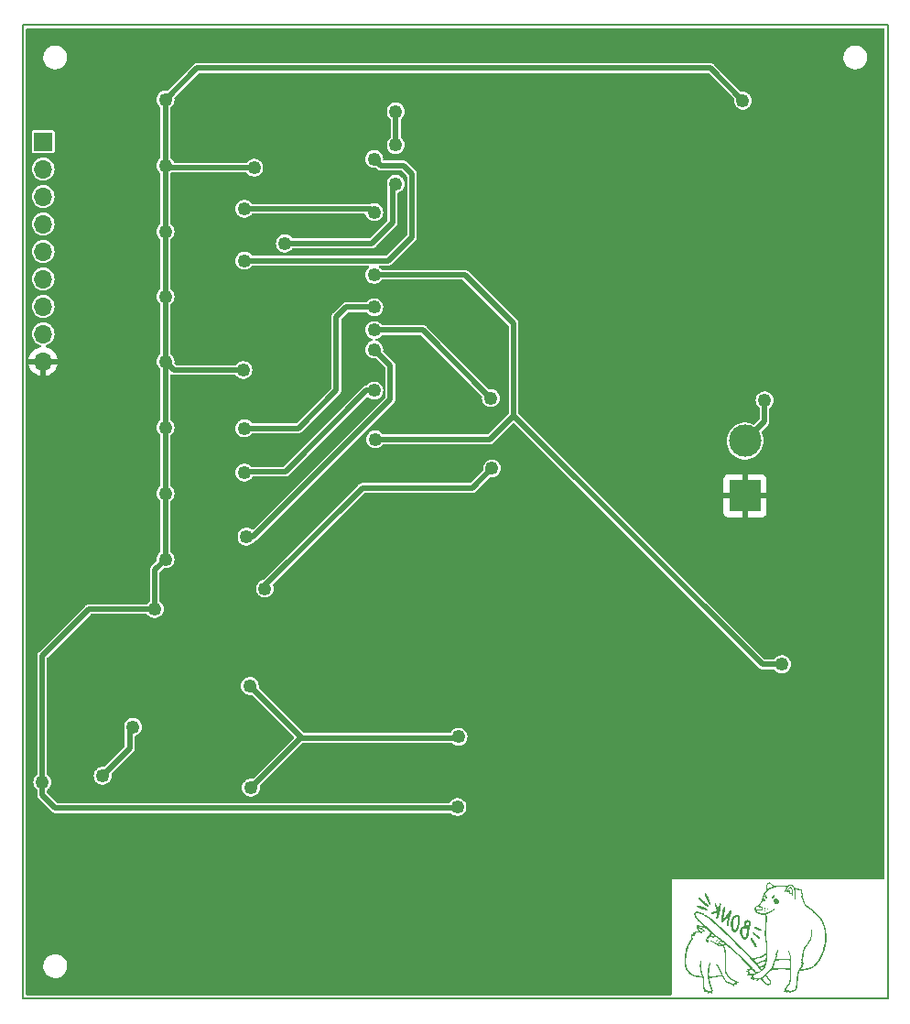
<source format=gbr>
%TF.GenerationSoftware,KiCad,Pcbnew,7.0.9*%
%TF.CreationDate,2024-04-08T13:16:24-03:00*%
%TF.ProjectId,v0.2,76302e32-2e6b-4696-9361-645f70636258,rev?*%
%TF.SameCoordinates,Original*%
%TF.FileFunction,Copper,L2,Bot*%
%TF.FilePolarity,Positive*%
%FSLAX46Y46*%
G04 Gerber Fmt 4.6, Leading zero omitted, Abs format (unit mm)*
G04 Created by KiCad (PCBNEW 7.0.9) date 2024-04-08 13:16:24*
%MOMM*%
%LPD*%
G01*
G04 APERTURE LIST*
%TA.AperFunction,NonConductor*%
%ADD10C,0.000000*%
%TD*%
%TA.AperFunction,ComponentPad*%
%ADD11R,1.700000X1.700000*%
%TD*%
%TA.AperFunction,ComponentPad*%
%ADD12O,1.700000X1.700000*%
%TD*%
%TA.AperFunction,ComponentPad*%
%ADD13R,3.000000X3.000000*%
%TD*%
%TA.AperFunction,ComponentPad*%
%ADD14C,3.000000*%
%TD*%
%TA.AperFunction,ViaPad*%
%ADD15C,1.250000*%
%TD*%
%TA.AperFunction,Conductor*%
%ADD16C,0.500000*%
%TD*%
%TA.AperFunction,Profile*%
%ADD17C,0.200000*%
%TD*%
G04 APERTURE END LIST*
D10*
%TA.AperFunction,NonConductor*%
G36*
X117368743Y-134363213D02*
G01*
X117376197Y-134363864D01*
X117383769Y-134365051D01*
X117391427Y-134366774D01*
X117399138Y-134369034D01*
X117406867Y-134371832D01*
X117414582Y-134375168D01*
X117422249Y-134379043D01*
X117429836Y-134383458D01*
X117437308Y-134388413D01*
X117444634Y-134393910D01*
X117451778Y-134399948D01*
X117458710Y-134406528D01*
X117465394Y-134413652D01*
X117471798Y-134421319D01*
X117477889Y-134429531D01*
X117519669Y-134490694D01*
X117561410Y-134554290D01*
X117602694Y-134619521D01*
X117643105Y-134685590D01*
X117682225Y-134751697D01*
X117719638Y-134817043D01*
X117754925Y-134880832D01*
X117787671Y-134942264D01*
X117817458Y-135000540D01*
X117843868Y-135054863D01*
X117866486Y-135104433D01*
X117884893Y-135148453D01*
X117898672Y-135186124D01*
X117907408Y-135216648D01*
X117909753Y-135228980D01*
X117910681Y-135239226D01*
X117910140Y-135247285D01*
X117908076Y-135253059D01*
X117908076Y-135253101D01*
X117903473Y-135259578D01*
X117898196Y-135265271D01*
X117892299Y-135270200D01*
X117885837Y-135274386D01*
X117878862Y-135277849D01*
X117871430Y-135280610D01*
X117863592Y-135282687D01*
X117855404Y-135284103D01*
X117846918Y-135284876D01*
X117838189Y-135285028D01*
X117829271Y-135284579D01*
X117820216Y-135283548D01*
X117811080Y-135281957D01*
X117801914Y-135279825D01*
X117792775Y-135277172D01*
X117783714Y-135274020D01*
X117774786Y-135270387D01*
X117766044Y-135266296D01*
X117757543Y-135261765D01*
X117749336Y-135256814D01*
X117741476Y-135251466D01*
X117734018Y-135245739D01*
X117727015Y-135239653D01*
X117720522Y-135233230D01*
X117714591Y-135226489D01*
X117709276Y-135219451D01*
X117704632Y-135212135D01*
X117700711Y-135204563D01*
X117697568Y-135196754D01*
X117695257Y-135188729D01*
X117693830Y-135180508D01*
X117693343Y-135172111D01*
X117692786Y-135167097D01*
X117691151Y-135160534D01*
X117688493Y-135152530D01*
X117684868Y-135143191D01*
X117674935Y-135120927D01*
X117661793Y-135094593D01*
X117645882Y-135065033D01*
X117627642Y-135033096D01*
X117607515Y-134999630D01*
X117585940Y-134965481D01*
X117503646Y-134837689D01*
X117468727Y-134782791D01*
X117437684Y-134733395D01*
X117410311Y-134689124D01*
X117386402Y-134649605D01*
X117365750Y-134614463D01*
X117348148Y-134583325D01*
X117333390Y-134555816D01*
X117321270Y-134531561D01*
X117311581Y-134510188D01*
X117304117Y-134491320D01*
X117298671Y-134474585D01*
X117296640Y-134466900D01*
X117295036Y-134459608D01*
X117293834Y-134452661D01*
X117293007Y-134446014D01*
X117292376Y-134433430D01*
X117292729Y-134425080D01*
X117293766Y-134417254D01*
X117295453Y-134409953D01*
X117297756Y-134403177D01*
X117300644Y-134396927D01*
X117304083Y-134391204D01*
X117308038Y-134386009D01*
X117312478Y-134381341D01*
X117317369Y-134377203D01*
X117322678Y-134373594D01*
X117328371Y-134370515D01*
X117334415Y-134367967D01*
X117340778Y-134365950D01*
X117347425Y-134364466D01*
X117354324Y-134363514D01*
X117361441Y-134363096D01*
X117368743Y-134363213D01*
G37*
%TD.AperFunction*%
%TA.AperFunction,NonConductor*%
G36*
X114143385Y-134651523D02*
G01*
X114144834Y-134651634D01*
X114146263Y-134651817D01*
X114147670Y-134652070D01*
X114149053Y-134652391D01*
X114150409Y-134652779D01*
X114151738Y-134653231D01*
X114153037Y-134653746D01*
X114154305Y-134654321D01*
X114155539Y-134654956D01*
X114156739Y-134655647D01*
X114157901Y-134656394D01*
X114159025Y-134657195D01*
X114160108Y-134658047D01*
X114161148Y-134658949D01*
X114162144Y-134659899D01*
X114163094Y-134660895D01*
X114163996Y-134661936D01*
X114164848Y-134663019D01*
X114165649Y-134664142D01*
X114166396Y-134665305D01*
X114167088Y-134666504D01*
X114167722Y-134667738D01*
X114168298Y-134669006D01*
X114168812Y-134670305D01*
X114169265Y-134671634D01*
X114169652Y-134672991D01*
X114169973Y-134674373D01*
X114170226Y-134675780D01*
X114170409Y-134677209D01*
X114170520Y-134678658D01*
X114170558Y-134680126D01*
X114170520Y-134681594D01*
X114170409Y-134683043D01*
X114170226Y-134684472D01*
X114169973Y-134685879D01*
X114169652Y-134687262D01*
X114169265Y-134688618D01*
X114168812Y-134689947D01*
X114168298Y-134691246D01*
X114167722Y-134692514D01*
X114167088Y-134693748D01*
X114166396Y-134694948D01*
X114165649Y-134696110D01*
X114164848Y-134697234D01*
X114163996Y-134698317D01*
X114163094Y-134699357D01*
X114162144Y-134700353D01*
X114161148Y-134701303D01*
X114160108Y-134702205D01*
X114159025Y-134703057D01*
X114157901Y-134703858D01*
X114156739Y-134704605D01*
X114155539Y-134705297D01*
X114154305Y-134705931D01*
X114153037Y-134706507D01*
X114151738Y-134707021D01*
X114150409Y-134707474D01*
X114149053Y-134707861D01*
X114147670Y-134708182D01*
X114146263Y-134708435D01*
X114144834Y-134708618D01*
X114143385Y-134708729D01*
X114141917Y-134708767D01*
X114140449Y-134708729D01*
X114139000Y-134708618D01*
X114137571Y-134708435D01*
X114136164Y-134708182D01*
X114134782Y-134707861D01*
X114133425Y-134707474D01*
X114132096Y-134707021D01*
X114130797Y-134706507D01*
X114129529Y-134705931D01*
X114128295Y-134705297D01*
X114127096Y-134704605D01*
X114125933Y-134703858D01*
X114124810Y-134703057D01*
X114123727Y-134702205D01*
X114122686Y-134701303D01*
X114121690Y-134700353D01*
X114120740Y-134699357D01*
X114119838Y-134698317D01*
X114118986Y-134697234D01*
X114118185Y-134696110D01*
X114117438Y-134694948D01*
X114116747Y-134693748D01*
X114116112Y-134692514D01*
X114115537Y-134691246D01*
X114115022Y-134689947D01*
X114114570Y-134688618D01*
X114114182Y-134687262D01*
X114113861Y-134685879D01*
X114113608Y-134684472D01*
X114113425Y-134683043D01*
X114113314Y-134681594D01*
X114113276Y-134680126D01*
X114113314Y-134678658D01*
X114113425Y-134677209D01*
X114113608Y-134675780D01*
X114113861Y-134674373D01*
X114114182Y-134672991D01*
X114114570Y-134671634D01*
X114115022Y-134670305D01*
X114115537Y-134669006D01*
X114116112Y-134667738D01*
X114116747Y-134666504D01*
X114117438Y-134665305D01*
X114118185Y-134664142D01*
X114118986Y-134663019D01*
X114119838Y-134661936D01*
X114120740Y-134660895D01*
X114121690Y-134659899D01*
X114122686Y-134658949D01*
X114123727Y-134658047D01*
X114124810Y-134657195D01*
X114125933Y-134656394D01*
X114127096Y-134655647D01*
X114128295Y-134654956D01*
X114129529Y-134654321D01*
X114130797Y-134653746D01*
X114132096Y-134653231D01*
X114133425Y-134652779D01*
X114134782Y-134652391D01*
X114136164Y-134652070D01*
X114137571Y-134651817D01*
X114139000Y-134651634D01*
X114140449Y-134651523D01*
X114141917Y-134651485D01*
X114143385Y-134651523D01*
G37*
%TD.AperFunction*%
%TA.AperFunction,NonConductor*%
G36*
X114943195Y-131476007D02*
G01*
X114946282Y-131476673D01*
X114949214Y-131477764D01*
X114951987Y-131479285D01*
X114954594Y-131481242D01*
X114957030Y-131483642D01*
X114959290Y-131486490D01*
X114961369Y-131489791D01*
X114963261Y-131493553D01*
X114964960Y-131497780D01*
X114967759Y-131507654D01*
X114969724Y-131519461D01*
X114970811Y-131533248D01*
X114970977Y-131549061D01*
X114969825Y-131569689D01*
X114967103Y-131597408D01*
X114962989Y-131631006D01*
X114957660Y-131669269D01*
X114944065Y-131754942D01*
X114936154Y-131799927D01*
X114927737Y-131844727D01*
X114909342Y-131943950D01*
X114890105Y-132055323D01*
X114872306Y-132165219D01*
X114858226Y-132260014D01*
X114846174Y-132343133D01*
X114833890Y-132421243D01*
X114822818Y-132485569D01*
X114818190Y-132509822D01*
X114814406Y-132527340D01*
X114810616Y-132544883D01*
X114808638Y-132558787D01*
X114808662Y-132568865D01*
X114809483Y-132572410D01*
X114810875Y-132574930D01*
X114812861Y-132576399D01*
X114815465Y-132576795D01*
X114818710Y-132576094D01*
X114822620Y-132574273D01*
X114832530Y-132567178D01*
X114845381Y-132555321D01*
X114861363Y-132538516D01*
X114880662Y-132516576D01*
X114929969Y-132456541D01*
X114994807Y-132373722D01*
X115076682Y-132266621D01*
X115161345Y-132155275D01*
X115196150Y-132109795D01*
X115226570Y-132070400D01*
X115253079Y-132036554D01*
X115276152Y-132007724D01*
X115296264Y-131983376D01*
X115313888Y-131962978D01*
X115321916Y-131954092D01*
X115329500Y-131945994D01*
X115336699Y-131938616D01*
X115343574Y-131931892D01*
X115350182Y-131925754D01*
X115356584Y-131920137D01*
X115362839Y-131914973D01*
X115369006Y-131910195D01*
X115375144Y-131905738D01*
X115381313Y-131901534D01*
X115393980Y-131893619D01*
X115407482Y-131885916D01*
X115422294Y-131877891D01*
X115437323Y-131869939D01*
X115450677Y-131863150D01*
X115462506Y-131857570D01*
X115467895Y-131855247D01*
X115472958Y-131853245D01*
X115477715Y-131851568D01*
X115482183Y-131850222D01*
X115486382Y-131849214D01*
X115490329Y-131848548D01*
X115494045Y-131848231D01*
X115497546Y-131848269D01*
X115500853Y-131848667D01*
X115503982Y-131849431D01*
X115506955Y-131850567D01*
X115509787Y-131852081D01*
X115512500Y-131853978D01*
X115515110Y-131856265D01*
X115517637Y-131858947D01*
X115520099Y-131862030D01*
X115522515Y-131865520D01*
X115524903Y-131869422D01*
X115527283Y-131873743D01*
X115529672Y-131878488D01*
X115534555Y-131889274D01*
X115539700Y-131901826D01*
X115545257Y-131916191D01*
X115548802Y-131926482D01*
X115551619Y-131936887D01*
X115553690Y-131947509D01*
X115554997Y-131958453D01*
X115555521Y-131969821D01*
X115555246Y-131981716D01*
X115554154Y-131994244D01*
X115552226Y-132007506D01*
X115549445Y-132021606D01*
X115545793Y-132036649D01*
X115541253Y-132052736D01*
X115535806Y-132069972D01*
X115529434Y-132088461D01*
X115522121Y-132108305D01*
X115504596Y-132152473D01*
X115489743Y-132190854D01*
X115473517Y-132236849D01*
X115456442Y-132288725D01*
X115439042Y-132344744D01*
X115421842Y-132403173D01*
X115405366Y-132462276D01*
X115390141Y-132520317D01*
X115376689Y-132575561D01*
X115339560Y-132739409D01*
X115325413Y-132806822D01*
X115313207Y-132870008D01*
X115302191Y-132933052D01*
X115291614Y-133000040D01*
X115268767Y-133162186D01*
X115266850Y-133175501D01*
X115264695Y-133188812D01*
X115262325Y-133202032D01*
X115259765Y-133215077D01*
X115257037Y-133227863D01*
X115254166Y-133240305D01*
X115251174Y-133252319D01*
X115248086Y-133263819D01*
X115244926Y-133274722D01*
X115241715Y-133284941D01*
X115238479Y-133294394D01*
X115235241Y-133302995D01*
X115232025Y-133310659D01*
X115228853Y-133317302D01*
X115225750Y-133322840D01*
X115222739Y-133327187D01*
X115222724Y-133327190D01*
X115218122Y-133332462D01*
X115213488Y-133336745D01*
X115208834Y-133340063D01*
X115204171Y-133342439D01*
X115199511Y-133343895D01*
X115194866Y-133344454D01*
X115190246Y-133344139D01*
X115185664Y-133342973D01*
X115181132Y-133340979D01*
X115176660Y-133338180D01*
X115172261Y-133334598D01*
X115167946Y-133330258D01*
X115159615Y-133319389D01*
X115151761Y-133305758D01*
X115144475Y-133289548D01*
X115137851Y-133270941D01*
X115131981Y-133250120D01*
X115126960Y-133227269D01*
X115122879Y-133202572D01*
X115119832Y-133176210D01*
X115117911Y-133148368D01*
X115117209Y-133119228D01*
X115118308Y-133085230D01*
X115121568Y-133043400D01*
X115126759Y-132995377D01*
X115133650Y-132942799D01*
X115142008Y-132887304D01*
X115151604Y-132830533D01*
X115162205Y-132774122D01*
X115173579Y-132719711D01*
X115195577Y-132617827D01*
X115213593Y-132529896D01*
X115220527Y-132494098D01*
X115225767Y-132465310D01*
X115229082Y-132444708D01*
X115229945Y-132437843D01*
X115230239Y-132433464D01*
X115229246Y-132429298D01*
X115227976Y-132428279D01*
X115226164Y-132427998D01*
X115220836Y-132429727D01*
X115213106Y-132434647D01*
X115202818Y-132442920D01*
X115189816Y-132454710D01*
X115155045Y-132489486D01*
X115107544Y-132540274D01*
X115046063Y-132608373D01*
X114876166Y-132801701D01*
X114861864Y-132818001D01*
X114847736Y-132833844D01*
X114820335Y-132863830D01*
X114807228Y-132877810D01*
X114794626Y-132891004D01*
X114782614Y-132903330D01*
X114771273Y-132914708D01*
X114760686Y-132925054D01*
X114750936Y-132934286D01*
X114742107Y-132942323D01*
X114734280Y-132949083D01*
X114727538Y-132954483D01*
X114721965Y-132958442D01*
X114719643Y-132959856D01*
X114717644Y-132960878D01*
X114715978Y-132961499D01*
X114714656Y-132961708D01*
X114712060Y-132961441D01*
X114708889Y-132960656D01*
X114705187Y-132959380D01*
X114700997Y-132957640D01*
X114696364Y-132955461D01*
X114691332Y-132952872D01*
X114685945Y-132949897D01*
X114680246Y-132946563D01*
X114668092Y-132938925D01*
X114655222Y-132930168D01*
X114641989Y-132920506D01*
X114628745Y-132910149D01*
X114618205Y-132901447D01*
X114608983Y-132893336D01*
X114601042Y-132885566D01*
X114594344Y-132877890D01*
X114588850Y-132870057D01*
X114584524Y-132861820D01*
X114582787Y-132857472D01*
X114581328Y-132852930D01*
X114579222Y-132843139D01*
X114578170Y-132832197D01*
X114578134Y-132819855D01*
X114579076Y-132805867D01*
X114580957Y-132789981D01*
X114583741Y-132771951D01*
X114587388Y-132751527D01*
X114597125Y-132702503D01*
X114603845Y-132667057D01*
X114610663Y-132626080D01*
X114617393Y-132581032D01*
X114623845Y-132533378D01*
X114629833Y-132484578D01*
X114635167Y-132436097D01*
X114639661Y-132389395D01*
X114643126Y-132345936D01*
X114650187Y-132252739D01*
X114657759Y-132169510D01*
X114666015Y-132095118D01*
X114675127Y-132028429D01*
X114685266Y-131968314D01*
X114690774Y-131940367D01*
X114696604Y-131913639D01*
X114702777Y-131887989D01*
X114709314Y-131863274D01*
X114716237Y-131839353D01*
X114723567Y-131816086D01*
X114732151Y-131790833D01*
X114741113Y-131766202D01*
X114750410Y-131742242D01*
X114759999Y-131718999D01*
X114769836Y-131696519D01*
X114779877Y-131674850D01*
X114790080Y-131654038D01*
X114800402Y-131634129D01*
X114810798Y-131615171D01*
X114821226Y-131597211D01*
X114831642Y-131580294D01*
X114842003Y-131564469D01*
X114852266Y-131549781D01*
X114862387Y-131536277D01*
X114872324Y-131524005D01*
X114882032Y-131513010D01*
X114891468Y-131503341D01*
X114900590Y-131495043D01*
X114909353Y-131488163D01*
X114917715Y-131482748D01*
X114925633Y-131478844D01*
X114933062Y-131476500D01*
X114936580Y-131475927D01*
X114939959Y-131475760D01*
X114943195Y-131476007D01*
G37*
%TD.AperFunction*%
%TA.AperFunction,NonConductor*%
G36*
X118884474Y-131715767D02*
G01*
X118886042Y-131716090D01*
X118887561Y-131716577D01*
X118889032Y-131717230D01*
X118890459Y-131718048D01*
X118891846Y-131719032D01*
X118893194Y-131720183D01*
X118894506Y-131721501D01*
X118895787Y-131722986D01*
X118897038Y-131724639D01*
X118898262Y-131726460D01*
X118899463Y-131728451D01*
X118900643Y-131730610D01*
X118901806Y-131732939D01*
X118902953Y-131735438D01*
X118904089Y-131738107D01*
X118905215Y-131740948D01*
X118906730Y-131745202D01*
X118908027Y-131749512D01*
X118909107Y-131753848D01*
X118909971Y-131758179D01*
X118910621Y-131762475D01*
X118911056Y-131766708D01*
X118911278Y-131770847D01*
X118911287Y-131774862D01*
X118911085Y-131778724D01*
X118910672Y-131782403D01*
X118910049Y-131785868D01*
X118909217Y-131789091D01*
X118908723Y-131790602D01*
X118908177Y-131792041D01*
X118907579Y-131793405D01*
X118906929Y-131794689D01*
X118906228Y-131795890D01*
X118905475Y-131797004D01*
X118904671Y-131798028D01*
X118903815Y-131798958D01*
X118903789Y-131798958D01*
X118901443Y-131801190D01*
X118899047Y-131803257D01*
X118896603Y-131805159D01*
X118894118Y-131806895D01*
X118891595Y-131808468D01*
X118889039Y-131809876D01*
X118886455Y-131811122D01*
X118883849Y-131812204D01*
X118881223Y-131813125D01*
X118878584Y-131813883D01*
X118875936Y-131814480D01*
X118873284Y-131814917D01*
X118870632Y-131815193D01*
X118867986Y-131815309D01*
X118865349Y-131815266D01*
X118862727Y-131815065D01*
X118860124Y-131814705D01*
X118857545Y-131814187D01*
X118854995Y-131813512D01*
X118852479Y-131812681D01*
X118850001Y-131811693D01*
X118847565Y-131810549D01*
X118845178Y-131809250D01*
X118842843Y-131807797D01*
X118840565Y-131806189D01*
X118838349Y-131804427D01*
X118836200Y-131802512D01*
X118834121Y-131800445D01*
X118832119Y-131798225D01*
X118830198Y-131795853D01*
X118828363Y-131793331D01*
X118826617Y-131790657D01*
X118825864Y-131789312D01*
X118825222Y-131787901D01*
X118824690Y-131786425D01*
X118824266Y-131784889D01*
X118823949Y-131783298D01*
X118823737Y-131781654D01*
X118823629Y-131779961D01*
X118823624Y-131778222D01*
X118823719Y-131776443D01*
X118823913Y-131774626D01*
X118824205Y-131772775D01*
X118824593Y-131770894D01*
X118825651Y-131767056D01*
X118827076Y-131763141D01*
X118828856Y-131759180D01*
X118830978Y-131755202D01*
X118833431Y-131751237D01*
X118836202Y-131747315D01*
X118839279Y-131743465D01*
X118842650Y-131739717D01*
X118846303Y-131736101D01*
X118850226Y-131732647D01*
X118855654Y-131728299D01*
X118858226Y-131726362D01*
X118860708Y-131724584D01*
X118863101Y-131722964D01*
X118865410Y-131721504D01*
X118867637Y-131720204D01*
X118869785Y-131719064D01*
X118871857Y-131718084D01*
X118873855Y-131717266D01*
X118875784Y-131716610D01*
X118877645Y-131716115D01*
X118879442Y-131715783D01*
X118881177Y-131715615D01*
X118882853Y-131715609D01*
X118884474Y-131715767D01*
G37*
%TD.AperFunction*%
%TA.AperFunction,NonConductor*%
G36*
X112561698Y-130681808D02*
G01*
X112570457Y-130683260D01*
X112580030Y-130685803D01*
X112590446Y-130689444D01*
X112601732Y-130694193D01*
X112627020Y-130707045D01*
X112656113Y-130724428D01*
X112689229Y-130746407D01*
X112726585Y-130773051D01*
X112768401Y-130804427D01*
X112814892Y-130840603D01*
X112866279Y-130881645D01*
X112884032Y-130896139D01*
X112901548Y-130910767D01*
X112918725Y-130925431D01*
X112935461Y-130940032D01*
X112951654Y-130954470D01*
X112967202Y-130968648D01*
X112982004Y-130982466D01*
X112995957Y-130995825D01*
X113008961Y-131008627D01*
X113020912Y-131020773D01*
X113031710Y-131032164D01*
X113041253Y-131042702D01*
X113049438Y-131052286D01*
X113056165Y-131060820D01*
X113061331Y-131068203D01*
X113064834Y-131074337D01*
X113067679Y-131079826D01*
X113070912Y-131085314D01*
X113074498Y-131090767D01*
X113078399Y-131096149D01*
X113082578Y-131101426D01*
X113086999Y-131106562D01*
X113091626Y-131111524D01*
X113096420Y-131116275D01*
X113101347Y-131120781D01*
X113106368Y-131125007D01*
X113111448Y-131128918D01*
X113116549Y-131132480D01*
X113121635Y-131135656D01*
X113126669Y-131138413D01*
X113131615Y-131140716D01*
X113136435Y-131142528D01*
X113144931Y-131145855D01*
X113154258Y-131150498D01*
X113175099Y-131163398D01*
X113198353Y-131180556D01*
X113223415Y-131201299D01*
X113249679Y-131224956D01*
X113276541Y-131250853D01*
X113303394Y-131278318D01*
X113329634Y-131306678D01*
X113354654Y-131335261D01*
X113377850Y-131363394D01*
X113398617Y-131390406D01*
X113416348Y-131415622D01*
X113430438Y-131438372D01*
X113440282Y-131457982D01*
X113443423Y-131466399D01*
X113445275Y-131473779D01*
X113445764Y-131480038D01*
X113444812Y-131485092D01*
X113444816Y-131485096D01*
X113442871Y-131489637D01*
X113440586Y-131494050D01*
X113437989Y-131498314D01*
X113435109Y-131502404D01*
X113431974Y-131506299D01*
X113428613Y-131509975D01*
X113425054Y-131513409D01*
X113421328Y-131516579D01*
X113417461Y-131519462D01*
X113413483Y-131522034D01*
X113409422Y-131524273D01*
X113405308Y-131526157D01*
X113401168Y-131527661D01*
X113399098Y-131528265D01*
X113397032Y-131528765D01*
X113394974Y-131529158D01*
X113392928Y-131529443D01*
X113390897Y-131529616D01*
X113388884Y-131529674D01*
X113375170Y-131527594D01*
X113357663Y-131521437D01*
X113336531Y-131511330D01*
X113311936Y-131497403D01*
X113284043Y-131479781D01*
X113253017Y-131458593D01*
X113182225Y-131406026D01*
X113100874Y-131340722D01*
X113010282Y-131263701D01*
X112911763Y-131175983D01*
X112806636Y-131078587D01*
X112796477Y-131069105D01*
X112786392Y-131059890D01*
X112776441Y-131050988D01*
X112766686Y-131042447D01*
X112757187Y-131034316D01*
X112748007Y-131026641D01*
X112739206Y-131019470D01*
X112730845Y-131012851D01*
X112722986Y-131006832D01*
X112715690Y-131001461D01*
X112709018Y-130996786D01*
X112703031Y-130992853D01*
X112697791Y-130989711D01*
X112693359Y-130987408D01*
X112689796Y-130985991D01*
X112688360Y-130985630D01*
X112687163Y-130985508D01*
X112682117Y-130985070D01*
X112676670Y-130983784D01*
X112670859Y-130981696D01*
X112664721Y-130978850D01*
X112658293Y-130975290D01*
X112651612Y-130971060D01*
X112637635Y-130960768D01*
X112623087Y-130948329D01*
X112608260Y-130934098D01*
X112593449Y-130918429D01*
X112578948Y-130901678D01*
X112565052Y-130884198D01*
X112552054Y-130866345D01*
X112540248Y-130848472D01*
X112529930Y-130830935D01*
X112521392Y-130814089D01*
X112514929Y-130798287D01*
X112512568Y-130790889D01*
X112510836Y-130783885D01*
X112509770Y-130777319D01*
X112509406Y-130771236D01*
X112510255Y-130746355D01*
X112512948Y-130725396D01*
X112515055Y-130716409D01*
X112517703Y-130708428D01*
X112520922Y-130701461D01*
X112524738Y-130695518D01*
X112529178Y-130690605D01*
X112534270Y-130686732D01*
X112540041Y-130683908D01*
X112546517Y-130682140D01*
X112553728Y-130681437D01*
X112561698Y-130681808D01*
G37*
%TD.AperFunction*%
%TA.AperFunction,NonConductor*%
G36*
X119030459Y-129268569D02*
G01*
X119045543Y-129270034D01*
X119060948Y-129272679D01*
X119076692Y-129276505D01*
X119092793Y-129281515D01*
X119109268Y-129287712D01*
X119126134Y-129295098D01*
X119143410Y-129303674D01*
X119161112Y-129313444D01*
X119179258Y-129324410D01*
X119216951Y-129349939D01*
X119256630Y-129380280D01*
X119298433Y-129415451D01*
X119342502Y-129455471D01*
X119370341Y-129481469D01*
X119395288Y-129504427D01*
X119417649Y-129524502D01*
X119437730Y-129541855D01*
X119455837Y-129556643D01*
X119464245Y-129563125D01*
X119472275Y-129569026D01*
X119479965Y-129574365D01*
X119487352Y-129579163D01*
X119494475Y-129583438D01*
X119501372Y-129587212D01*
X119508081Y-129590503D01*
X119514642Y-129593333D01*
X119521091Y-129595719D01*
X119527467Y-129597683D01*
X119533809Y-129599245D01*
X119540154Y-129600423D01*
X119546541Y-129601239D01*
X119553008Y-129601711D01*
X119559594Y-129601860D01*
X119566336Y-129601706D01*
X119573273Y-129601268D01*
X119580443Y-129600566D01*
X119595636Y-129598451D01*
X119612220Y-129595520D01*
X119647993Y-129589911D01*
X119692310Y-129584859D01*
X119801793Y-129576497D01*
X119931102Y-129570571D01*
X120070672Y-129567216D01*
X120210937Y-129566570D01*
X120342332Y-129568769D01*
X120455291Y-129573950D01*
X120501867Y-129577701D01*
X120540248Y-129582249D01*
X120567809Y-129586180D01*
X120592526Y-129589445D01*
X120614685Y-129591993D01*
X120634572Y-129593776D01*
X120652475Y-129594744D01*
X120660772Y-129594906D01*
X120668680Y-129594847D01*
X120676235Y-129594559D01*
X120683473Y-129594036D01*
X120690430Y-129593273D01*
X120697142Y-129592262D01*
X120703644Y-129590999D01*
X120709972Y-129589476D01*
X120716163Y-129587687D01*
X120722251Y-129585627D01*
X120728274Y-129583289D01*
X120734266Y-129580667D01*
X120740264Y-129577755D01*
X120746303Y-129574546D01*
X120758648Y-129567216D01*
X120771589Y-129558625D01*
X120785411Y-129548726D01*
X120800403Y-129537468D01*
X120818297Y-129524346D01*
X120836174Y-129512284D01*
X120854022Y-129501278D01*
X120871828Y-129491326D01*
X120889581Y-129482426D01*
X120907269Y-129474576D01*
X120924878Y-129467773D01*
X120942397Y-129462016D01*
X120959815Y-129457302D01*
X120977118Y-129453628D01*
X120994294Y-129450993D01*
X121011332Y-129449394D01*
X121028218Y-129448828D01*
X121044942Y-129449295D01*
X121061491Y-129450790D01*
X121077852Y-129453313D01*
X121094013Y-129456860D01*
X121109963Y-129461430D01*
X121125689Y-129467020D01*
X121141179Y-129473628D01*
X121156421Y-129481252D01*
X121171402Y-129489889D01*
X121186111Y-129499537D01*
X121200535Y-129510194D01*
X121214662Y-129521858D01*
X121228480Y-129534526D01*
X121241977Y-129548196D01*
X121255141Y-129562865D01*
X121267959Y-129578533D01*
X121280419Y-129595195D01*
X121292509Y-129612850D01*
X121304217Y-129631496D01*
X121329944Y-129674147D01*
X121351932Y-129710371D01*
X121367836Y-129736349D01*
X121375308Y-129748257D01*
X121383172Y-129751782D01*
X121403350Y-129758518D01*
X121475209Y-129780047D01*
X121580006Y-129809694D01*
X121706862Y-129844307D01*
X121773036Y-129862509D01*
X121836303Y-129880740D01*
X121895169Y-129898513D01*
X121948140Y-129915338D01*
X121993721Y-129930728D01*
X122030418Y-129944195D01*
X122044968Y-129950054D01*
X122056737Y-129955248D01*
X122065539Y-129959718D01*
X122071185Y-129963402D01*
X122075879Y-129967749D01*
X122080153Y-129972775D01*
X122084008Y-129978487D01*
X122087443Y-129984888D01*
X122090461Y-129991985D01*
X122093061Y-129999782D01*
X122095244Y-130008285D01*
X122097011Y-130017498D01*
X122098362Y-130027428D01*
X122099299Y-130038079D01*
X122099821Y-130049456D01*
X122099930Y-130061565D01*
X122099626Y-130074410D01*
X122098910Y-130087998D01*
X122097782Y-130102333D01*
X122096244Y-130117420D01*
X122094697Y-130132598D01*
X122093563Y-130147005D01*
X122092844Y-130160650D01*
X122092541Y-130173541D01*
X122092655Y-130185687D01*
X122093187Y-130197095D01*
X122094140Y-130207774D01*
X122095514Y-130217731D01*
X122097311Y-130226976D01*
X122098369Y-130231334D01*
X122099532Y-130235516D01*
X122100802Y-130239524D01*
X122102179Y-130243360D01*
X122103663Y-130247023D01*
X122105253Y-130250515D01*
X122106950Y-130253837D01*
X122108755Y-130256989D01*
X122110667Y-130259974D01*
X122112686Y-130262792D01*
X122114814Y-130265444D01*
X122117049Y-130267932D01*
X122119393Y-130270255D01*
X122121844Y-130272415D01*
X122126070Y-130276193D01*
X122130049Y-130280304D01*
X122137266Y-130289484D01*
X122143491Y-130299883D01*
X122148721Y-130311428D01*
X122152953Y-130324044D01*
X122156184Y-130337660D01*
X122158410Y-130352200D01*
X122159627Y-130367594D01*
X122159834Y-130383766D01*
X122159026Y-130400644D01*
X122157199Y-130418155D01*
X122154352Y-130436225D01*
X122150480Y-130454781D01*
X122145581Y-130473750D01*
X122139650Y-130493059D01*
X122132686Y-130512634D01*
X122129056Y-130522762D01*
X122125987Y-130532609D01*
X122123482Y-130542218D01*
X122121544Y-130551631D01*
X122120177Y-130560892D01*
X122119383Y-130570042D01*
X122119166Y-130579125D01*
X122119527Y-130588182D01*
X122120472Y-130597258D01*
X122122001Y-130606394D01*
X122124119Y-130615632D01*
X122126829Y-130625017D01*
X122130134Y-130634589D01*
X122134036Y-130644393D01*
X122138539Y-130654470D01*
X122143645Y-130664864D01*
X122153141Y-130685037D01*
X122165017Y-130712898D01*
X122178797Y-130747190D01*
X122194006Y-130786655D01*
X122226809Y-130876085D01*
X122259620Y-130971138D01*
X122275348Y-131017155D01*
X122290626Y-131059335D01*
X122305705Y-131098031D01*
X122320836Y-131133593D01*
X122336270Y-131166372D01*
X122352260Y-131196720D01*
X122369057Y-131224987D01*
X122386911Y-131251525D01*
X122406074Y-131276685D01*
X122426799Y-131300817D01*
X122449335Y-131324274D01*
X122473935Y-131347406D01*
X122500850Y-131370564D01*
X122530331Y-131394099D01*
X122562630Y-131418363D01*
X122597999Y-131443706D01*
X122611857Y-131453572D01*
X122625327Y-131463403D01*
X122638339Y-131473139D01*
X122650822Y-131482717D01*
X122662708Y-131492077D01*
X122673926Y-131501158D01*
X122684406Y-131509898D01*
X122694080Y-131518236D01*
X122702876Y-131526111D01*
X122710726Y-131533462D01*
X122717560Y-131540227D01*
X122723308Y-131546345D01*
X122727899Y-131551755D01*
X122729740Y-131554176D01*
X122731266Y-131556396D01*
X122732467Y-131558409D01*
X122733336Y-131560207D01*
X122733864Y-131561781D01*
X122734042Y-131563126D01*
X122734098Y-131564345D01*
X122734265Y-131565548D01*
X122734539Y-131566735D01*
X122734919Y-131567903D01*
X122735401Y-131569051D01*
X122735982Y-131570178D01*
X122736660Y-131571281D01*
X122737432Y-131572360D01*
X122739247Y-131574437D01*
X122741405Y-131576398D01*
X122743884Y-131578230D01*
X122746662Y-131579921D01*
X122749717Y-131581459D01*
X122753027Y-131582831D01*
X122756569Y-131584025D01*
X122760322Y-131585030D01*
X122764265Y-131585833D01*
X122768373Y-131586421D01*
X122772627Y-131586783D01*
X122777003Y-131586906D01*
X122779206Y-131586945D01*
X122781380Y-131587060D01*
X122783524Y-131587248D01*
X122785634Y-131587509D01*
X122787708Y-131587840D01*
X122789743Y-131588240D01*
X122791737Y-131588706D01*
X122793686Y-131589237D01*
X122795587Y-131589830D01*
X122797439Y-131590485D01*
X122799238Y-131591198D01*
X122800982Y-131591969D01*
X122802667Y-131592794D01*
X122804291Y-131593673D01*
X122805852Y-131594603D01*
X122807346Y-131595583D01*
X122808771Y-131596610D01*
X122810124Y-131597683D01*
X122811402Y-131598800D01*
X122812602Y-131599959D01*
X122813723Y-131601158D01*
X122814760Y-131602395D01*
X122815712Y-131603668D01*
X122816575Y-131604976D01*
X122817347Y-131606316D01*
X122818025Y-131607687D01*
X122818606Y-131609086D01*
X122819088Y-131610512D01*
X122819467Y-131611963D01*
X122819742Y-131613438D01*
X122819908Y-131614933D01*
X122819964Y-131616447D01*
X122820030Y-131617986D01*
X122820224Y-131619554D01*
X122820545Y-131621148D01*
X122820987Y-131622764D01*
X122821549Y-131624400D01*
X122822227Y-131626052D01*
X122823919Y-131629393D01*
X122826036Y-131632764D01*
X122828554Y-131636138D01*
X122831446Y-131639492D01*
X122834687Y-131642801D01*
X122838251Y-131646039D01*
X122842112Y-131649184D01*
X122846245Y-131652208D01*
X122850624Y-131655089D01*
X122855223Y-131657801D01*
X122860017Y-131660319D01*
X122864980Y-131662619D01*
X122870086Y-131664677D01*
X122887295Y-131672860D01*
X122910388Y-131686576D01*
X122938703Y-131705290D01*
X122971577Y-131728464D01*
X123048355Y-131786049D01*
X123135425Y-131855040D01*
X123227490Y-131931148D01*
X123319252Y-132010080D01*
X123405415Y-132087546D01*
X123480681Y-132159256D01*
X123543017Y-132222913D01*
X123606495Y-132291245D01*
X123669068Y-132361778D01*
X123728685Y-132432040D01*
X123783297Y-132499558D01*
X123830852Y-132561860D01*
X123851344Y-132590283D01*
X123869303Y-132616474D01*
X123884473Y-132640125D01*
X123896598Y-132660927D01*
X124020587Y-132885414D01*
X124070396Y-132984538D01*
X124116336Y-133094596D01*
X124158253Y-133214231D01*
X124195990Y-133342086D01*
X124229391Y-133476806D01*
X124258301Y-133617033D01*
X124282564Y-133761411D01*
X124302025Y-133908583D01*
X124316527Y-134057193D01*
X124325914Y-134205884D01*
X124330031Y-134353300D01*
X124328722Y-134498083D01*
X124321832Y-134638878D01*
X124309204Y-134774328D01*
X124290683Y-134903076D01*
X124266112Y-135023766D01*
X124224775Y-135191536D01*
X124182760Y-135349825D01*
X124139815Y-135499157D01*
X124095689Y-135640056D01*
X124050129Y-135773049D01*
X124002883Y-135898660D01*
X123953698Y-136017414D01*
X123902323Y-136129837D01*
X123848505Y-136236453D01*
X123791992Y-136337787D01*
X123732532Y-136434366D01*
X123669873Y-136526713D01*
X123603763Y-136615354D01*
X123533949Y-136700814D01*
X123460179Y-136783619D01*
X123382201Y-136864292D01*
X123313457Y-136930547D01*
X123245459Y-136991533D01*
X123177679Y-137047476D01*
X123109586Y-137098599D01*
X123040650Y-137145127D01*
X122970343Y-137187284D01*
X122898135Y-137225294D01*
X122823495Y-137259381D01*
X122745895Y-137289771D01*
X122664805Y-137316686D01*
X122579695Y-137340352D01*
X122490036Y-137360993D01*
X122395297Y-137378833D01*
X122294950Y-137394096D01*
X122188465Y-137407007D01*
X122075313Y-137417789D01*
X122031741Y-137421667D01*
X121990275Y-137425775D01*
X121951882Y-137429988D01*
X121917527Y-137434180D01*
X121888176Y-137438226D01*
X121864795Y-137442000D01*
X121855644Y-137443746D01*
X121848349Y-137445377D01*
X121843029Y-137446877D01*
X121839805Y-137448231D01*
X121827952Y-137459128D01*
X121815894Y-137477412D01*
X121803746Y-137502516D01*
X121791621Y-137533876D01*
X121779633Y-137570925D01*
X121767897Y-137613099D01*
X121745638Y-137710559D01*
X121725757Y-137821733D01*
X121709165Y-137942097D01*
X121696779Y-138067128D01*
X121689509Y-138192303D01*
X121686336Y-138265580D01*
X121682118Y-138338609D01*
X121677039Y-138409457D01*
X121671280Y-138476193D01*
X121665023Y-138536884D01*
X121658452Y-138589599D01*
X121651747Y-138632406D01*
X121648401Y-138649490D01*
X121645091Y-138663372D01*
X121641929Y-138675653D01*
X121639028Y-138688042D01*
X121636398Y-138700454D01*
X121634044Y-138712806D01*
X121631976Y-138725015D01*
X121630201Y-138736997D01*
X121628726Y-138748669D01*
X121627559Y-138759948D01*
X121626708Y-138770750D01*
X121626181Y-138780991D01*
X121625985Y-138790590D01*
X121626127Y-138799461D01*
X121626616Y-138807522D01*
X121627460Y-138814689D01*
X121628665Y-138820879D01*
X121630240Y-138826008D01*
X121631840Y-138830984D01*
X121633122Y-138836724D01*
X121634089Y-138843159D01*
X121634748Y-138850221D01*
X121635104Y-138857842D01*
X121635161Y-138865954D01*
X121634925Y-138874488D01*
X121634401Y-138883376D01*
X121633594Y-138892550D01*
X121632508Y-138901942D01*
X121631150Y-138911484D01*
X121629524Y-138921107D01*
X121627634Y-138930743D01*
X121625487Y-138940325D01*
X121623088Y-138949783D01*
X121620440Y-138959049D01*
X121608744Y-138999312D01*
X121596734Y-139043362D01*
X121585823Y-139085866D01*
X121581220Y-139104873D01*
X121577422Y-139121494D01*
X121574609Y-139131998D01*
X121570790Y-139142192D01*
X121565859Y-139152159D01*
X121559711Y-139161980D01*
X121552243Y-139171741D01*
X121543348Y-139181522D01*
X121532922Y-139191407D01*
X121520861Y-139201479D01*
X121507058Y-139211820D01*
X121491410Y-139222514D01*
X121473811Y-139233642D01*
X121454156Y-139245289D01*
X121432341Y-139257536D01*
X121408261Y-139270467D01*
X121352885Y-139298710D01*
X121309408Y-139319839D01*
X121265711Y-139340212D01*
X121222975Y-139359338D01*
X121182382Y-139376723D01*
X121145110Y-139391877D01*
X121112341Y-139404306D01*
X121085257Y-139413520D01*
X121074214Y-139416767D01*
X121065036Y-139419025D01*
X121056644Y-139421034D01*
X121047912Y-139423562D01*
X121038910Y-139426572D01*
X121029706Y-139430027D01*
X121020372Y-139433887D01*
X121010977Y-139438116D01*
X121001589Y-139442677D01*
X120992280Y-139447531D01*
X120983119Y-139452641D01*
X120974176Y-139457970D01*
X120965520Y-139463479D01*
X120957221Y-139469131D01*
X120949349Y-139474888D01*
X120941974Y-139480713D01*
X120935165Y-139486569D01*
X120928992Y-139492416D01*
X120915095Y-139506018D01*
X120902582Y-139517623D01*
X120891419Y-139527218D01*
X120881572Y-139534790D01*
X120877132Y-139537813D01*
X120873008Y-139540325D01*
X120869197Y-139542324D01*
X120865694Y-139543810D01*
X120862494Y-139544780D01*
X120859594Y-139545233D01*
X120856990Y-139545166D01*
X120854677Y-139544579D01*
X120852650Y-139543470D01*
X120850907Y-139541837D01*
X120849442Y-139539679D01*
X120848251Y-139536993D01*
X120847330Y-139533778D01*
X120846676Y-139530033D01*
X120846282Y-139525756D01*
X120846147Y-139520945D01*
X120846264Y-139515599D01*
X120846631Y-139509716D01*
X120848094Y-139496332D01*
X120850503Y-139480780D01*
X120853824Y-139463047D01*
X120856564Y-139448912D01*
X120858743Y-139436410D01*
X120860282Y-139425441D01*
X120861103Y-139415907D01*
X120861221Y-139411646D01*
X120861130Y-139407707D01*
X120860821Y-139404076D01*
X120860285Y-139400742D01*
X120859510Y-139397691D01*
X120858489Y-139394912D01*
X120857211Y-139392392D01*
X120855667Y-139390119D01*
X120853847Y-139388079D01*
X120851740Y-139386262D01*
X120849338Y-139384653D01*
X120846631Y-139383242D01*
X120843609Y-139382014D01*
X120840263Y-139380959D01*
X120836582Y-139380063D01*
X120832557Y-139379315D01*
X120823437Y-139378209D01*
X120812825Y-139377542D01*
X120800643Y-139377215D01*
X120786815Y-139377129D01*
X120776700Y-139377362D01*
X120771776Y-139377652D01*
X120766942Y-139378058D01*
X120762199Y-139378580D01*
X120757548Y-139379215D01*
X120752990Y-139379965D01*
X120748525Y-139380828D01*
X120744156Y-139381804D01*
X120739882Y-139382894D01*
X120735705Y-139384095D01*
X120731625Y-139385408D01*
X120727644Y-139386832D01*
X120723762Y-139388367D01*
X120719981Y-139390012D01*
X120716300Y-139391767D01*
X120712723Y-139393632D01*
X120709248Y-139395606D01*
X120705877Y-139397687D01*
X120702612Y-139399877D01*
X120699452Y-139402175D01*
X120696400Y-139404579D01*
X120693455Y-139407091D01*
X120690619Y-139409708D01*
X120687893Y-139412431D01*
X120685278Y-139415259D01*
X120682774Y-139418192D01*
X120680383Y-139421229D01*
X120678105Y-139424369D01*
X120675941Y-139427614D01*
X120673893Y-139430961D01*
X120671962Y-139434410D01*
X120667834Y-139441845D01*
X120663707Y-139448732D01*
X120659592Y-139455074D01*
X120655500Y-139460875D01*
X120651440Y-139466135D01*
X120647422Y-139470859D01*
X120643459Y-139475049D01*
X120639559Y-139478707D01*
X120635733Y-139481836D01*
X120631992Y-139484439D01*
X120628345Y-139486518D01*
X120624804Y-139488077D01*
X120621379Y-139489117D01*
X120618080Y-139489642D01*
X120614918Y-139489653D01*
X120611902Y-139489155D01*
X120609044Y-139488149D01*
X120606353Y-139486637D01*
X120603841Y-139484624D01*
X120601517Y-139482111D01*
X120599392Y-139479101D01*
X120597477Y-139475597D01*
X120595781Y-139471601D01*
X120594315Y-139467116D01*
X120593090Y-139462145D01*
X120592115Y-139456690D01*
X120591402Y-139450754D01*
X120590961Y-139444339D01*
X120590802Y-139437449D01*
X120590935Y-139430086D01*
X120591371Y-139422253D01*
X120592120Y-139413952D01*
X120592791Y-139405173D01*
X120592915Y-139396786D01*
X120592516Y-139388800D01*
X120591618Y-139381223D01*
X120590242Y-139374063D01*
X120588413Y-139367327D01*
X120586153Y-139361024D01*
X120583486Y-139355162D01*
X120580435Y-139349748D01*
X120577022Y-139344791D01*
X120573271Y-139340298D01*
X120569205Y-139336278D01*
X120564848Y-139332739D01*
X120560221Y-139329688D01*
X120555349Y-139327133D01*
X120550254Y-139325083D01*
X120544960Y-139323546D01*
X120539490Y-139322529D01*
X120533866Y-139322040D01*
X120528113Y-139322088D01*
X120522252Y-139322681D01*
X120516308Y-139323825D01*
X120510303Y-139325531D01*
X120504260Y-139327804D01*
X120498203Y-139330654D01*
X120492154Y-139334088D01*
X120486138Y-139338115D01*
X120480176Y-139342742D01*
X120474292Y-139347977D01*
X120468509Y-139353829D01*
X120462850Y-139360304D01*
X120457339Y-139367413D01*
X120452179Y-139374191D01*
X120447167Y-139380232D01*
X120442314Y-139385550D01*
X120437629Y-139390163D01*
X120433123Y-139394085D01*
X120428805Y-139397335D01*
X120424685Y-139399927D01*
X120420773Y-139401878D01*
X120417079Y-139403204D01*
X120413613Y-139403921D01*
X120410385Y-139404046D01*
X120407405Y-139403594D01*
X120404683Y-139402583D01*
X120402228Y-139401028D01*
X120400051Y-139398944D01*
X120398161Y-139396350D01*
X120396569Y-139393260D01*
X120395284Y-139389691D01*
X120394316Y-139385659D01*
X120393676Y-139381181D01*
X120393372Y-139376272D01*
X120393416Y-139370948D01*
X120393816Y-139365227D01*
X120394584Y-139359123D01*
X120395728Y-139352654D01*
X120397258Y-139345836D01*
X120399186Y-139338684D01*
X120401519Y-139331215D01*
X120404270Y-139323445D01*
X120407446Y-139315391D01*
X120411059Y-139307068D01*
X120415118Y-139298492D01*
X120423015Y-139281771D01*
X120430560Y-139264476D01*
X120437576Y-139247107D01*
X120443885Y-139230164D01*
X120449310Y-139214148D01*
X120453672Y-139199556D01*
X120455399Y-139192952D01*
X120456794Y-139186891D01*
X120457835Y-139181437D01*
X120458499Y-139176651D01*
X120461172Y-139155880D01*
X120464813Y-139135627D01*
X120469500Y-139115756D01*
X120475313Y-139096134D01*
X120482331Y-139076627D01*
X120490631Y-139057101D01*
X120500294Y-139037422D01*
X120511397Y-139017456D01*
X120524020Y-138997069D01*
X120538241Y-138976126D01*
X120554139Y-138954495D01*
X120571793Y-138932040D01*
X120591281Y-138908628D01*
X120612684Y-138884125D01*
X120636078Y-138858397D01*
X120661544Y-138831310D01*
X120707345Y-138782157D01*
X120726895Y-138760012D01*
X120744476Y-138739006D01*
X120760288Y-138718775D01*
X120774530Y-138698958D01*
X120787400Y-138679191D01*
X120799098Y-138659111D01*
X120809824Y-138638357D01*
X120819775Y-138616565D01*
X120829151Y-138593373D01*
X120838152Y-138568418D01*
X120846975Y-138541339D01*
X120855822Y-138511771D01*
X120874377Y-138443722D01*
X120893717Y-138361309D01*
X120909369Y-138274915D01*
X120921492Y-138182187D01*
X120930244Y-138080768D01*
X120935783Y-137968304D01*
X120938268Y-137842441D01*
X120937856Y-137700825D01*
X120934707Y-137541099D01*
X120929706Y-137351894D01*
X120693419Y-137329323D01*
X120586859Y-137320474D01*
X120477164Y-137313877D01*
X120365356Y-137309469D01*
X120252456Y-137307188D01*
X120139487Y-137306969D01*
X120027468Y-137308750D01*
X119917423Y-137312467D01*
X119810371Y-137318058D01*
X119707336Y-137325459D01*
X119609337Y-137334607D01*
X119517397Y-137345438D01*
X119432538Y-137357890D01*
X119355779Y-137371900D01*
X119288144Y-137387404D01*
X119230654Y-137404339D01*
X119184329Y-137422642D01*
X119160152Y-137435572D01*
X119132784Y-137452948D01*
X119102880Y-137474139D01*
X119071096Y-137498515D01*
X119038088Y-137525444D01*
X119004511Y-137554297D01*
X118971021Y-137584443D01*
X118938272Y-137615251D01*
X118906922Y-137646092D01*
X118877625Y-137676334D01*
X118851036Y-137705347D01*
X118827812Y-137732500D01*
X118808608Y-137757164D01*
X118794078Y-137778707D01*
X118788772Y-137788111D01*
X118784880Y-137796499D01*
X118782485Y-137803791D01*
X118781669Y-137809910D01*
X118781747Y-137812051D01*
X118781978Y-137814306D01*
X118782887Y-137819128D01*
X118784365Y-137824329D01*
X118786380Y-137829859D01*
X118788903Y-137835672D01*
X118791903Y-137841717D01*
X118795349Y-137847947D01*
X118799210Y-137854313D01*
X118803456Y-137860768D01*
X118808057Y-137867262D01*
X118812981Y-137873747D01*
X118818199Y-137880176D01*
X118823679Y-137886498D01*
X118829391Y-137892667D01*
X118835304Y-137898634D01*
X118841388Y-137904350D01*
X118856322Y-137918677D01*
X118872908Y-137936051D01*
X118910120Y-137978698D01*
X118951200Y-138029809D01*
X118994324Y-138086902D01*
X119037668Y-138147496D01*
X119079410Y-138209108D01*
X119117725Y-138269256D01*
X119150790Y-138325458D01*
X119162449Y-138347507D01*
X119172727Y-138369394D01*
X119181642Y-138391085D01*
X119189212Y-138412545D01*
X119195454Y-138433738D01*
X119200387Y-138454627D01*
X119204027Y-138475179D01*
X119206392Y-138495358D01*
X119207500Y-138515127D01*
X119207369Y-138534452D01*
X119206016Y-138553298D01*
X119203459Y-138571628D01*
X119199716Y-138589407D01*
X119194804Y-138606600D01*
X119188741Y-138623172D01*
X119181545Y-138639086D01*
X119173233Y-138654308D01*
X119163822Y-138668802D01*
X119153332Y-138682532D01*
X119141778Y-138695464D01*
X119129180Y-138707561D01*
X119115554Y-138718789D01*
X119100918Y-138729111D01*
X119085290Y-138738492D01*
X119068688Y-138746898D01*
X119051129Y-138754291D01*
X119032630Y-138760638D01*
X119013210Y-138765902D01*
X118992887Y-138770049D01*
X118971677Y-138773041D01*
X118949598Y-138774845D01*
X118926669Y-138775425D01*
X118900268Y-138774890D01*
X118875683Y-138773120D01*
X118852385Y-138769710D01*
X118829846Y-138764255D01*
X118807538Y-138756349D01*
X118784933Y-138745588D01*
X118761501Y-138731566D01*
X118736714Y-138713879D01*
X118710045Y-138692120D01*
X118680964Y-138665887D01*
X118648944Y-138634772D01*
X118613456Y-138598371D01*
X118573971Y-138556280D01*
X118529961Y-138508092D01*
X118426253Y-138391808D01*
X118398513Y-138360546D01*
X118373678Y-138332920D01*
X118351459Y-138308735D01*
X118331564Y-138287795D01*
X118313704Y-138269906D01*
X118305446Y-138262045D01*
X118297588Y-138254872D01*
X118290094Y-138248365D01*
X118282926Y-138242499D01*
X118276050Y-138237249D01*
X118269428Y-138232590D01*
X118263024Y-138228499D01*
X118256802Y-138224951D01*
X118250726Y-138221922D01*
X118244760Y-138219387D01*
X118238867Y-138217321D01*
X118233010Y-138215702D01*
X118227154Y-138214503D01*
X118221262Y-138213701D01*
X118215298Y-138213271D01*
X118209226Y-138213189D01*
X118203010Y-138213430D01*
X118196612Y-138213971D01*
X118189997Y-138214786D01*
X118183129Y-138215851D01*
X118168487Y-138218636D01*
X118158921Y-138220933D01*
X118148547Y-138224013D01*
X118137465Y-138227823D01*
X118125774Y-138232312D01*
X118113574Y-138237427D01*
X118100965Y-138243116D01*
X118088045Y-138249328D01*
X118074915Y-138256010D01*
X118061674Y-138263110D01*
X118048422Y-138270576D01*
X118035258Y-138278356D01*
X118022282Y-138286398D01*
X118009593Y-138294651D01*
X117997291Y-138303061D01*
X117985476Y-138311578D01*
X117974246Y-138320148D01*
X117952680Y-138336861D01*
X117931930Y-138352452D01*
X117912496Y-138366581D01*
X117894876Y-138378907D01*
X117886903Y-138384286D01*
X117879570Y-138389087D01*
X117872941Y-138393267D01*
X117867077Y-138396782D01*
X117862040Y-138399590D01*
X117857895Y-138401649D01*
X117854701Y-138402915D01*
X117853481Y-138403238D01*
X117852523Y-138403347D01*
X117849846Y-138403051D01*
X117847421Y-138402182D01*
X117845244Y-138400774D01*
X117843310Y-138398856D01*
X117841615Y-138396460D01*
X117840154Y-138393618D01*
X117838925Y-138390361D01*
X117837922Y-138386721D01*
X117836579Y-138378415D01*
X117836091Y-138368951D01*
X117836426Y-138358581D01*
X117837549Y-138347555D01*
X117839427Y-138336124D01*
X117842026Y-138324540D01*
X117845314Y-138313054D01*
X117849255Y-138301916D01*
X117853818Y-138291378D01*
X117858968Y-138281691D01*
X117861752Y-138277245D01*
X117864671Y-138273105D01*
X117867720Y-138269304D01*
X117870894Y-138265873D01*
X117875349Y-138261075D01*
X117878658Y-138256710D01*
X117880775Y-138252760D01*
X117881374Y-138250935D01*
X117881657Y-138249208D01*
X117881621Y-138247577D01*
X117881260Y-138246038D01*
X117880567Y-138244591D01*
X117879537Y-138243233D01*
X117878165Y-138241962D01*
X117876446Y-138240775D01*
X117871941Y-138238648D01*
X117865977Y-138236835D01*
X117858511Y-138235319D01*
X117849498Y-138234082D01*
X117838893Y-138233108D01*
X117826652Y-138232380D01*
X117812730Y-138231881D01*
X117779666Y-138231502D01*
X117763285Y-138231714D01*
X117747669Y-138232357D01*
X117732780Y-138233444D01*
X117718581Y-138234988D01*
X117705031Y-138237001D01*
X117692093Y-138239495D01*
X117679729Y-138242484D01*
X117667899Y-138245978D01*
X117656565Y-138249992D01*
X117645689Y-138254537D01*
X117635232Y-138259627D01*
X117625155Y-138265273D01*
X117615421Y-138271487D01*
X117605990Y-138278284D01*
X117596825Y-138285674D01*
X117587886Y-138293671D01*
X117580983Y-138299960D01*
X117574236Y-138305723D01*
X117567659Y-138310964D01*
X117561265Y-138315691D01*
X117555070Y-138319909D01*
X117549087Y-138323623D01*
X117543329Y-138326840D01*
X117537810Y-138329564D01*
X117532545Y-138331803D01*
X117527547Y-138333562D01*
X117522831Y-138334846D01*
X117518409Y-138335661D01*
X117514297Y-138336014D01*
X117510507Y-138335910D01*
X117507055Y-138335355D01*
X117503952Y-138334354D01*
X117501215Y-138332914D01*
X117498856Y-138331040D01*
X117496889Y-138328739D01*
X117495329Y-138326015D01*
X117494189Y-138322875D01*
X117493483Y-138319324D01*
X117493225Y-138315369D01*
X117493429Y-138311015D01*
X117494108Y-138306268D01*
X117495277Y-138301133D01*
X117496950Y-138295617D01*
X117499141Y-138289726D01*
X117501862Y-138283465D01*
X117505129Y-138276839D01*
X117508955Y-138269856D01*
X117513354Y-138262520D01*
X117518330Y-138253800D01*
X117522293Y-138245261D01*
X117525283Y-138236926D01*
X117527344Y-138228819D01*
X117528518Y-138220961D01*
X117528846Y-138213377D01*
X117528370Y-138206090D01*
X117527133Y-138199123D01*
X117525178Y-138192499D01*
X117522545Y-138186242D01*
X117519277Y-138180374D01*
X117515417Y-138174919D01*
X117511005Y-138169899D01*
X117506085Y-138165339D01*
X117500699Y-138161262D01*
X117494888Y-138157690D01*
X117488695Y-138154646D01*
X117482161Y-138152155D01*
X117475329Y-138150239D01*
X117468242Y-138148921D01*
X117460940Y-138148225D01*
X117453467Y-138148174D01*
X117445863Y-138148790D01*
X117438172Y-138150098D01*
X117430436Y-138152120D01*
X117422696Y-138154880D01*
X117414995Y-138158401D01*
X117407375Y-138162706D01*
X117399877Y-138167818D01*
X117392545Y-138173760D01*
X117385419Y-138180556D01*
X117378543Y-138188229D01*
X117372943Y-138194715D01*
X117367547Y-138200453D01*
X117362361Y-138205459D01*
X117357394Y-138209751D01*
X117352655Y-138213345D01*
X117348150Y-138216259D01*
X117343889Y-138218508D01*
X117339879Y-138220111D01*
X117336128Y-138221083D01*
X117332645Y-138221441D01*
X117329438Y-138221203D01*
X117326514Y-138220385D01*
X117323882Y-138219003D01*
X117321550Y-138217076D01*
X117319525Y-138214619D01*
X117317817Y-138211649D01*
X117316433Y-138208184D01*
X117315381Y-138204240D01*
X117314669Y-138199834D01*
X117314306Y-138194982D01*
X117314299Y-138189702D01*
X117314657Y-138184011D01*
X117315387Y-138177924D01*
X117316499Y-138171460D01*
X117319895Y-138157465D01*
X117324912Y-138142160D01*
X117325145Y-138141586D01*
X118399470Y-138141586D01*
X118474311Y-138236687D01*
X118492154Y-138258821D01*
X118514236Y-138285329D01*
X118567625Y-138347468D01*
X118627503Y-138415112D01*
X118686892Y-138480270D01*
X118686889Y-138480270D01*
X118714881Y-138509939D01*
X118740968Y-138536463D01*
X118765335Y-138559925D01*
X118788169Y-138580408D01*
X118799070Y-138589558D01*
X118809657Y-138597994D01*
X118819954Y-138605728D01*
X118829985Y-138612768D01*
X118839773Y-138619125D01*
X118849340Y-138624811D01*
X118858712Y-138629834D01*
X118867909Y-138634206D01*
X118876957Y-138637937D01*
X118885879Y-138641037D01*
X118894697Y-138643517D01*
X118903435Y-138645386D01*
X118912116Y-138646656D01*
X118920764Y-138647337D01*
X118929402Y-138647438D01*
X118938054Y-138646971D01*
X118946742Y-138645946D01*
X118955490Y-138644373D01*
X118964322Y-138642262D01*
X118973260Y-138639624D01*
X118982329Y-138636469D01*
X118991550Y-138632808D01*
X119000948Y-138628651D01*
X119010547Y-138624008D01*
X119024370Y-138616444D01*
X119036944Y-138608283D01*
X119048276Y-138599508D01*
X119058373Y-138590098D01*
X119062960Y-138585149D01*
X119067241Y-138580035D01*
X119071217Y-138574752D01*
X119074888Y-138569299D01*
X119078256Y-138563673D01*
X119081321Y-138557871D01*
X119084084Y-138551892D01*
X119086546Y-138545732D01*
X119088708Y-138539391D01*
X119090571Y-138532864D01*
X119092135Y-138526150D01*
X119093402Y-138519246D01*
X119095046Y-138504859D01*
X119095511Y-138489685D01*
X119094804Y-138473705D01*
X119092931Y-138456898D01*
X119089899Y-138439246D01*
X119085715Y-138420731D01*
X119083105Y-138413189D01*
X119078617Y-138403652D01*
X119064485Y-138379176D01*
X119044289Y-138348475D01*
X119018995Y-138312721D01*
X118989570Y-138273087D01*
X118956981Y-138230747D01*
X118886182Y-138142639D01*
X118814335Y-138057777D01*
X118780436Y-138019496D01*
X118749177Y-137985545D01*
X118721525Y-137957097D01*
X118698448Y-137935325D01*
X118680911Y-137921402D01*
X118674523Y-137917750D01*
X118669883Y-137916500D01*
X118666782Y-137917084D01*
X118662514Y-137918797D01*
X118657156Y-137921582D01*
X118650783Y-137925380D01*
X118635292Y-137935788D01*
X118616645Y-137949560D01*
X118595448Y-137966232D01*
X118572303Y-137985345D01*
X118547816Y-138006437D01*
X118522590Y-138029045D01*
X118399470Y-138141586D01*
X117325145Y-138141586D01*
X117331613Y-138125679D01*
X117340064Y-138108158D01*
X117344933Y-138098447D01*
X117349728Y-138088233D01*
X117354421Y-138077604D01*
X117358985Y-138066645D01*
X117367615Y-138044081D01*
X117375400Y-138021227D01*
X117382119Y-137998771D01*
X117385011Y-137987906D01*
X117387554Y-137977399D01*
X117389722Y-137967335D01*
X117391486Y-137957800D01*
X117391540Y-137957439D01*
X117521445Y-137957439D01*
X117521835Y-137963500D01*
X117522986Y-137969558D01*
X117524875Y-137975600D01*
X117527476Y-137981616D01*
X117530763Y-137987591D01*
X117534711Y-137993514D01*
X117544490Y-138005153D01*
X117556612Y-138016434D01*
X117570874Y-138027256D01*
X117587074Y-138037519D01*
X117605011Y-138047126D01*
X117624483Y-138055975D01*
X117645287Y-138063967D01*
X117667222Y-138071003D01*
X117690086Y-138076983D01*
X117713678Y-138081808D01*
X117737794Y-138085377D01*
X117762234Y-138087592D01*
X117786796Y-138088352D01*
X117799603Y-138088511D01*
X117812362Y-138088977D01*
X117824995Y-138089735D01*
X117837422Y-138090768D01*
X117849563Y-138092062D01*
X117861339Y-138093599D01*
X117872670Y-138095366D01*
X117883478Y-138097345D01*
X117893683Y-138099522D01*
X117903205Y-138101880D01*
X117911966Y-138104404D01*
X117919886Y-138107078D01*
X117926885Y-138109887D01*
X117932884Y-138112814D01*
X117937804Y-138115844D01*
X117939835Y-138117393D01*
X117941565Y-138118961D01*
X117946214Y-138122667D01*
X117952048Y-138125635D01*
X117959110Y-138127860D01*
X117967449Y-138129334D01*
X117977108Y-138130052D01*
X117988134Y-138130009D01*
X118000572Y-138129196D01*
X118014468Y-138127609D01*
X118029867Y-138125242D01*
X118046814Y-138122087D01*
X118085538Y-138113393D01*
X118131005Y-138101478D01*
X118183577Y-138086292D01*
X118223974Y-138073686D01*
X118261498Y-138060686D01*
X118296798Y-138046755D01*
X118330521Y-138031360D01*
X118363313Y-138013966D01*
X118395824Y-137994038D01*
X118428699Y-137971041D01*
X118462587Y-137944442D01*
X118498135Y-137913705D01*
X118535991Y-137878296D01*
X118576801Y-137837680D01*
X118621214Y-137791323D01*
X118669877Y-137738689D01*
X118723437Y-137679245D01*
X118847838Y-137537785D01*
X118862499Y-137521340D01*
X118877970Y-137504725D01*
X118894119Y-137488050D01*
X118910813Y-137471430D01*
X118927921Y-137454978D01*
X118945310Y-137438806D01*
X118962849Y-137423028D01*
X118980404Y-137407756D01*
X118997844Y-137393103D01*
X119015037Y-137379183D01*
X119031851Y-137366109D01*
X119048153Y-137353993D01*
X119063812Y-137342949D01*
X119078695Y-137333089D01*
X119092670Y-137324527D01*
X119105605Y-137317375D01*
X119130810Y-137302943D01*
X119154797Y-137286348D01*
X119177619Y-137267488D01*
X119199328Y-137246265D01*
X119214678Y-137228656D01*
X119406858Y-137228656D01*
X119407228Y-137234679D01*
X119407608Y-137236962D01*
X119408121Y-137238742D01*
X119408768Y-137240004D01*
X119409553Y-137240734D01*
X119411685Y-137241500D01*
X119414632Y-137241968D01*
X119418341Y-137242148D01*
X119422760Y-137242048D01*
X119427836Y-137241678D01*
X119433516Y-137241047D01*
X119446482Y-137239042D01*
X119461235Y-137236107D01*
X119477358Y-137232317D01*
X119494428Y-137227748D01*
X119512027Y-137222473D01*
X119542320Y-137215253D01*
X119584464Y-137208721D01*
X119698741Y-137197816D01*
X119843727Y-137189951D01*
X120008291Y-137185319D01*
X120181304Y-137184112D01*
X120351634Y-137186522D01*
X120508152Y-137192742D01*
X120639728Y-137202965D01*
X120693946Y-137208416D01*
X120745078Y-137212954D01*
X120791963Y-137216520D01*
X120833443Y-137219053D01*
X120868356Y-137220494D01*
X120882989Y-137220786D01*
X120895545Y-137220783D01*
X120905880Y-137220477D01*
X120913848Y-137219861D01*
X120919305Y-137218926D01*
X120921047Y-137218338D01*
X120922107Y-137217667D01*
X120923543Y-137214427D01*
X120924980Y-137207698D01*
X120927821Y-137184521D01*
X120930555Y-137149636D01*
X120933107Y-137104543D01*
X120937374Y-136989729D01*
X120940028Y-136852074D01*
X120944030Y-136500374D01*
X120858111Y-136457104D01*
X120828632Y-136444643D01*
X120793247Y-136433799D01*
X120752486Y-136424575D01*
X120706880Y-136416972D01*
X120656962Y-136410993D01*
X120603263Y-136406640D01*
X120546313Y-136403916D01*
X120486644Y-136402823D01*
X120424788Y-136403365D01*
X120361275Y-136405542D01*
X120296636Y-136409358D01*
X120231404Y-136414815D01*
X120166109Y-136421915D01*
X120101283Y-136430662D01*
X120037457Y-136441057D01*
X119975161Y-136453102D01*
X119907730Y-136467461D01*
X119847599Y-136480812D01*
X119794310Y-136493402D01*
X119747406Y-136505476D01*
X119726205Y-136511396D01*
X119706428Y-136517279D01*
X119688018Y-136523157D01*
X119670918Y-136529059D01*
X119655071Y-136535016D01*
X119640419Y-136541059D01*
X119626905Y-136547219D01*
X119614472Y-136553526D01*
X119603062Y-136560012D01*
X119592619Y-136566707D01*
X119583085Y-136573641D01*
X119574403Y-136580845D01*
X119566515Y-136588351D01*
X119559364Y-136596188D01*
X119552894Y-136604388D01*
X119547046Y-136612982D01*
X119541764Y-136621999D01*
X119536990Y-136631471D01*
X119532667Y-136641428D01*
X119528738Y-136651901D01*
X119525146Y-136662921D01*
X119521832Y-136674519D01*
X119515815Y-136699570D01*
X119483884Y-136841671D01*
X119441985Y-137022846D01*
X119442004Y-137022839D01*
X119432499Y-137065003D01*
X119424284Y-137104689D01*
X119417493Y-137141004D01*
X119414673Y-137157618D01*
X119412259Y-137173054D01*
X119410267Y-137187200D01*
X119408714Y-137199945D01*
X119407618Y-137211177D01*
X119406993Y-137220784D01*
X119406858Y-137228656D01*
X119214678Y-137228656D01*
X119219976Y-137222579D01*
X119239615Y-137196329D01*
X119258298Y-137167416D01*
X119276078Y-137135741D01*
X119293007Y-137101202D01*
X119309136Y-137063701D01*
X119324519Y-137023138D01*
X119339207Y-136979412D01*
X119353254Y-136932424D01*
X119366711Y-136882074D01*
X119379631Y-136828263D01*
X119392066Y-136770889D01*
X119396378Y-136751292D01*
X119401354Y-136731004D01*
X119406934Y-136710181D01*
X119413058Y-136688983D01*
X119426705Y-136646091D01*
X119441822Y-136603591D01*
X119457934Y-136562747D01*
X119466215Y-136543341D01*
X119474568Y-136524823D01*
X119482933Y-136507351D01*
X119491251Y-136491084D01*
X119499463Y-136476177D01*
X119507510Y-136462791D01*
X119516657Y-136447951D01*
X119525102Y-136433496D01*
X119532842Y-136419435D01*
X119539875Y-136405774D01*
X119546199Y-136392521D01*
X119551811Y-136379684D01*
X119556708Y-136367271D01*
X119560889Y-136355289D01*
X119564351Y-136343746D01*
X119567091Y-136332649D01*
X119569107Y-136322006D01*
X119570396Y-136311824D01*
X119570957Y-136302112D01*
X119570786Y-136292877D01*
X119569881Y-136284126D01*
X119568240Y-136275867D01*
X119566386Y-136267258D01*
X119565197Y-136258813D01*
X119564685Y-136250503D01*
X119564863Y-136242302D01*
X119565213Y-136238233D01*
X119565741Y-136234180D01*
X119566446Y-136230141D01*
X119567332Y-136226112D01*
X119568398Y-136222089D01*
X119569647Y-136218068D01*
X119572698Y-136210021D01*
X119576497Y-136201944D01*
X119581057Y-136193808D01*
X119586387Y-136185585D01*
X119592502Y-136177248D01*
X119599411Y-136168770D01*
X119607128Y-136160121D01*
X119615663Y-136151275D01*
X119625030Y-136142204D01*
X119632578Y-136134986D01*
X119639701Y-136127914D01*
X119646400Y-136120988D01*
X119652674Y-136114209D01*
X119658522Y-136107578D01*
X119663945Y-136101096D01*
X119668943Y-136094763D01*
X119673515Y-136088580D01*
X119677662Y-136082548D01*
X119681382Y-136076668D01*
X119684676Y-136070941D01*
X119687545Y-136065367D01*
X119689986Y-136059946D01*
X119692002Y-136054681D01*
X119693590Y-136049571D01*
X119694752Y-136044617D01*
X119695487Y-136039821D01*
X119695795Y-136035182D01*
X119695675Y-136030701D01*
X119695128Y-136026381D01*
X119694154Y-136022220D01*
X119692751Y-136018220D01*
X119690921Y-136014382D01*
X119688663Y-136010706D01*
X119685976Y-136007193D01*
X119682862Y-136003844D01*
X119679318Y-136000660D01*
X119675346Y-135997641D01*
X119670946Y-135994789D01*
X119666116Y-135992103D01*
X119660857Y-135989585D01*
X119655169Y-135987236D01*
X119643733Y-135982091D01*
X119634202Y-135976005D01*
X119626627Y-135968763D01*
X119623588Y-135964640D01*
X119621058Y-135960146D01*
X119619042Y-135955255D01*
X119617547Y-135949938D01*
X119616579Y-135944169D01*
X119616144Y-135937920D01*
X119616901Y-135923876D01*
X119619867Y-135907587D01*
X119625095Y-135888838D01*
X119632634Y-135867410D01*
X119642535Y-135843087D01*
X119654850Y-135815650D01*
X119669629Y-135784883D01*
X119686922Y-135750568D01*
X119729258Y-135670425D01*
X119761383Y-135612445D01*
X119790250Y-135563437D01*
X119815752Y-135523270D01*
X119837782Y-135491815D01*
X119856231Y-135468941D01*
X119864079Y-135460681D01*
X119870991Y-135454517D01*
X119876955Y-135450434D01*
X119881956Y-135448414D01*
X119885982Y-135448442D01*
X119889018Y-135450500D01*
X119891051Y-135454574D01*
X119892067Y-135460646D01*
X119892054Y-135468701D01*
X119890998Y-135478722D01*
X119885702Y-135504595D01*
X119876071Y-135538138D01*
X119861998Y-135579218D01*
X119843375Y-135627706D01*
X119820095Y-135683471D01*
X119792048Y-135746384D01*
X119779133Y-135774643D01*
X119767895Y-135799579D01*
X119758304Y-135821492D01*
X119750330Y-135840686D01*
X119746940Y-135849357D01*
X119743943Y-135857462D01*
X119741334Y-135865038D01*
X119739112Y-135872123D01*
X119737270Y-135878755D01*
X119735806Y-135884972D01*
X119734716Y-135890811D01*
X119733996Y-135896310D01*
X119733643Y-135901507D01*
X119733652Y-135906440D01*
X119734019Y-135911147D01*
X119734742Y-135915665D01*
X119735816Y-135920032D01*
X119737237Y-135924286D01*
X119739001Y-135928465D01*
X119741106Y-135932606D01*
X119743546Y-135936748D01*
X119746319Y-135940928D01*
X119749420Y-135945184D01*
X119752845Y-135949554D01*
X119760655Y-135958785D01*
X119769717Y-135968925D01*
X119778783Y-135979027D01*
X119786612Y-135988078D01*
X119793186Y-135996282D01*
X119795996Y-136000129D01*
X119798486Y-136003840D01*
X119800652Y-136007439D01*
X119802493Y-136010953D01*
X119804006Y-136014406D01*
X119805189Y-136017824D01*
X119806039Y-136021232D01*
X119806554Y-136024655D01*
X119806732Y-136028118D01*
X119806571Y-136031647D01*
X119806068Y-136035267D01*
X119805220Y-136039003D01*
X119804026Y-136042881D01*
X119802482Y-136046925D01*
X119800588Y-136051161D01*
X119798339Y-136055614D01*
X119792772Y-136065272D01*
X119785763Y-136076102D01*
X119777291Y-136088304D01*
X119755889Y-136117638D01*
X119747817Y-136128943D01*
X119740147Y-136140460D01*
X119732883Y-136152148D01*
X119726031Y-136163973D01*
X119719595Y-136175895D01*
X119713580Y-136187879D01*
X119707991Y-136199886D01*
X119702831Y-136211879D01*
X119698107Y-136223821D01*
X119693823Y-136235675D01*
X119689983Y-136247402D01*
X119686592Y-136258967D01*
X119683655Y-136270332D01*
X119681177Y-136281459D01*
X119679162Y-136292311D01*
X119677616Y-136302850D01*
X119676542Y-136313040D01*
X119675945Y-136322843D01*
X119675831Y-136332222D01*
X119676204Y-136341139D01*
X119677068Y-136349557D01*
X119678429Y-136357439D01*
X119680291Y-136364747D01*
X119682659Y-136371445D01*
X119685537Y-136377494D01*
X119688931Y-136382858D01*
X119692844Y-136387499D01*
X119697283Y-136391380D01*
X119702251Y-136394463D01*
X119707752Y-136396712D01*
X119713793Y-136398089D01*
X119720378Y-136398556D01*
X119725841Y-136398418D01*
X119731427Y-136398015D01*
X119737096Y-136397360D01*
X119742808Y-136396465D01*
X119748521Y-136395346D01*
X119754195Y-136394016D01*
X119759789Y-136392487D01*
X119765263Y-136390774D01*
X119770575Y-136388891D01*
X119775684Y-136386850D01*
X119780551Y-136384666D01*
X119785135Y-136382351D01*
X119789394Y-136379921D01*
X119793288Y-136377387D01*
X119796777Y-136374765D01*
X119799819Y-136372066D01*
X119809442Y-136364887D01*
X119823028Y-136358075D01*
X119861100Y-136345569D01*
X119912063Y-136334590D01*
X119973947Y-136325180D01*
X120044781Y-136317382D01*
X120122594Y-136311235D01*
X120291271Y-136304067D01*
X120464211Y-136304008D01*
X120547352Y-136306749D01*
X120625645Y-136311393D01*
X120697120Y-136317981D01*
X120759806Y-136326555D01*
X120811731Y-136337156D01*
X120850924Y-136349827D01*
X120958327Y-136395626D01*
X120957709Y-136304005D01*
X120956337Y-136272003D01*
X120952754Y-136234623D01*
X120947167Y-136192711D01*
X120939788Y-136147110D01*
X120920490Y-136048218D01*
X120896536Y-135944699D01*
X120869603Y-135843307D01*
X120841367Y-135750793D01*
X120827285Y-135709975D01*
X120813506Y-135673910D01*
X120800240Y-135643441D01*
X120787696Y-135619411D01*
X120781916Y-135609317D01*
X120776651Y-135599519D01*
X120771894Y-135590034D01*
X120767639Y-135580882D01*
X120763877Y-135572080D01*
X120760601Y-135563647D01*
X120757805Y-135555599D01*
X120755480Y-135547957D01*
X120753620Y-135540736D01*
X120752218Y-135533957D01*
X120751266Y-135527636D01*
X120750756Y-135521792D01*
X120750683Y-135516442D01*
X120751037Y-135511606D01*
X120751813Y-135507300D01*
X120753003Y-135503543D01*
X120754600Y-135500354D01*
X120756596Y-135497750D01*
X120758984Y-135495748D01*
X120761757Y-135494369D01*
X120764907Y-135493628D01*
X120768428Y-135493545D01*
X120772313Y-135494138D01*
X120776553Y-135495424D01*
X120781142Y-135497422D01*
X120786072Y-135500150D01*
X120791336Y-135503625D01*
X120796928Y-135507866D01*
X120802839Y-135512892D01*
X120809062Y-135518719D01*
X120815591Y-135525367D01*
X120822417Y-135532852D01*
X120834277Y-135547595D01*
X120846708Y-135565446D01*
X120859569Y-135586072D01*
X120872719Y-135609138D01*
X120886015Y-135634310D01*
X120899316Y-135661254D01*
X120912479Y-135689635D01*
X120925363Y-135719120D01*
X120949727Y-135780064D01*
X120960923Y-135810855D01*
X120971273Y-135841412D01*
X120980634Y-135871402D01*
X120988866Y-135900490D01*
X120995826Y-135928342D01*
X121001372Y-135954624D01*
X121020983Y-136056569D01*
X121037822Y-136140789D01*
X121040685Y-136175048D01*
X121043123Y-136245428D01*
X121046573Y-136477405D01*
X121047872Y-136802419D01*
X121046721Y-137186169D01*
X121043614Y-137514596D01*
X121038505Y-137794583D01*
X121031246Y-138028456D01*
X121026765Y-138128827D01*
X121021690Y-138218541D01*
X121016004Y-138297890D01*
X121009687Y-138367164D01*
X121002722Y-138426654D01*
X120995090Y-138476650D01*
X120986773Y-138517444D01*
X120977752Y-138549326D01*
X120972971Y-138562016D01*
X120968007Y-138572587D01*
X120962859Y-138581075D01*
X120957522Y-138587517D01*
X120954690Y-138590629D01*
X120951938Y-138594202D01*
X120949278Y-138598192D01*
X120946727Y-138602559D01*
X120944298Y-138607259D01*
X120942004Y-138612253D01*
X120939862Y-138617497D01*
X120937884Y-138622950D01*
X120936086Y-138628570D01*
X120934481Y-138634316D01*
X120933084Y-138640146D01*
X120931908Y-138646017D01*
X120930969Y-138651889D01*
X120930281Y-138657719D01*
X120929858Y-138663465D01*
X120929713Y-138669086D01*
X120929284Y-138674992D01*
X120928025Y-138681574D01*
X120925977Y-138688763D01*
X120923185Y-138696488D01*
X120919689Y-138704680D01*
X120915533Y-138713269D01*
X120910759Y-138722185D01*
X120905409Y-138731357D01*
X120899526Y-138740716D01*
X120893151Y-138750192D01*
X120886329Y-138759715D01*
X120879100Y-138769215D01*
X120871508Y-138778622D01*
X120863594Y-138787865D01*
X120855401Y-138796876D01*
X120846972Y-138805584D01*
X120821579Y-138831482D01*
X120796625Y-138857910D01*
X120772275Y-138884646D01*
X120748695Y-138911464D01*
X120726051Y-138938142D01*
X120704508Y-138964455D01*
X120684230Y-138990181D01*
X120665385Y-139015094D01*
X120648137Y-139038973D01*
X120632652Y-139061592D01*
X120619095Y-139082728D01*
X120607632Y-139102158D01*
X120598429Y-139119658D01*
X120591650Y-139135004D01*
X120589221Y-139141800D01*
X120587461Y-139147973D01*
X120586390Y-139153496D01*
X120586028Y-139158340D01*
X120586504Y-139164247D01*
X120587955Y-139169830D01*
X120590414Y-139175104D01*
X120593913Y-139180084D01*
X120598487Y-139184786D01*
X120604169Y-139189223D01*
X120610992Y-139193411D01*
X120618989Y-139197365D01*
X120628193Y-139201100D01*
X120638639Y-139204630D01*
X120650358Y-139207971D01*
X120663385Y-139211136D01*
X120677753Y-139214143D01*
X120693494Y-139217004D01*
X120710643Y-139219735D01*
X120729232Y-139222351D01*
X120743820Y-139224416D01*
X120757998Y-139226677D01*
X120771695Y-139229111D01*
X120784835Y-139231696D01*
X120797346Y-139234410D01*
X120809155Y-139237230D01*
X120820187Y-139240134D01*
X120830369Y-139243098D01*
X120839629Y-139246101D01*
X120847892Y-139249119D01*
X120855086Y-139252131D01*
X120861136Y-139255114D01*
X120863709Y-139256587D01*
X120865969Y-139258044D01*
X120867907Y-139259483D01*
X120869513Y-139260901D01*
X120870778Y-139262294D01*
X120871693Y-139263660D01*
X120872248Y-139264996D01*
X120872436Y-139266300D01*
X120872329Y-139266296D01*
X120873124Y-139271271D01*
X120875462Y-139275692D01*
X120879268Y-139279569D01*
X120884470Y-139282913D01*
X120890994Y-139285736D01*
X120898766Y-139288047D01*
X120917764Y-139291179D01*
X120940877Y-139292395D01*
X120967517Y-139291780D01*
X120997099Y-139289422D01*
X121029035Y-139285405D01*
X121062739Y-139279815D01*
X121097623Y-139272738D01*
X121133102Y-139264261D01*
X121168588Y-139254468D01*
X121203494Y-139243447D01*
X121237234Y-139231282D01*
X121269222Y-139218059D01*
X121298869Y-139203865D01*
X121331326Y-139186841D01*
X121360153Y-139171160D01*
X121385565Y-139156537D01*
X121407776Y-139142688D01*
X121427000Y-139129329D01*
X121435559Y-139122743D01*
X121443452Y-139116173D01*
X121450706Y-139109583D01*
X121457347Y-139102938D01*
X121463402Y-139096201D01*
X121468899Y-139089337D01*
X121473863Y-139082311D01*
X121478321Y-139075087D01*
X121482301Y-139067630D01*
X121485829Y-139059903D01*
X121488933Y-139051872D01*
X121491638Y-139043500D01*
X121493971Y-139034753D01*
X121495960Y-139025594D01*
X121497631Y-139015988D01*
X121499011Y-139005899D01*
X121501005Y-138984131D01*
X121502157Y-138960006D01*
X121502681Y-138933239D01*
X121503447Y-138907888D01*
X121505197Y-138879718D01*
X121507820Y-138849669D01*
X121511203Y-138818679D01*
X121515233Y-138787690D01*
X121519798Y-138757640D01*
X121524785Y-138729469D01*
X121530082Y-138704117D01*
X121535647Y-138673450D01*
X121541395Y-138630044D01*
X121547159Y-138575908D01*
X121552773Y-138513048D01*
X121562886Y-138369193D01*
X121570403Y-138214542D01*
X121575266Y-138112766D01*
X121582060Y-138016819D01*
X121590876Y-137926432D01*
X121601805Y-137841332D01*
X121614936Y-137761248D01*
X121630360Y-137685910D01*
X121648167Y-137615044D01*
X121668449Y-137548382D01*
X121691295Y-137485650D01*
X121716796Y-137426578D01*
X121745042Y-137370895D01*
X121776124Y-137318328D01*
X121810132Y-137268608D01*
X121847156Y-137221462D01*
X121887288Y-137176619D01*
X121930617Y-137133808D01*
X121943632Y-137121513D01*
X121955173Y-137110202D01*
X121965282Y-137099769D01*
X121974004Y-137090102D01*
X121977859Y-137085523D01*
X121981382Y-137081095D01*
X121984581Y-137076804D01*
X121987460Y-137072637D01*
X121990025Y-137068580D01*
X121992281Y-137064620D01*
X121994234Y-137060742D01*
X121995888Y-137056934D01*
X121997250Y-137053182D01*
X121998325Y-137049472D01*
X121999119Y-137045791D01*
X121999636Y-137042124D01*
X121999883Y-137038459D01*
X121999864Y-137034781D01*
X121999585Y-137031077D01*
X121999052Y-137027334D01*
X121998269Y-137023538D01*
X121997244Y-137019675D01*
X121995980Y-137015731D01*
X121994483Y-137011694D01*
X121992759Y-137007549D01*
X121990813Y-137003282D01*
X121986278Y-136994331D01*
X121981930Y-136985736D01*
X121978326Y-136977508D01*
X121975484Y-136969561D01*
X121973422Y-136961811D01*
X121972689Y-136957983D01*
X121972157Y-136954173D01*
X121971829Y-136950370D01*
X121971707Y-136946563D01*
X121971794Y-136942742D01*
X121972091Y-136938897D01*
X121972600Y-136935015D01*
X121973325Y-136931088D01*
X121974266Y-136927105D01*
X121975428Y-136923054D01*
X121978417Y-136914709D01*
X121982310Y-136905969D01*
X121987126Y-136896748D01*
X121992882Y-136886963D01*
X121999595Y-136876529D01*
X122007285Y-136865361D01*
X122015967Y-136853374D01*
X122022044Y-136844972D01*
X122027681Y-136836804D01*
X122032860Y-136828915D01*
X122037565Y-136821346D01*
X122041776Y-136814139D01*
X122045477Y-136807337D01*
X122048650Y-136800982D01*
X122050033Y-136797986D01*
X122051277Y-136795117D01*
X122052380Y-136792381D01*
X122053340Y-136789783D01*
X122054155Y-136787329D01*
X122054822Y-136785023D01*
X122055339Y-136782872D01*
X122055705Y-136780880D01*
X122055916Y-136779052D01*
X122055971Y-136777394D01*
X122055868Y-136775912D01*
X122055604Y-136774610D01*
X122055176Y-136773494D01*
X122054584Y-136772569D01*
X122053824Y-136771840D01*
X122052894Y-136771313D01*
X122051793Y-136770993D01*
X122050517Y-136770885D01*
X122046432Y-136770647D01*
X122042513Y-136769941D01*
X122038763Y-136768785D01*
X122035186Y-136767195D01*
X122031784Y-136765187D01*
X122028562Y-136762777D01*
X122025523Y-136759982D01*
X122022669Y-136756817D01*
X122020004Y-136753298D01*
X122017531Y-136749443D01*
X122013175Y-136740787D01*
X122009628Y-136730976D01*
X122006916Y-136720142D01*
X122005064Y-136708414D01*
X122004099Y-136695921D01*
X122004048Y-136682793D01*
X122004936Y-136669160D01*
X122006790Y-136655151D01*
X122009636Y-136640896D01*
X122013500Y-136626525D01*
X122018409Y-136612167D01*
X122021709Y-136602947D01*
X122024520Y-136593959D01*
X122026839Y-136585193D01*
X122028667Y-136576635D01*
X122030002Y-136568272D01*
X122030845Y-136560093D01*
X122031194Y-136552085D01*
X122031048Y-136544236D01*
X122030408Y-136536532D01*
X122029272Y-136528963D01*
X122027639Y-136521514D01*
X122025510Y-136514175D01*
X122022882Y-136506932D01*
X122019757Y-136499773D01*
X122016132Y-136492685D01*
X122012008Y-136485657D01*
X122007419Y-136477945D01*
X122003447Y-136470456D01*
X122000093Y-136463130D01*
X121997356Y-136455906D01*
X121995236Y-136448725D01*
X121993735Y-136441526D01*
X121992852Y-136434250D01*
X121992589Y-136426836D01*
X121992945Y-136419224D01*
X121993921Y-136411355D01*
X121995516Y-136403169D01*
X121997733Y-136394604D01*
X122000570Y-136385602D01*
X122004029Y-136376102D01*
X122008110Y-136366045D01*
X122012813Y-136355370D01*
X122016490Y-136346184D01*
X122020355Y-136334437D01*
X122028515Y-136303983D01*
X122037033Y-136265457D01*
X122045652Y-136220305D01*
X122054111Y-136169976D01*
X122062152Y-136115918D01*
X122069515Y-136059578D01*
X122075942Y-136002403D01*
X122085789Y-135910134D01*
X122095610Y-135826758D01*
X122105764Y-135751330D01*
X122116607Y-135682904D01*
X122128497Y-135620534D01*
X122141792Y-135563273D01*
X122156848Y-135510177D01*
X122174023Y-135460298D01*
X122193674Y-135412690D01*
X122216159Y-135366409D01*
X122241835Y-135320507D01*
X122271059Y-135274039D01*
X122304189Y-135226058D01*
X122341582Y-135175620D01*
X122383595Y-135121777D01*
X122430587Y-135063583D01*
X122467493Y-135016539D01*
X122504989Y-134965147D01*
X122542744Y-134910046D01*
X122580427Y-134851872D01*
X122617708Y-134791264D01*
X122654256Y-134728858D01*
X122689739Y-134665293D01*
X122723827Y-134601206D01*
X122756190Y-134537234D01*
X122786496Y-134474016D01*
X122814414Y-134412187D01*
X122839614Y-134352386D01*
X122861765Y-134295251D01*
X122880536Y-134241419D01*
X122895596Y-134191527D01*
X122906615Y-134146213D01*
X122913281Y-134109083D01*
X122918922Y-134067358D01*
X122923460Y-134022458D01*
X122926813Y-133975803D01*
X122928902Y-133928813D01*
X122929647Y-133882906D01*
X122928967Y-133839504D01*
X122926784Y-133800026D01*
X122924361Y-133765437D01*
X122922917Y-133734516D01*
X122922421Y-133707307D01*
X122922845Y-133683852D01*
X122924158Y-133664193D01*
X122925139Y-133655800D01*
X122926332Y-133648372D01*
X122927732Y-133641914D01*
X122929336Y-133636432D01*
X122931140Y-133631931D01*
X122933141Y-133628416D01*
X122935335Y-133625892D01*
X122937718Y-133624366D01*
X122940287Y-133623841D01*
X122943038Y-133624324D01*
X122945967Y-133625819D01*
X122949070Y-133628333D01*
X122952345Y-133631869D01*
X122955786Y-133636435D01*
X122959391Y-133642034D01*
X122963156Y-133648673D01*
X122967077Y-133656356D01*
X122971150Y-133665089D01*
X122979740Y-133685725D01*
X122988894Y-133710625D01*
X123007056Y-133775614D01*
X123018223Y-133845786D01*
X123022533Y-133920728D01*
X123020121Y-134000028D01*
X123011124Y-134083272D01*
X122995679Y-134170047D01*
X122973921Y-134259941D01*
X122945987Y-134352540D01*
X122912014Y-134447433D01*
X122872136Y-134544206D01*
X122826492Y-134642445D01*
X122775217Y-134741739D01*
X122718448Y-134841675D01*
X122656320Y-134941839D01*
X122588971Y-135041818D01*
X122516536Y-135141201D01*
X122470156Y-135203120D01*
X122428678Y-135260167D01*
X122391819Y-135313086D01*
X122359297Y-135362623D01*
X122330830Y-135409520D01*
X122306135Y-135454524D01*
X122284931Y-135498377D01*
X122266935Y-135541824D01*
X122251865Y-135585610D01*
X122239439Y-135630479D01*
X122229376Y-135677175D01*
X122221391Y-135726442D01*
X122215205Y-135779025D01*
X122210533Y-135835668D01*
X122207095Y-135897115D01*
X122204608Y-135964111D01*
X122203621Y-135991643D01*
X122202338Y-136018695D01*
X122200780Y-136045116D01*
X122198965Y-136070758D01*
X122196915Y-136095473D01*
X122194650Y-136119109D01*
X122192188Y-136141520D01*
X122189551Y-136162554D01*
X122186758Y-136182064D01*
X122183830Y-136199900D01*
X122180785Y-136215912D01*
X122177645Y-136229952D01*
X122174429Y-136241870D01*
X122171158Y-136251518D01*
X122167850Y-136258746D01*
X122166189Y-136261406D01*
X122164527Y-136263405D01*
X122160636Y-136267550D01*
X122157009Y-136271918D01*
X122153646Y-136276489D01*
X122150545Y-136281243D01*
X122147707Y-136286158D01*
X122145131Y-136291216D01*
X122142816Y-136296395D01*
X122140762Y-136301675D01*
X122138969Y-136307035D01*
X122137434Y-136312456D01*
X122136160Y-136317917D01*
X122135143Y-136323397D01*
X122134385Y-136328876D01*
X122133885Y-136334335D01*
X122133642Y-136339751D01*
X122133655Y-136345106D01*
X122133924Y-136350378D01*
X122134449Y-136355547D01*
X122135229Y-136360594D01*
X122136263Y-136365496D01*
X122137551Y-136370236D01*
X122139093Y-136374790D01*
X122140887Y-136379141D01*
X122142933Y-136383266D01*
X122145232Y-136387146D01*
X122147782Y-136390760D01*
X122150582Y-136394088D01*
X122153633Y-136397109D01*
X122156933Y-136399804D01*
X122160482Y-136402152D01*
X122164280Y-136404132D01*
X122168326Y-136405724D01*
X122173306Y-136407735D01*
X122177634Y-136410283D01*
X122181312Y-136413443D01*
X122184339Y-136417290D01*
X122186718Y-136421897D01*
X122188450Y-136427341D01*
X122189536Y-136433694D01*
X122189977Y-136441033D01*
X122189774Y-136449431D01*
X122188928Y-136458963D01*
X122187441Y-136469704D01*
X122185314Y-136481728D01*
X122182548Y-136495110D01*
X122179145Y-136509925D01*
X122170428Y-136544151D01*
X122165464Y-136563117D01*
X122161201Y-136580273D01*
X122157647Y-136595734D01*
X122156138Y-136602863D01*
X122154808Y-136609612D01*
X122153659Y-136615993D01*
X122152691Y-136622021D01*
X122151905Y-136627712D01*
X122151301Y-136633077D01*
X122150881Y-136638133D01*
X122150645Y-136642893D01*
X122150595Y-136647372D01*
X122150730Y-136651583D01*
X122151052Y-136655541D01*
X122151562Y-136659261D01*
X122152259Y-136662756D01*
X122153146Y-136666041D01*
X122154223Y-136669129D01*
X122155491Y-136672036D01*
X122156950Y-136674776D01*
X122158601Y-136677362D01*
X122160445Y-136679809D01*
X122162483Y-136682132D01*
X122164716Y-136684344D01*
X122167144Y-136686459D01*
X122169769Y-136688493D01*
X122172591Y-136690459D01*
X122175610Y-136692371D01*
X122178828Y-136694244D01*
X122183015Y-136696884D01*
X122186836Y-136699895D01*
X122190293Y-136703263D01*
X122193390Y-136706971D01*
X122196130Y-136711006D01*
X122198514Y-136715350D01*
X122200547Y-136719988D01*
X122202230Y-136724905D01*
X122203566Y-136730086D01*
X122204558Y-136735514D01*
X122205209Y-136741174D01*
X122205522Y-136747050D01*
X122205143Y-136759391D01*
X122203443Y-136772411D01*
X122200444Y-136785986D01*
X122196168Y-136799991D01*
X122190637Y-136814303D01*
X122183873Y-136828796D01*
X122175898Y-136843347D01*
X122166734Y-136857830D01*
X122156403Y-136872122D01*
X122144927Y-136886097D01*
X122140426Y-136891532D01*
X122136430Y-136896960D01*
X122132939Y-136902383D01*
X122129953Y-136907798D01*
X122128649Y-136910503D01*
X122127472Y-136913206D01*
X122126421Y-136915907D01*
X122125497Y-136918606D01*
X122124698Y-136921302D01*
X122124027Y-136923997D01*
X122123481Y-136926689D01*
X122123062Y-136929378D01*
X122122769Y-136932065D01*
X122122603Y-136934749D01*
X122122563Y-136937431D01*
X122122650Y-136940110D01*
X122122863Y-136942786D01*
X122123203Y-136945459D01*
X122123669Y-136948129D01*
X122124261Y-136950797D01*
X122124980Y-136953461D01*
X122125826Y-136956122D01*
X122126797Y-136958779D01*
X122127896Y-136961433D01*
X122129121Y-136964084D01*
X122130473Y-136966732D01*
X122133555Y-136972015D01*
X122141059Y-136984532D01*
X122147250Y-136996398D01*
X122149842Y-137002125D01*
X122152091Y-137007734D01*
X122153994Y-137013242D01*
X122155545Y-137018663D01*
X122156741Y-137024012D01*
X122157575Y-137029305D01*
X122158045Y-137034556D01*
X122158144Y-137039782D01*
X122157868Y-137044996D01*
X122157214Y-137050214D01*
X122156175Y-137055452D01*
X122154748Y-137060725D01*
X122152927Y-137066047D01*
X122150709Y-137071434D01*
X122148088Y-137076901D01*
X122145060Y-137082463D01*
X122141620Y-137088136D01*
X122137763Y-137093934D01*
X122133486Y-137099874D01*
X122128782Y-137105969D01*
X122118079Y-137118687D01*
X122105617Y-137132211D01*
X122091359Y-137146663D01*
X122075267Y-137162163D01*
X122056293Y-137180347D01*
X122039852Y-137196752D01*
X122025944Y-137211460D01*
X122019939Y-137218204D01*
X122014568Y-137224556D01*
X122009830Y-137230525D01*
X122005726Y-137236123D01*
X122002255Y-137241359D01*
X121999418Y-137246244D01*
X121997214Y-137250790D01*
X121995644Y-137255005D01*
X121994707Y-137258901D01*
X121994404Y-137262488D01*
X121994734Y-137265776D01*
X121995699Y-137268777D01*
X121997297Y-137271500D01*
X121999529Y-137273956D01*
X122002395Y-137276155D01*
X122005894Y-137278108D01*
X122010028Y-137279826D01*
X122014796Y-137281318D01*
X122020198Y-137282595D01*
X122026233Y-137283668D01*
X122032903Y-137284548D01*
X122040207Y-137285244D01*
X122056718Y-137286128D01*
X122075767Y-137286404D01*
X122101474Y-137285186D01*
X122134919Y-137281693D01*
X122220614Y-137268844D01*
X122324043Y-137249779D01*
X122436398Y-137226420D01*
X122548873Y-137200692D01*
X122652658Y-137174517D01*
X122738947Y-137149818D01*
X122772777Y-137138622D01*
X122798930Y-137128517D01*
X122922585Y-137066770D01*
X123043129Y-136990041D01*
X123160166Y-136899018D01*
X123273300Y-136794388D01*
X123382133Y-136676840D01*
X123486270Y-136547061D01*
X123585314Y-136405740D01*
X123678869Y-136253565D01*
X123766538Y-136091223D01*
X123847925Y-135919403D01*
X123922633Y-135738793D01*
X123990267Y-135550081D01*
X124050428Y-135353955D01*
X124102722Y-135151102D01*
X124146752Y-134942211D01*
X124182120Y-134727970D01*
X124190043Y-134662124D01*
X124195936Y-134590644D01*
X124199849Y-134514279D01*
X124201833Y-134433776D01*
X124200215Y-134263346D01*
X124191487Y-134085335D01*
X124176052Y-133905722D01*
X124154315Y-133730488D01*
X124141209Y-133646381D01*
X124126680Y-133565612D01*
X124110777Y-133488928D01*
X124093551Y-133417076D01*
X124079315Y-133366904D01*
X124061526Y-133312383D01*
X124040558Y-133254276D01*
X124016789Y-133193345D01*
X123990596Y-133130352D01*
X123962355Y-133066060D01*
X123901236Y-132936631D01*
X123836444Y-132811157D01*
X123803613Y-132751809D01*
X123770995Y-132695738D01*
X123738964Y-132643705D01*
X123707899Y-132596474D01*
X123678177Y-132554807D01*
X123650172Y-132519466D01*
X123592795Y-132454888D01*
X123523138Y-132381649D01*
X123444861Y-132303209D01*
X123361622Y-132223027D01*
X123277080Y-132144563D01*
X123194894Y-132071277D01*
X123118723Y-132006629D01*
X123052226Y-131954079D01*
X123019358Y-131929242D01*
X122987566Y-131904879D01*
X122957625Y-131881609D01*
X122930313Y-131860051D01*
X122906406Y-131840823D01*
X122886680Y-131824543D01*
X122871913Y-131811830D01*
X122866631Y-131807005D01*
X122862880Y-131803303D01*
X122854789Y-131795518D01*
X122842720Y-131784932D01*
X122827262Y-131772013D01*
X122809000Y-131757231D01*
X122788524Y-131741055D01*
X122766419Y-131723957D01*
X122743274Y-131706403D01*
X122719676Y-131688866D01*
X122693014Y-131668773D01*
X122661085Y-131643898D01*
X122586241Y-131583731D01*
X122504772Y-131516230D01*
X122426307Y-131449257D01*
X122370481Y-131399937D01*
X122347080Y-131378293D01*
X122326297Y-131358057D01*
X122307841Y-131338779D01*
X122291419Y-131320008D01*
X122276739Y-131301292D01*
X122263510Y-131282181D01*
X122251438Y-131262223D01*
X122240232Y-131240968D01*
X122229600Y-131217964D01*
X122219249Y-131192760D01*
X122208887Y-131164906D01*
X122198223Y-131133950D01*
X122174819Y-131060928D01*
X122158941Y-131011684D01*
X122141661Y-130961011D01*
X122123533Y-130910358D01*
X122105111Y-130861172D01*
X122086951Y-130814900D01*
X122069606Y-130772989D01*
X122053631Y-130736888D01*
X122039580Y-130708042D01*
X122029157Y-130687908D01*
X122020079Y-130669898D01*
X122012327Y-130653748D01*
X122005880Y-130639192D01*
X122000717Y-130625965D01*
X121998611Y-130619766D01*
X121996817Y-130613800D01*
X121995335Y-130608033D01*
X121994161Y-130602432D01*
X121993292Y-130596965D01*
X121992726Y-130591597D01*
X121992460Y-130586295D01*
X121992492Y-130581027D01*
X121992820Y-130575759D01*
X121993440Y-130570458D01*
X121994350Y-130565091D01*
X121995547Y-130559625D01*
X121997030Y-130554026D01*
X121998794Y-130548261D01*
X122003160Y-130536101D01*
X122008623Y-130522880D01*
X122015164Y-130508332D01*
X122022761Y-130492191D01*
X122030483Y-130475853D01*
X122037123Y-130461295D01*
X122042655Y-130448290D01*
X122047047Y-130436609D01*
X122048807Y-130431195D01*
X122050272Y-130426027D01*
X122051437Y-130421077D01*
X122052299Y-130416315D01*
X122052855Y-130411714D01*
X122053101Y-130407246D01*
X122053033Y-130402882D01*
X122052648Y-130398592D01*
X122051941Y-130394350D01*
X122050910Y-130390127D01*
X122049550Y-130385893D01*
X122047859Y-130381622D01*
X122045832Y-130377283D01*
X122043465Y-130372850D01*
X122040756Y-130368292D01*
X122037700Y-130363583D01*
X122030534Y-130353595D01*
X122021939Y-130342657D01*
X122011885Y-130330543D01*
X122000342Y-130317024D01*
X121988909Y-130303627D01*
X121978943Y-130291606D01*
X121970416Y-130280752D01*
X121963298Y-130270855D01*
X121960258Y-130266201D01*
X121957559Y-130261707D01*
X121955199Y-130257349D01*
X121953172Y-130253099D01*
X121951476Y-130248932D01*
X121950106Y-130244822D01*
X121949060Y-130240742D01*
X121948333Y-130236666D01*
X121947922Y-130232569D01*
X121947824Y-130228423D01*
X121948034Y-130224204D01*
X121948549Y-130219884D01*
X121949365Y-130215438D01*
X121950479Y-130210840D01*
X121951887Y-130206063D01*
X121953586Y-130201081D01*
X121957839Y-130190400D01*
X121963211Y-130178586D01*
X121969671Y-130165431D01*
X121977191Y-130150726D01*
X121981682Y-130141762D01*
X121985857Y-130132860D01*
X121989702Y-130124073D01*
X121993204Y-130115456D01*
X121996349Y-130107063D01*
X121999124Y-130098948D01*
X122001515Y-130091166D01*
X122003510Y-130083770D01*
X122005094Y-130076816D01*
X122006254Y-130070356D01*
X122006977Y-130064446D01*
X122007249Y-130059139D01*
X122007212Y-130056729D01*
X122007057Y-130054490D01*
X122006783Y-130052429D01*
X122006388Y-130050553D01*
X122005870Y-130048869D01*
X122005227Y-130047383D01*
X122004458Y-130046102D01*
X122003562Y-130045032D01*
X122000183Y-130042749D01*
X121993992Y-130039774D01*
X121973802Y-130031941D01*
X121944239Y-130021913D01*
X121906551Y-130010073D01*
X121811786Y-129982477D01*
X121699485Y-129952202D01*
X121659638Y-129941944D01*
X121623482Y-129932852D01*
X121590883Y-129924910D01*
X121561706Y-129918102D01*
X121535817Y-129912410D01*
X121513082Y-129907818D01*
X121502856Y-129905929D01*
X121493367Y-129904309D01*
X121484600Y-129902956D01*
X121476537Y-129901867D01*
X121469162Y-129901041D01*
X121462459Y-129900475D01*
X121456409Y-129900167D01*
X121450997Y-129900116D01*
X121446206Y-129900319D01*
X121442019Y-129900774D01*
X121438418Y-129901479D01*
X121435389Y-129902432D01*
X121432912Y-129903631D01*
X121431877Y-129904322D01*
X121430973Y-129905073D01*
X121430199Y-129905885D01*
X121429554Y-129906758D01*
X121429034Y-129907690D01*
X121428638Y-129908681D01*
X121428363Y-129909733D01*
X121428208Y-129910843D01*
X121428249Y-129913240D01*
X121428742Y-129915870D01*
X121429671Y-129918732D01*
X121437762Y-129946697D01*
X121445568Y-129986703D01*
X121459972Y-130095797D01*
X121472177Y-130231946D01*
X121481474Y-130381080D01*
X121487155Y-130529129D01*
X121488511Y-130662023D01*
X121487347Y-130718391D01*
X121484836Y-130765694D01*
X121480890Y-130802175D01*
X121475421Y-130826073D01*
X121468357Y-130843105D01*
X121461572Y-130854946D01*
X121455047Y-130861518D01*
X121451878Y-130862803D01*
X121448766Y-130862742D01*
X121445712Y-130861326D01*
X121442711Y-130858543D01*
X121436864Y-130848842D01*
X121431207Y-130833561D01*
X121425723Y-130812624D01*
X121420395Y-130785952D01*
X121415204Y-130753468D01*
X121405165Y-130670752D01*
X121395464Y-130563858D01*
X121385962Y-130432163D01*
X121380328Y-130353997D01*
X121373774Y-130276554D01*
X121366539Y-130201854D01*
X121358858Y-130131914D01*
X121350967Y-130068752D01*
X121343103Y-130014386D01*
X121335503Y-129970835D01*
X121331876Y-129953746D01*
X121328402Y-129940117D01*
X121313989Y-129892998D01*
X121298488Y-129848306D01*
X121281967Y-129806126D01*
X121264490Y-129766542D01*
X121246124Y-129729640D01*
X121236628Y-129712221D01*
X121226935Y-129695503D01*
X121217053Y-129679498D01*
X121206989Y-129664216D01*
X121196753Y-129649668D01*
X121186352Y-129635864D01*
X121175794Y-129622814D01*
X121165089Y-129610530D01*
X121154244Y-129599022D01*
X121143267Y-129588301D01*
X121132167Y-129578376D01*
X121120952Y-129569259D01*
X121109630Y-129560960D01*
X121098210Y-129553490D01*
X121086699Y-129546859D01*
X121075106Y-129541078D01*
X121063439Y-129536157D01*
X121051707Y-129532108D01*
X121039917Y-129528939D01*
X121028079Y-129526663D01*
X121016199Y-129525290D01*
X121004287Y-129524830D01*
X120996248Y-129525463D01*
X120987586Y-129527336D01*
X120978334Y-129530409D01*
X120968530Y-129534642D01*
X120947405Y-129546430D01*
X120924495Y-129562382D01*
X120900082Y-129582178D01*
X120874452Y-129605501D01*
X120847889Y-129632032D01*
X120820676Y-129661453D01*
X120793098Y-129693445D01*
X120765438Y-129727690D01*
X120737981Y-129763869D01*
X120711012Y-129801664D01*
X120684813Y-129840757D01*
X120659670Y-129880830D01*
X120635866Y-129921563D01*
X120613685Y-129962639D01*
X120603382Y-129982205D01*
X120593003Y-130001223D01*
X120582619Y-130019596D01*
X120572297Y-130037224D01*
X120562107Y-130054009D01*
X120552118Y-130069852D01*
X120542401Y-130084655D01*
X120533023Y-130098319D01*
X120524055Y-130110747D01*
X120515566Y-130121838D01*
X120507624Y-130131495D01*
X120500300Y-130139619D01*
X120496891Y-130143075D01*
X120493662Y-130146112D01*
X120490622Y-130148715D01*
X120487780Y-130150874D01*
X120485144Y-130152576D01*
X120482723Y-130153809D01*
X120480525Y-130154559D01*
X120478560Y-130154816D01*
X120472706Y-130154457D01*
X120467396Y-130153356D01*
X120462627Y-130151532D01*
X120458394Y-130149002D01*
X120454694Y-130145787D01*
X120451523Y-130141903D01*
X120448876Y-130137371D01*
X120446750Y-130132207D01*
X120445140Y-130126431D01*
X120444042Y-130120061D01*
X120443368Y-130105615D01*
X120444696Y-130089015D01*
X120447991Y-130070411D01*
X120453223Y-130049951D01*
X120460360Y-130027782D01*
X120469368Y-130004053D01*
X120480215Y-129978912D01*
X120492869Y-129952507D01*
X120507298Y-129924986D01*
X120523469Y-129896498D01*
X120541350Y-129867191D01*
X120639941Y-129710995D01*
X120562831Y-129689434D01*
X120540620Y-129685025D01*
X120506903Y-129680761D01*
X120463349Y-129676746D01*
X120411624Y-129673085D01*
X120353396Y-129669882D01*
X120290331Y-129667239D01*
X120224096Y-129665262D01*
X120156360Y-129664055D01*
X120090682Y-129664028D01*
X120025898Y-129665492D01*
X119961925Y-129668461D01*
X119898684Y-129672951D01*
X119836092Y-129678977D01*
X119774069Y-129686555D01*
X119712534Y-129695700D01*
X119651405Y-129706428D01*
X119590602Y-129718752D01*
X119530043Y-129732690D01*
X119469646Y-129748256D01*
X119409332Y-129765466D01*
X119349019Y-129784335D01*
X119288626Y-129804877D01*
X119228071Y-129827110D01*
X119167273Y-129851047D01*
X119117676Y-129872716D01*
X119070125Y-129896571D01*
X119024540Y-129922699D01*
X118980844Y-129951187D01*
X118938959Y-129982122D01*
X118898807Y-130015591D01*
X118860310Y-130051680D01*
X118823388Y-130090476D01*
X118787965Y-130132067D01*
X118753961Y-130176539D01*
X118721300Y-130223980D01*
X118689901Y-130274474D01*
X118659689Y-130328111D01*
X118630583Y-130384976D01*
X118602507Y-130445157D01*
X118575381Y-130508739D01*
X118557968Y-130551733D01*
X118542861Y-130589985D01*
X118530056Y-130623783D01*
X118524516Y-130639104D01*
X118519549Y-130653421D01*
X118515156Y-130666770D01*
X118511336Y-130679187D01*
X118508087Y-130690710D01*
X118505411Y-130701373D01*
X118503305Y-130711215D01*
X118501770Y-130720270D01*
X118500805Y-130728576D01*
X118500410Y-130736168D01*
X118500584Y-130743083D01*
X118501325Y-130749358D01*
X118502635Y-130755028D01*
X118504512Y-130760130D01*
X118506956Y-130764700D01*
X118509966Y-130768775D01*
X118513541Y-130772392D01*
X118517682Y-130775585D01*
X118522387Y-130778392D01*
X118527656Y-130780849D01*
X118533488Y-130782992D01*
X118539883Y-130784858D01*
X118546841Y-130786483D01*
X118554360Y-130787904D01*
X118562441Y-130789156D01*
X118571082Y-130790276D01*
X118579875Y-130791506D01*
X118588359Y-130793057D01*
X118596531Y-130794924D01*
X118604388Y-130797103D01*
X118611928Y-130799589D01*
X118619148Y-130802378D01*
X118626044Y-130805466D01*
X118632614Y-130808847D01*
X118638855Y-130812519D01*
X118644764Y-130816475D01*
X118650339Y-130820712D01*
X118655576Y-130825226D01*
X118660473Y-130830012D01*
X118665026Y-130835065D01*
X118669233Y-130840382D01*
X118673092Y-130845957D01*
X118676598Y-130851787D01*
X118679751Y-130857866D01*
X118682545Y-130864191D01*
X118684979Y-130870757D01*
X118687050Y-130877560D01*
X118688755Y-130884595D01*
X118690091Y-130891858D01*
X118691055Y-130899344D01*
X118691645Y-130907050D01*
X118691857Y-130914969D01*
X118691689Y-130923099D01*
X118691137Y-130931435D01*
X118690200Y-130939972D01*
X118688873Y-130948706D01*
X118687155Y-130957633D01*
X118685042Y-130966747D01*
X118682790Y-130974711D01*
X118680147Y-130982259D01*
X118677137Y-130989387D01*
X118673781Y-130996092D01*
X118670101Y-131002368D01*
X118666120Y-131008213D01*
X118661858Y-131013623D01*
X118657339Y-131018592D01*
X118652584Y-131023117D01*
X118647616Y-131027195D01*
X118642456Y-131030820D01*
X118637126Y-131033990D01*
X118631649Y-131036699D01*
X118626046Y-131038945D01*
X118620339Y-131040722D01*
X118614551Y-131042027D01*
X118608703Y-131042856D01*
X118602818Y-131043204D01*
X118596918Y-131043069D01*
X118591023Y-131042445D01*
X118585158Y-131041328D01*
X118579343Y-131039715D01*
X118573600Y-131037602D01*
X118567953Y-131034984D01*
X118562421Y-131031858D01*
X118557029Y-131028219D01*
X118551797Y-131024064D01*
X118546748Y-131019387D01*
X118541904Y-131014187D01*
X118537286Y-131008457D01*
X118532917Y-131002195D01*
X118528819Y-130995396D01*
X118524914Y-130988872D01*
X118520883Y-130983037D01*
X118516724Y-130977891D01*
X118512434Y-130973436D01*
X118508012Y-130969675D01*
X118503454Y-130966608D01*
X118498758Y-130964237D01*
X118493922Y-130962564D01*
X118488944Y-130961590D01*
X118483821Y-130961318D01*
X118478552Y-130961748D01*
X118473132Y-130962884D01*
X118467562Y-130964725D01*
X118461837Y-130967274D01*
X118455955Y-130970532D01*
X118449915Y-130974502D01*
X118443714Y-130979184D01*
X118437350Y-130984581D01*
X118424121Y-130997525D01*
X118410211Y-131013346D01*
X118395600Y-131032059D01*
X118380269Y-131053675D01*
X118364201Y-131078209D01*
X118347376Y-131105673D01*
X118329776Y-131136082D01*
X118320364Y-131152322D01*
X118310296Y-131168881D01*
X118299663Y-131185640D01*
X118288557Y-131202481D01*
X118277068Y-131219284D01*
X118265288Y-131235932D01*
X118253309Y-131252304D01*
X118241222Y-131268283D01*
X118229118Y-131283749D01*
X118217089Y-131298585D01*
X118205226Y-131312670D01*
X118193620Y-131325887D01*
X118182363Y-131338116D01*
X118171547Y-131349239D01*
X118161261Y-131359137D01*
X118151599Y-131367691D01*
X118138770Y-131378598D01*
X118127439Y-131388485D01*
X118117584Y-131397399D01*
X118113204Y-131401505D01*
X118109184Y-131405386D01*
X118105521Y-131409047D01*
X118102214Y-131412494D01*
X118099258Y-131415733D01*
X118096652Y-131418769D01*
X118094392Y-131421608D01*
X118092476Y-131424257D01*
X118090901Y-131426721D01*
X118089664Y-131429005D01*
X118088762Y-131431116D01*
X118088192Y-131433060D01*
X118087952Y-131434842D01*
X118088038Y-131436468D01*
X118088203Y-131437224D01*
X118088448Y-131437944D01*
X118088774Y-131438627D01*
X118089180Y-131439275D01*
X118090229Y-131440469D01*
X118091594Y-131441530D01*
X118093272Y-131442464D01*
X118095259Y-131443277D01*
X118097553Y-131443975D01*
X118100151Y-131444563D01*
X118103050Y-131445049D01*
X118106248Y-131445436D01*
X118109742Y-131445732D01*
X118113528Y-131445942D01*
X118130936Y-131446909D01*
X118147933Y-131448330D01*
X118164512Y-131450201D01*
X118180666Y-131452516D01*
X118196389Y-131455271D01*
X118211673Y-131458460D01*
X118226511Y-131462078D01*
X118240897Y-131466120D01*
X118254822Y-131470581D01*
X118268282Y-131475456D01*
X118281267Y-131480741D01*
X118293772Y-131486429D01*
X118305789Y-131492515D01*
X118317312Y-131498996D01*
X118328332Y-131505865D01*
X118338845Y-131513118D01*
X118348841Y-131520749D01*
X118358315Y-131528753D01*
X118367260Y-131537126D01*
X118375668Y-131545863D01*
X118383532Y-131554957D01*
X118390845Y-131564404D01*
X118397602Y-131574200D01*
X118403793Y-131584338D01*
X118409413Y-131594815D01*
X118414455Y-131605624D01*
X118418910Y-131616761D01*
X118422774Y-131628221D01*
X118426038Y-131639998D01*
X118428695Y-131652088D01*
X118430739Y-131664485D01*
X118432162Y-131677185D01*
X118433676Y-131706393D01*
X118432827Y-131732998D01*
X118429447Y-131757100D01*
X118426756Y-131768242D01*
X118423371Y-131778796D01*
X118419270Y-131788774D01*
X118414433Y-131798187D01*
X118408839Y-131807049D01*
X118402467Y-131815372D01*
X118395297Y-131823168D01*
X118387308Y-131830449D01*
X118378478Y-131837228D01*
X118368788Y-131843518D01*
X118358216Y-131849331D01*
X118346742Y-131854678D01*
X118334344Y-131859574D01*
X118321003Y-131864029D01*
X118291407Y-131871669D01*
X118257786Y-131877697D01*
X118219976Y-131882213D01*
X118177809Y-131885317D01*
X118131119Y-131887106D01*
X118079741Y-131887680D01*
X118041768Y-131887744D01*
X118008117Y-131887969D01*
X117978570Y-131888405D01*
X117965267Y-131888719D01*
X117952908Y-131889103D01*
X117941464Y-131889566D01*
X117930910Y-131890114D01*
X117921217Y-131890752D01*
X117912358Y-131891486D01*
X117904305Y-131892324D01*
X117897032Y-131893272D01*
X117890510Y-131894335D01*
X117884713Y-131895520D01*
X117879613Y-131896834D01*
X117875182Y-131898282D01*
X117871393Y-131899871D01*
X117869731Y-131900720D01*
X117868219Y-131901607D01*
X117866854Y-131902532D01*
X117865633Y-131903497D01*
X117864551Y-131904501D01*
X117863606Y-131905546D01*
X117862794Y-131906633D01*
X117862111Y-131907762D01*
X117861555Y-131908934D01*
X117861122Y-131910149D01*
X117860808Y-131911410D01*
X117860610Y-131912716D01*
X117860525Y-131914068D01*
X117860549Y-131915467D01*
X117860910Y-131918410D01*
X117861667Y-131921550D01*
X117862791Y-131924894D01*
X117864256Y-131928447D01*
X117866034Y-131932218D01*
X117868098Y-131936211D01*
X117875007Y-131948524D01*
X117882070Y-131959707D01*
X117889533Y-131969877D01*
X117897642Y-131979151D01*
X117906642Y-131987646D01*
X117916777Y-131995478D01*
X117928294Y-132002763D01*
X117941438Y-132009620D01*
X117956454Y-132016163D01*
X117973587Y-132022511D01*
X117993083Y-132028779D01*
X118015187Y-132035085D01*
X118040144Y-132041546D01*
X118068200Y-132048277D01*
X118134589Y-132063019D01*
X118189661Y-132074178D01*
X118242548Y-132083484D01*
X118293536Y-132090916D01*
X118342912Y-132096453D01*
X118390962Y-132100077D01*
X118437971Y-132101766D01*
X118484225Y-132101500D01*
X118530012Y-132099259D01*
X118575616Y-132095023D01*
X118621323Y-132088771D01*
X118667421Y-132080483D01*
X118714194Y-132070139D01*
X118761928Y-132057719D01*
X118810911Y-132043202D01*
X118861428Y-132026568D01*
X118913764Y-132007797D01*
X118968260Y-131986616D01*
X119025619Y-131962682D01*
X119084120Y-131936818D01*
X119142043Y-131909845D01*
X119197664Y-131882586D01*
X119249262Y-131855862D01*
X119295115Y-131830497D01*
X119333503Y-131807312D01*
X119395466Y-131767835D01*
X119420721Y-131752024D01*
X119442501Y-131738719D01*
X119452167Y-131732979D01*
X119461061Y-131727834D01*
X119469215Y-131723272D01*
X119476660Y-131719284D01*
X119483429Y-131715858D01*
X119489554Y-131712984D01*
X119495067Y-131710652D01*
X119500000Y-131708851D01*
X119504386Y-131707570D01*
X119508256Y-131706798D01*
X119511642Y-131706525D01*
X119513163Y-131706572D01*
X119514576Y-131706741D01*
X119515885Y-131707028D01*
X119517092Y-131707434D01*
X119518202Y-131707956D01*
X119519220Y-131708594D01*
X119520149Y-131709346D01*
X119520993Y-131710211D01*
X119521757Y-131711187D01*
X119522443Y-131712274D01*
X119523603Y-131714772D01*
X119524503Y-131717694D01*
X119525177Y-131721031D01*
X119525656Y-131724771D01*
X119525973Y-131728904D01*
X119526160Y-131733419D01*
X119526271Y-131743553D01*
X119525560Y-131748063D01*
X119523474Y-131753402D01*
X119515440Y-131766358D01*
X119502707Y-131781998D01*
X119485812Y-131799900D01*
X119465292Y-131819638D01*
X119441684Y-131840791D01*
X119415525Y-131862935D01*
X119387353Y-131885647D01*
X119357705Y-131908503D01*
X119327117Y-131931079D01*
X119296127Y-131952954D01*
X119265272Y-131973703D01*
X119235089Y-131992903D01*
X119206116Y-132010130D01*
X119178888Y-132024963D01*
X119153945Y-132036976D01*
X119035142Y-132089956D01*
X118918205Y-132142672D01*
X118827866Y-132183925D01*
X118800399Y-132196753D01*
X118788856Y-132202515D01*
X118788301Y-132203887D01*
X118788091Y-132206947D01*
X118788654Y-132217771D01*
X118790442Y-132234272D01*
X118793352Y-132255733D01*
X118797278Y-132281441D01*
X118802118Y-132310678D01*
X118814124Y-132376884D01*
X118826948Y-132447790D01*
X118835807Y-132510002D01*
X118838699Y-132539785D01*
X118840538Y-132569717D01*
X118841306Y-132600573D01*
X118840981Y-132633128D01*
X118839544Y-132668156D01*
X118836974Y-132706430D01*
X118828355Y-132795818D01*
X118814962Y-132907485D01*
X118796634Y-133047626D01*
X118777243Y-133227472D01*
X118763374Y-133428221D01*
X118755030Y-133640341D01*
X118752214Y-133854299D01*
X118754927Y-134060562D01*
X118763173Y-134249598D01*
X118776954Y-134411875D01*
X118785920Y-134480000D01*
X118796271Y-134537861D01*
X118814984Y-134627685D01*
X118832572Y-134714149D01*
X118847063Y-134787419D01*
X118856482Y-134837658D01*
X118865421Y-134923915D01*
X118872378Y-135059527D01*
X118877232Y-135228720D01*
X118879860Y-135415717D01*
X118880141Y-135604743D01*
X118877953Y-135780022D01*
X118873174Y-135925779D01*
X118865684Y-136026237D01*
X118812034Y-136462219D01*
X118804392Y-136516977D01*
X118794470Y-136576903D01*
X118782685Y-136640054D01*
X118769454Y-136704485D01*
X118755193Y-136768253D01*
X118740318Y-136829415D01*
X118725246Y-136886026D01*
X118710395Y-136936142D01*
X118698906Y-136971958D01*
X118688035Y-137004439D01*
X118677532Y-137033984D01*
X118667145Y-137060988D01*
X118656622Y-137085848D01*
X118645712Y-137108961D01*
X118634164Y-137130725D01*
X118621726Y-137151536D01*
X118608147Y-137171791D01*
X118593174Y-137191886D01*
X118576558Y-137212220D01*
X118558045Y-137233188D01*
X118537386Y-137255188D01*
X118514328Y-137278616D01*
X118488619Y-137303869D01*
X118460010Y-137331345D01*
X118386535Y-137400170D01*
X118352951Y-137430627D01*
X118321196Y-137458645D01*
X118291066Y-137484371D01*
X118262355Y-137507955D01*
X118234860Y-137529544D01*
X118208375Y-137549287D01*
X118182697Y-137567332D01*
X118157620Y-137583826D01*
X118132940Y-137598919D01*
X118108453Y-137612758D01*
X118083953Y-137625492D01*
X118059236Y-137637268D01*
X118034098Y-137648236D01*
X118008334Y-137658543D01*
X117974235Y-137672439D01*
X117937531Y-137688872D01*
X117898885Y-137707436D01*
X117858961Y-137727723D01*
X117818421Y-137749326D01*
X117777929Y-137771838D01*
X117738146Y-137794853D01*
X117699737Y-137817963D01*
X117663364Y-137840762D01*
X117629689Y-137862841D01*
X117599377Y-137883796D01*
X117573089Y-137903217D01*
X117551489Y-137920700D01*
X117535240Y-137935835D01*
X117529329Y-137942396D01*
X117525004Y-137948218D01*
X117522349Y-137953249D01*
X117521445Y-137957439D01*
X117391540Y-137957439D01*
X117392819Y-137948879D01*
X117393695Y-137940659D01*
X117394477Y-137928831D01*
X117394754Y-137918188D01*
X117394438Y-137908645D01*
X117394030Y-137904259D01*
X117393440Y-137900114D01*
X117392658Y-137896202D01*
X117391672Y-137892510D01*
X117390470Y-137889027D01*
X117389043Y-137885744D01*
X117387379Y-137882649D01*
X117385467Y-137879731D01*
X117383295Y-137876980D01*
X117380853Y-137874384D01*
X117378130Y-137871933D01*
X117375114Y-137869616D01*
X117371795Y-137867423D01*
X117368161Y-137865341D01*
X117364201Y-137863362D01*
X117359904Y-137861472D01*
X117350256Y-137857923D01*
X117339128Y-137854607D01*
X117326431Y-137851436D01*
X117312075Y-137848326D01*
X117295974Y-137845188D01*
X117272628Y-137841312D01*
X117246046Y-137837735D01*
X117217152Y-137834533D01*
X117186872Y-137831784D01*
X117156132Y-137829561D01*
X117125855Y-137827942D01*
X117096968Y-137827002D01*
X117070395Y-137826817D01*
X117045940Y-137826706D01*
X117024327Y-137825926D01*
X117014587Y-137825284D01*
X117005557Y-137824474D01*
X116997238Y-137823497D01*
X116989630Y-137822352D01*
X116982733Y-137821040D01*
X116976547Y-137819560D01*
X116971071Y-137817912D01*
X116966306Y-137816097D01*
X116962252Y-137814114D01*
X116958909Y-137811964D01*
X116956276Y-137809646D01*
X116954354Y-137807160D01*
X116953143Y-137804507D01*
X116952643Y-137801687D01*
X116952854Y-137798699D01*
X116953775Y-137795543D01*
X116955407Y-137792220D01*
X116957750Y-137788730D01*
X116960804Y-137785072D01*
X116964568Y-137781247D01*
X116969044Y-137777254D01*
X116974230Y-137773094D01*
X116980127Y-137768766D01*
X116986735Y-137764271D01*
X116994053Y-137759609D01*
X117002083Y-137754779D01*
X117020274Y-137744617D01*
X117030830Y-137738522D01*
X117040524Y-137732026D01*
X117049362Y-137725169D01*
X117057356Y-137717989D01*
X117064513Y-137710525D01*
X117070842Y-137702817D01*
X117076353Y-137694903D01*
X117081054Y-137686822D01*
X117084955Y-137678614D01*
X117088064Y-137670316D01*
X117090390Y-137661969D01*
X117091942Y-137653611D01*
X117092729Y-137645281D01*
X117092760Y-137637017D01*
X117092045Y-137628860D01*
X117090591Y-137620848D01*
X117088408Y-137613019D01*
X117085505Y-137605413D01*
X117081890Y-137598069D01*
X117077574Y-137591026D01*
X117072563Y-137584322D01*
X117066869Y-137577997D01*
X117060499Y-137572089D01*
X117053462Y-137566638D01*
X117045768Y-137561682D01*
X117037425Y-137557261D01*
X117028442Y-137553413D01*
X117018829Y-137550177D01*
X117008594Y-137547592D01*
X116997745Y-137545698D01*
X116986293Y-137544533D01*
X116974246Y-137544136D01*
X116964392Y-137543999D01*
X116955186Y-137543596D01*
X116946626Y-137542941D01*
X116938713Y-137542047D01*
X116931446Y-137540926D01*
X116924824Y-137539592D01*
X116918847Y-137538057D01*
X116913514Y-137536334D01*
X116908825Y-137534437D01*
X116904778Y-137532379D01*
X116901374Y-137530172D01*
X116898613Y-137527830D01*
X116896492Y-137525365D01*
X116895013Y-137522790D01*
X116894174Y-137520119D01*
X116893974Y-137517364D01*
X116894414Y-137514539D01*
X116895493Y-137511657D01*
X116897209Y-137508729D01*
X116899564Y-137505771D01*
X116902555Y-137502793D01*
X116906183Y-137499811D01*
X116910447Y-137496835D01*
X116915346Y-137493880D01*
X116920880Y-137490958D01*
X116927048Y-137488083D01*
X116933850Y-137485267D01*
X116941285Y-137482524D01*
X116949353Y-137479866D01*
X116958053Y-137477306D01*
X116967385Y-137474858D01*
X116969593Y-137474343D01*
X117182540Y-137474343D01*
X117182791Y-137481498D01*
X117183729Y-137488563D01*
X117185375Y-137495514D01*
X117187745Y-137502328D01*
X117190858Y-137508982D01*
X117194734Y-137515451D01*
X117199389Y-137521713D01*
X117202520Y-137525831D01*
X117205664Y-137530563D01*
X117208801Y-137535852D01*
X117211910Y-137541644D01*
X117214971Y-137547882D01*
X117217963Y-137554512D01*
X117220865Y-137561477D01*
X117223656Y-137568722D01*
X117226316Y-137576191D01*
X117228823Y-137583829D01*
X117231158Y-137591581D01*
X117233298Y-137599390D01*
X117235225Y-137607201D01*
X117236916Y-137614959D01*
X117238350Y-137622608D01*
X117239509Y-137630093D01*
X117239505Y-137630089D01*
X117241226Y-137641104D01*
X117243249Y-137650973D01*
X117245682Y-137659763D01*
X117248635Y-137667539D01*
X117250340Y-137671068D01*
X117252215Y-137674368D01*
X117254274Y-137677449D01*
X117256531Y-137680317D01*
X117258998Y-137682981D01*
X117261690Y-137685450D01*
X117264620Y-137687732D01*
X117267802Y-137689836D01*
X117271248Y-137691768D01*
X117274974Y-137693538D01*
X117278991Y-137695155D01*
X117283315Y-137696625D01*
X117292933Y-137699162D01*
X117303936Y-137701216D01*
X117316433Y-137702852D01*
X117330533Y-137704136D01*
X117346342Y-137705136D01*
X117363971Y-137705917D01*
X117387382Y-137706335D01*
X117412910Y-137705991D01*
X117440094Y-137704948D01*
X117468472Y-137703266D01*
X117526967Y-137698240D01*
X117584703Y-137691409D01*
X117637992Y-137683272D01*
X117661814Y-137678869D01*
X117683141Y-137674326D01*
X117701510Y-137669705D01*
X117716460Y-137665069D01*
X117727531Y-137660479D01*
X117731467Y-137658221D01*
X117734260Y-137655998D01*
X117734749Y-137655103D01*
X117734847Y-137653804D01*
X117733903Y-137650034D01*
X117731497Y-137644777D01*
X117727697Y-137638124D01*
X117722574Y-137630162D01*
X117716198Y-137620983D01*
X117699960Y-137599325D01*
X117679541Y-137573865D01*
X117655495Y-137545317D01*
X117628380Y-137514396D01*
X117598750Y-137481815D01*
X117574204Y-137455429D01*
X117552179Y-137432124D01*
X117532385Y-137411733D01*
X117514531Y-137394085D01*
X117498327Y-137379014D01*
X117490753Y-137372392D01*
X117483482Y-137366351D01*
X117476478Y-137360869D01*
X117469705Y-137355926D01*
X117463127Y-137351501D01*
X117456707Y-137347572D01*
X117450409Y-137344119D01*
X117444196Y-137341121D01*
X117438033Y-137338556D01*
X117431882Y-137336403D01*
X117425708Y-137334641D01*
X117419475Y-137333250D01*
X117413145Y-137332208D01*
X117406684Y-137331495D01*
X117400053Y-137331088D01*
X117393217Y-137330967D01*
X117386141Y-137331112D01*
X117378786Y-137331500D01*
X117363099Y-137332924D01*
X117345866Y-137335072D01*
X117334919Y-137336826D01*
X117324197Y-137339080D01*
X117313720Y-137341808D01*
X117303507Y-137344987D01*
X117293575Y-137348595D01*
X117283944Y-137352607D01*
X117274631Y-137356999D01*
X117265655Y-137361749D01*
X117257035Y-137366832D01*
X117248788Y-137372226D01*
X117240935Y-137377906D01*
X117233492Y-137383850D01*
X117226479Y-137390032D01*
X117219913Y-137396431D01*
X117213814Y-137403023D01*
X117208200Y-137409783D01*
X117203090Y-137416688D01*
X117198501Y-137423716D01*
X117194452Y-137430842D01*
X117190962Y-137438042D01*
X117188049Y-137445294D01*
X117185733Y-137452574D01*
X117184030Y-137459857D01*
X117182960Y-137467121D01*
X117182540Y-137474343D01*
X116969593Y-137474343D01*
X116977347Y-137472534D01*
X116986382Y-137470373D01*
X116994923Y-137467977D01*
X117002964Y-137465362D01*
X117010504Y-137462543D01*
X117017539Y-137459536D01*
X117024064Y-137456355D01*
X117030076Y-137453016D01*
X117035572Y-137449535D01*
X117040547Y-137445927D01*
X117044999Y-137442207D01*
X117048924Y-137438391D01*
X117052318Y-137434494D01*
X117055177Y-137430531D01*
X117057498Y-137426518D01*
X117059277Y-137422470D01*
X117060510Y-137418403D01*
X117061195Y-137414332D01*
X117061326Y-137410272D01*
X117060902Y-137406239D01*
X117059917Y-137402248D01*
X117058369Y-137398315D01*
X117056254Y-137394454D01*
X117053568Y-137390682D01*
X117050307Y-137387013D01*
X117046469Y-137383463D01*
X117042048Y-137380048D01*
X117037043Y-137376782D01*
X117031448Y-137373682D01*
X117025261Y-137370762D01*
X117018478Y-137368038D01*
X117011095Y-137365525D01*
X117003108Y-137363239D01*
X116999831Y-137362337D01*
X116996668Y-137361377D01*
X116993621Y-137360359D01*
X116990691Y-137359286D01*
X116987880Y-137358160D01*
X116985190Y-137356982D01*
X116982622Y-137355756D01*
X116980178Y-137354483D01*
X116977860Y-137353164D01*
X116975669Y-137351803D01*
X116973607Y-137350400D01*
X116971676Y-137348958D01*
X116969877Y-137347479D01*
X116968212Y-137345965D01*
X116966682Y-137344418D01*
X116965290Y-137342840D01*
X116964037Y-137341233D01*
X116962925Y-137339598D01*
X116961955Y-137337939D01*
X116961129Y-137336256D01*
X116960448Y-137334553D01*
X116959915Y-137332830D01*
X116959531Y-137331090D01*
X116959297Y-137329335D01*
X116959216Y-137327567D01*
X116959289Y-137325788D01*
X116959517Y-137323999D01*
X116959902Y-137322204D01*
X116960447Y-137320403D01*
X116961151Y-137318600D01*
X116962019Y-137316795D01*
X116963050Y-137314991D01*
X116964127Y-137313341D01*
X116965284Y-137311748D01*
X116966518Y-137310213D01*
X116967825Y-137308738D01*
X116970645Y-137305968D01*
X116973712Y-137303450D01*
X116977000Y-137301194D01*
X116980479Y-137299207D01*
X116984120Y-137297502D01*
X116987894Y-137296086D01*
X116991773Y-137294971D01*
X116995726Y-137294165D01*
X116999726Y-137293679D01*
X117003744Y-137293521D01*
X117007750Y-137293703D01*
X117011715Y-137294234D01*
X117013673Y-137294632D01*
X117015611Y-137295122D01*
X117017524Y-137295704D01*
X117019408Y-137296379D01*
X117023802Y-137297474D01*
X117029445Y-137297907D01*
X117036250Y-137297702D01*
X117044129Y-137296883D01*
X117052995Y-137295476D01*
X117062760Y-137293505D01*
X117073336Y-137290995D01*
X117084635Y-137287970D01*
X117109052Y-137280476D01*
X117135310Y-137271220D01*
X117162706Y-137260399D01*
X117190539Y-137248211D01*
X117325412Y-137186130D01*
X116728934Y-136583340D01*
X116487441Y-136340631D01*
X116276550Y-136131984D01*
X116088828Y-135950567D01*
X115916843Y-135789552D01*
X115753164Y-135642108D01*
X115590358Y-135501406D01*
X115420993Y-135360617D01*
X115237636Y-135212910D01*
X115201021Y-135183914D01*
X115168017Y-135158111D01*
X115138350Y-135135357D01*
X115111748Y-135115508D01*
X115087937Y-135098419D01*
X115066646Y-135083947D01*
X115056860Y-135077647D01*
X115047601Y-135071947D01*
X115038835Y-135066829D01*
X115030528Y-135062274D01*
X115022647Y-135058266D01*
X115015157Y-135054786D01*
X115008023Y-135051815D01*
X115001213Y-135049337D01*
X114994691Y-135047332D01*
X114988423Y-135045782D01*
X114982376Y-135044671D01*
X114976516Y-135043979D01*
X114970807Y-135043689D01*
X114965217Y-135043783D01*
X114959711Y-135044242D01*
X114954254Y-135045049D01*
X114948814Y-135046185D01*
X114943355Y-135047633D01*
X114937844Y-135049375D01*
X114932246Y-135051392D01*
X114862945Y-135077740D01*
X114949923Y-135344322D01*
X114978300Y-135432882D01*
X114999766Y-135508208D01*
X115008225Y-135544106D01*
X115015339Y-135580534D01*
X115021236Y-135618769D01*
X115026041Y-135660092D01*
X115032890Y-135757116D01*
X115036905Y-135881840D01*
X115040515Y-136255318D01*
X115041065Y-136525291D01*
X115039880Y-136784000D01*
X115037213Y-137002083D01*
X115033317Y-137150177D01*
X115030089Y-137232586D01*
X115029301Y-137267068D01*
X115029278Y-137298010D01*
X115030181Y-137326116D01*
X115032170Y-137352094D01*
X115035406Y-137376647D01*
X115040050Y-137400482D01*
X115046262Y-137424304D01*
X115054204Y-137448819D01*
X115064036Y-137474732D01*
X115075919Y-137502750D01*
X115090014Y-137533577D01*
X115106480Y-137567919D01*
X115147174Y-137649971D01*
X115177039Y-137707385D01*
X115208009Y-137762398D01*
X115240050Y-137814975D01*
X115273125Y-137865079D01*
X115307199Y-137912672D01*
X115342237Y-137957718D01*
X115378203Y-138000181D01*
X115415061Y-138040024D01*
X115452776Y-138077210D01*
X115491313Y-138111703D01*
X115530636Y-138143466D01*
X115570710Y-138172462D01*
X115611498Y-138198654D01*
X115652966Y-138222006D01*
X115695079Y-138242482D01*
X115737800Y-138260044D01*
X115771533Y-138273115D01*
X115805930Y-138287276D01*
X115840029Y-138302077D01*
X115872868Y-138317067D01*
X115903483Y-138331795D01*
X115930914Y-138345809D01*
X115954198Y-138358660D01*
X115963984Y-138364508D01*
X115972373Y-138369896D01*
X115988881Y-138380717D01*
X116007390Y-138392375D01*
X116027270Y-138404503D01*
X116047897Y-138416734D01*
X116068641Y-138428701D01*
X116088877Y-138440037D01*
X116107976Y-138450375D01*
X116125312Y-138459347D01*
X116133335Y-138463585D01*
X116141133Y-138468103D01*
X116148666Y-138472860D01*
X116155893Y-138477816D01*
X116162774Y-138482930D01*
X116169268Y-138488162D01*
X116175336Y-138493471D01*
X116180936Y-138498818D01*
X116186028Y-138504161D01*
X116190573Y-138509461D01*
X116194529Y-138514677D01*
X116196273Y-138517241D01*
X116197856Y-138519769D01*
X116199271Y-138522255D01*
X116200514Y-138524696D01*
X116201580Y-138527085D01*
X116202463Y-138529418D01*
X116203158Y-138531690D01*
X116203661Y-138533895D01*
X116203967Y-138536029D01*
X116204070Y-138538086D01*
X116203911Y-138543356D01*
X116203420Y-138547984D01*
X116203043Y-138550059D01*
X116202573Y-138551974D01*
X116202009Y-138553731D01*
X116201348Y-138555330D01*
X116200586Y-138556772D01*
X116199720Y-138558056D01*
X116198748Y-138559184D01*
X116197667Y-138560155D01*
X116196474Y-138560972D01*
X116195166Y-138561633D01*
X116193740Y-138562139D01*
X116192194Y-138562492D01*
X116190524Y-138562691D01*
X116188727Y-138562737D01*
X116186801Y-138562630D01*
X116184742Y-138562371D01*
X116182549Y-138561961D01*
X116180217Y-138561399D01*
X116175128Y-138559825D01*
X116169452Y-138557653D01*
X116163165Y-138554886D01*
X116156245Y-138551528D01*
X116148669Y-138547584D01*
X116134745Y-138540378D01*
X116128178Y-138537176D01*
X116121864Y-138534243D01*
X116115798Y-138531580D01*
X116109972Y-138529187D01*
X116104379Y-138527066D01*
X116099012Y-138525217D01*
X116093865Y-138523642D01*
X116088931Y-138522342D01*
X116084202Y-138521316D01*
X116079673Y-138520567D01*
X116075335Y-138520096D01*
X116071183Y-138519902D01*
X116067209Y-138519987D01*
X116063406Y-138520353D01*
X116059769Y-138520999D01*
X116056288Y-138521927D01*
X116052959Y-138523139D01*
X116049774Y-138524633D01*
X116046725Y-138526413D01*
X116043807Y-138528478D01*
X116041013Y-138530830D01*
X116038334Y-138533469D01*
X116035766Y-138536397D01*
X116033300Y-138539614D01*
X116030930Y-138543121D01*
X116028649Y-138546919D01*
X116026450Y-138551010D01*
X116024327Y-138555394D01*
X116022272Y-138560072D01*
X116020278Y-138565044D01*
X116019392Y-138567580D01*
X116018641Y-138570211D01*
X116017537Y-138575739D01*
X116016954Y-138581583D01*
X116016877Y-138587698D01*
X116017293Y-138594036D01*
X116018188Y-138600554D01*
X116019548Y-138607203D01*
X116021360Y-138613940D01*
X116023609Y-138620718D01*
X116026282Y-138627491D01*
X116029365Y-138634213D01*
X116032844Y-138640839D01*
X116036706Y-138647323D01*
X116040936Y-138653619D01*
X116045522Y-138659680D01*
X116050448Y-138665462D01*
X116056311Y-138672120D01*
X116061598Y-138678488D01*
X116066318Y-138684561D01*
X116070479Y-138690333D01*
X116074090Y-138695798D01*
X116077159Y-138700950D01*
X116079695Y-138705782D01*
X116081707Y-138710289D01*
X116083202Y-138714465D01*
X116084190Y-138718303D01*
X116084679Y-138721798D01*
X116084678Y-138724943D01*
X116084194Y-138727732D01*
X116083237Y-138730160D01*
X116081816Y-138732219D01*
X116079937Y-138733905D01*
X116077611Y-138735211D01*
X116074846Y-138736131D01*
X116071650Y-138736659D01*
X116068032Y-138736789D01*
X116063999Y-138736514D01*
X116059562Y-138735829D01*
X116054728Y-138734728D01*
X116049506Y-138733205D01*
X116043904Y-138731253D01*
X116037931Y-138728866D01*
X116031595Y-138726039D01*
X116024906Y-138722765D01*
X116010498Y-138714853D01*
X115994777Y-138705082D01*
X115986021Y-138699621D01*
X115977166Y-138694652D01*
X115968220Y-138690177D01*
X115959191Y-138686198D01*
X115950088Y-138682717D01*
X115940921Y-138679733D01*
X115931697Y-138677250D01*
X115922425Y-138675268D01*
X115913115Y-138673789D01*
X115903774Y-138672814D01*
X115894411Y-138672345D01*
X115885036Y-138672384D01*
X115875656Y-138672932D01*
X115866281Y-138673990D01*
X115856919Y-138675560D01*
X115847579Y-138677643D01*
X115835788Y-138680742D01*
X115825332Y-138683844D01*
X115816159Y-138687041D01*
X115812037Y-138688704D01*
X115808216Y-138690425D01*
X115804688Y-138692216D01*
X115801449Y-138694088D01*
X115798490Y-138696054D01*
X115795805Y-138698123D01*
X115793388Y-138700309D01*
X115791233Y-138702622D01*
X115789332Y-138705074D01*
X115787678Y-138707677D01*
X115786266Y-138710441D01*
X115785089Y-138713380D01*
X115784139Y-138716503D01*
X115783411Y-138719823D01*
X115782898Y-138723351D01*
X115782593Y-138727098D01*
X115782489Y-138731077D01*
X115782581Y-138735298D01*
X115783322Y-138744516D01*
X115784764Y-138754842D01*
X115786854Y-138766369D01*
X115789538Y-138779190D01*
X115791338Y-138787880D01*
X115792820Y-138796087D01*
X115793990Y-138803808D01*
X115794856Y-138811040D01*
X115795424Y-138817781D01*
X115795702Y-138824029D01*
X115795697Y-138829779D01*
X115795415Y-138835031D01*
X115794864Y-138839781D01*
X115794050Y-138844026D01*
X115792980Y-138847763D01*
X115791662Y-138850991D01*
X115790102Y-138853707D01*
X115788308Y-138855907D01*
X115786286Y-138857589D01*
X115784043Y-138858750D01*
X115781586Y-138859389D01*
X115778923Y-138859501D01*
X115776059Y-138859085D01*
X115773003Y-138858137D01*
X115769761Y-138856655D01*
X115766340Y-138854637D01*
X115762747Y-138852080D01*
X115758989Y-138848980D01*
X115755072Y-138845336D01*
X115751005Y-138841144D01*
X115746794Y-138836403D01*
X115742445Y-138831109D01*
X115737966Y-138825259D01*
X115733364Y-138818852D01*
X115728646Y-138811883D01*
X115723819Y-138804352D01*
X115719888Y-138798517D01*
X115715503Y-138792846D01*
X115710711Y-138787368D01*
X115705559Y-138782112D01*
X115700093Y-138777107D01*
X115694361Y-138772384D01*
X115688409Y-138767971D01*
X115682283Y-138763898D01*
X115676031Y-138760194D01*
X115669698Y-138756888D01*
X115663333Y-138754011D01*
X115656982Y-138751591D01*
X115650691Y-138749657D01*
X115644507Y-138748240D01*
X115638477Y-138747367D01*
X115635534Y-138747145D01*
X115632647Y-138747070D01*
X115626487Y-138746765D01*
X115619485Y-138745871D01*
X115611722Y-138744417D01*
X115603277Y-138742433D01*
X115594229Y-138739951D01*
X115584658Y-138736999D01*
X115574643Y-138733608D01*
X115564263Y-138729809D01*
X115542730Y-138721104D01*
X115520692Y-138711124D01*
X115509683Y-138705732D01*
X115498787Y-138700112D01*
X115488082Y-138694294D01*
X115477649Y-138688309D01*
X115467082Y-138682248D01*
X115455987Y-138676209D01*
X115432581Y-138664350D01*
X115408172Y-138653032D01*
X115383500Y-138642558D01*
X115359307Y-138633228D01*
X115336333Y-138625344D01*
X115325535Y-138622038D01*
X115315319Y-138619207D01*
X115305779Y-138616889D01*
X115297008Y-138615120D01*
X115288305Y-138613347D01*
X115278969Y-138611026D01*
X115269086Y-138608194D01*
X115258741Y-138604891D01*
X115248020Y-138601152D01*
X115237009Y-138597015D01*
X115225794Y-138592518D01*
X115214460Y-138587699D01*
X115203093Y-138582594D01*
X115191779Y-138577242D01*
X115180604Y-138571680D01*
X115169652Y-138565945D01*
X115159010Y-138560075D01*
X115148764Y-138554108D01*
X115138999Y-138548080D01*
X115129802Y-138542030D01*
X115110704Y-138527498D01*
X115088866Y-138508204D01*
X115064706Y-138484679D01*
X115038644Y-138457455D01*
X115011100Y-138427064D01*
X114982494Y-138394039D01*
X114923776Y-138322212D01*
X114865847Y-138246230D01*
X114812066Y-138170347D01*
X114787781Y-138133773D01*
X114765792Y-138098820D01*
X114746520Y-138066019D01*
X114730384Y-138035904D01*
X114723871Y-138023358D01*
X114717556Y-138011951D01*
X114711410Y-138001662D01*
X114705405Y-137992468D01*
X114702446Y-137988274D01*
X114699512Y-137984345D01*
X114696600Y-137980679D01*
X114693704Y-137977273D01*
X114690823Y-137974123D01*
X114687952Y-137971227D01*
X114685088Y-137968582D01*
X114682228Y-137966186D01*
X114679368Y-137964035D01*
X114676504Y-137962126D01*
X114673633Y-137960458D01*
X114670751Y-137959026D01*
X114667855Y-137957829D01*
X114664941Y-137956863D01*
X114662006Y-137956126D01*
X114659047Y-137955615D01*
X114656059Y-137955326D01*
X114653039Y-137955258D01*
X114649984Y-137955407D01*
X114646890Y-137955770D01*
X114643754Y-137956345D01*
X114640571Y-137957129D01*
X114637340Y-137958119D01*
X114634055Y-137959312D01*
X114577758Y-137971646D01*
X114465933Y-137989450D01*
X114145540Y-138032696D01*
X113812556Y-138071509D01*
X113684993Y-138083770D01*
X113606662Y-138088345D01*
X113593643Y-138088492D01*
X113581761Y-138088948D01*
X113576234Y-138089299D01*
X113570975Y-138089736D01*
X113565981Y-138090261D01*
X113561245Y-138090878D01*
X113556762Y-138091589D01*
X113552528Y-138092397D01*
X113548538Y-138093304D01*
X113544785Y-138094315D01*
X113541266Y-138095430D01*
X113537974Y-138096654D01*
X113534905Y-138097989D01*
X113532054Y-138099438D01*
X113529415Y-138101004D01*
X113526984Y-138102689D01*
X113524755Y-138104496D01*
X113522723Y-138106429D01*
X113520883Y-138108489D01*
X113519230Y-138110680D01*
X113517759Y-138113005D01*
X113516464Y-138115466D01*
X113515341Y-138118067D01*
X113514385Y-138120809D01*
X113513589Y-138123697D01*
X113512950Y-138126731D01*
X113512462Y-138129917D01*
X113512119Y-138133255D01*
X113511917Y-138136750D01*
X113511851Y-138140404D01*
X113514087Y-138165745D01*
X113520467Y-138203962D01*
X113543702Y-138311847D01*
X113577633Y-138449716D01*
X113618341Y-138603222D01*
X113661905Y-138758021D01*
X113704404Y-138899769D01*
X113741916Y-139014121D01*
X113757578Y-139056540D01*
X113770522Y-139086731D01*
X113779940Y-139106352D01*
X113788197Y-139124208D01*
X113795317Y-139140498D01*
X113801321Y-139155421D01*
X113806232Y-139169176D01*
X113810073Y-139181962D01*
X113811598Y-139188054D01*
X113812865Y-139193978D01*
X113813875Y-139199759D01*
X113814631Y-139205422D01*
X113815136Y-139210993D01*
X113815393Y-139216495D01*
X113815405Y-139221954D01*
X113815174Y-139227395D01*
X113814704Y-139232842D01*
X113813996Y-139238321D01*
X113813054Y-139243855D01*
X113811881Y-139249471D01*
X113808852Y-139261046D01*
X113804931Y-139273244D01*
X113800140Y-139286264D01*
X113794501Y-139300304D01*
X113790788Y-139309869D01*
X113787247Y-139320198D01*
X113783896Y-139331195D01*
X113780748Y-139342761D01*
X113777820Y-139354800D01*
X113775126Y-139367213D01*
X113772682Y-139379903D01*
X113770503Y-139392774D01*
X113768605Y-139405726D01*
X113767003Y-139418663D01*
X113765712Y-139431487D01*
X113764747Y-139444101D01*
X113764124Y-139456407D01*
X113763859Y-139468307D01*
X113763966Y-139479704D01*
X113764461Y-139490501D01*
X113771159Y-139591972D01*
X113715220Y-139519413D01*
X113706673Y-139508657D01*
X113698434Y-139499032D01*
X113690379Y-139490492D01*
X113682385Y-139482991D01*
X113674327Y-139476486D01*
X113666082Y-139470930D01*
X113657523Y-139466279D01*
X113648529Y-139462486D01*
X113638974Y-139459508D01*
X113628735Y-139457298D01*
X113617686Y-139455812D01*
X113605705Y-139455005D01*
X113592666Y-139454830D01*
X113578446Y-139455243D01*
X113562921Y-139456199D01*
X113545966Y-139457653D01*
X113529906Y-139459372D01*
X113515121Y-139461367D01*
X113501534Y-139463685D01*
X113489065Y-139466370D01*
X113483226Y-139467865D01*
X113477638Y-139469469D01*
X113472290Y-139471188D01*
X113467173Y-139473027D01*
X113462277Y-139474993D01*
X113457593Y-139477090D01*
X113453110Y-139479325D01*
X113448819Y-139481704D01*
X113444710Y-139484231D01*
X113440773Y-139486914D01*
X113436999Y-139489756D01*
X113433378Y-139492765D01*
X113429899Y-139495946D01*
X113426554Y-139499305D01*
X113423332Y-139502847D01*
X113420223Y-139506578D01*
X113417218Y-139510503D01*
X113414308Y-139514629D01*
X113411482Y-139518961D01*
X113408730Y-139523506D01*
X113403411Y-139533252D01*
X113398272Y-139543915D01*
X113398219Y-139543964D01*
X113392649Y-139556048D01*
X113387610Y-139566602D01*
X113383033Y-139575652D01*
X113380898Y-139579621D01*
X113378853Y-139583224D01*
X113376891Y-139586464D01*
X113375002Y-139589343D01*
X113373179Y-139591866D01*
X113371413Y-139594036D01*
X113369695Y-139595855D01*
X113368018Y-139597328D01*
X113366373Y-139598456D01*
X113364752Y-139599245D01*
X113363145Y-139599695D01*
X113361546Y-139599812D01*
X113359945Y-139599598D01*
X113358334Y-139599056D01*
X113356704Y-139598190D01*
X113355048Y-139597003D01*
X113353356Y-139595498D01*
X113351622Y-139593678D01*
X113349835Y-139591547D01*
X113347988Y-139589107D01*
X113346072Y-139586362D01*
X113344079Y-139583316D01*
X113339829Y-139576330D01*
X113335170Y-139568176D01*
X113332326Y-139562740D01*
X113329727Y-139557030D01*
X113327380Y-139551093D01*
X113325291Y-139544978D01*
X113323466Y-139538733D01*
X113321910Y-139532405D01*
X113320631Y-139526041D01*
X113319634Y-139519690D01*
X113318926Y-139513400D01*
X113318512Y-139507218D01*
X113318399Y-139501191D01*
X113318593Y-139495368D01*
X113319099Y-139489797D01*
X113319925Y-139484524D01*
X113321076Y-139479598D01*
X113322558Y-139475067D01*
X113323974Y-139470351D01*
X113324745Y-139465324D01*
X113324900Y-139460018D01*
X113324465Y-139454462D01*
X113323467Y-139448687D01*
X113321933Y-139442722D01*
X113319891Y-139436599D01*
X113317368Y-139430346D01*
X113314391Y-139423994D01*
X113310986Y-139417574D01*
X113303004Y-139404647D01*
X113293640Y-139391807D01*
X113283110Y-139379295D01*
X113271631Y-139367352D01*
X113259421Y-139356218D01*
X113246696Y-139346137D01*
X113240209Y-139341565D01*
X113233674Y-139337347D01*
X113227119Y-139333512D01*
X113220571Y-139330091D01*
X113214057Y-139327113D01*
X113207604Y-139324609D01*
X113201240Y-139322609D01*
X113194991Y-139321144D01*
X113188885Y-139320242D01*
X113182948Y-139319935D01*
X113180750Y-139320030D01*
X113178532Y-139320313D01*
X113176299Y-139320778D01*
X113174054Y-139321422D01*
X113171801Y-139322238D01*
X113169544Y-139323224D01*
X113165035Y-139325683D01*
X113160556Y-139328760D01*
X113156140Y-139332420D01*
X113151817Y-139336623D01*
X113147619Y-139341333D01*
X113143576Y-139346513D01*
X113139720Y-139352125D01*
X113136082Y-139358132D01*
X113132693Y-139364497D01*
X113129584Y-139371182D01*
X113126786Y-139378149D01*
X113124330Y-139385363D01*
X113122249Y-139392784D01*
X113119805Y-139401774D01*
X113117184Y-139410020D01*
X113114405Y-139417531D01*
X113111482Y-139424314D01*
X113108433Y-139430379D01*
X113105275Y-139435733D01*
X113102023Y-139440384D01*
X113098696Y-139444340D01*
X113095308Y-139447610D01*
X113091878Y-139450202D01*
X113088421Y-139452123D01*
X113084954Y-139453383D01*
X113081494Y-139453989D01*
X113078058Y-139453949D01*
X113074662Y-139453272D01*
X113071322Y-139451965D01*
X113068057Y-139450037D01*
X113064881Y-139447496D01*
X113061812Y-139444350D01*
X113058866Y-139440607D01*
X113056060Y-139436276D01*
X113053411Y-139431364D01*
X113050936Y-139425880D01*
X113048650Y-139419832D01*
X113046571Y-139413228D01*
X113044715Y-139406076D01*
X113043099Y-139398384D01*
X113041739Y-139390161D01*
X113040653Y-139381414D01*
X113039856Y-139372152D01*
X113039366Y-139362383D01*
X113039199Y-139352116D01*
X113039030Y-139342701D01*
X113038533Y-139333341D01*
X113037727Y-139324094D01*
X113036626Y-139315016D01*
X113035249Y-139306166D01*
X113033611Y-139297601D01*
X113031729Y-139289377D01*
X113029621Y-139281553D01*
X113027302Y-139274185D01*
X113024790Y-139267332D01*
X113022100Y-139261049D01*
X113019251Y-139255396D01*
X113016259Y-139250428D01*
X113014714Y-139248220D01*
X113013139Y-139246204D01*
X113011537Y-139244389D01*
X113009910Y-139242781D01*
X113008259Y-139241387D01*
X113006587Y-139240215D01*
X112996769Y-139232257D01*
X112987410Y-139221062D01*
X112978523Y-139206695D01*
X112970118Y-139189218D01*
X112962210Y-139168695D01*
X112954810Y-139145189D01*
X112947931Y-139118763D01*
X112941585Y-139089481D01*
X112935785Y-139057405D01*
X112930543Y-139022599D01*
X112921783Y-138945050D01*
X112915404Y-138857341D01*
X112911506Y-138759975D01*
X112907627Y-138622208D01*
X112903509Y-138503389D01*
X112899075Y-138402364D01*
X112894250Y-138317983D01*
X112888959Y-138249094D01*
X112886114Y-138220098D01*
X112883124Y-138194544D01*
X112879980Y-138172286D01*
X112876671Y-138153182D01*
X112873190Y-138137086D01*
X112869525Y-138123856D01*
X112865862Y-138113920D01*
X112861242Y-138104912D01*
X112855280Y-138096727D01*
X112847592Y-138089258D01*
X112837793Y-138082401D01*
X112825498Y-138076050D01*
X112810324Y-138070099D01*
X112791885Y-138064443D01*
X112769798Y-138058976D01*
X112743676Y-138053593D01*
X112677795Y-138042655D01*
X112591166Y-138030787D01*
X112480712Y-138017143D01*
X112371448Y-138003431D01*
X112323626Y-137996873D01*
X112279796Y-137990383D01*
X112239550Y-137983862D01*
X112202478Y-137977214D01*
X112168170Y-137970340D01*
X112136218Y-137963141D01*
X112106210Y-137955521D01*
X112077737Y-137947381D01*
X112050391Y-137938623D01*
X112023761Y-137929150D01*
X111997437Y-137918862D01*
X111971010Y-137907663D01*
X111944071Y-137895454D01*
X111916209Y-137882137D01*
X111894557Y-137871186D01*
X111872931Y-137859505D01*
X111851355Y-137847111D01*
X111829855Y-137834026D01*
X111808455Y-137820267D01*
X111787181Y-137805854D01*
X111766057Y-137790806D01*
X111745110Y-137775142D01*
X111724362Y-137758881D01*
X111703840Y-137742042D01*
X111683569Y-137724645D01*
X111663573Y-137706709D01*
X111643878Y-137688252D01*
X111624508Y-137669294D01*
X111605488Y-137649854D01*
X111586844Y-137629951D01*
X111523072Y-137560138D01*
X111473808Y-137505139D01*
X111453753Y-137481999D01*
X111436289Y-137461130D01*
X111421068Y-137442053D01*
X111407746Y-137424289D01*
X111395977Y-137407362D01*
X111385416Y-137390793D01*
X111375716Y-137374104D01*
X111366532Y-137356817D01*
X111357518Y-137338455D01*
X111348329Y-137318540D01*
X111328040Y-137272137D01*
X111311625Y-137233020D01*
X111297861Y-137197264D01*
X111285833Y-137161360D01*
X111274626Y-137121801D01*
X111263325Y-137075078D01*
X111251015Y-137017684D01*
X111219706Y-136856850D01*
X111211207Y-136804694D01*
X111204583Y-136747961D01*
X111196940Y-136621036D01*
X111196872Y-136570695D01*
X111334730Y-136570695D01*
X111339664Y-136689746D01*
X111350073Y-136802236D01*
X111366001Y-136908405D01*
X111387491Y-137008491D01*
X111400335Y-137056327D01*
X111414586Y-137102732D01*
X111430249Y-137147736D01*
X111447330Y-137191367D01*
X111465833Y-137233657D01*
X111485765Y-137274635D01*
X111507130Y-137314330D01*
X111529935Y-137352773D01*
X111554184Y-137389993D01*
X111579883Y-137426020D01*
X111607038Y-137460884D01*
X111635653Y-137494615D01*
X111665735Y-137527242D01*
X111697288Y-137558796D01*
X111734291Y-137593550D01*
X111770259Y-137625618D01*
X111805487Y-137655147D01*
X111840268Y-137682284D01*
X111874897Y-137707175D01*
X111909667Y-137729969D01*
X111944873Y-137750811D01*
X111980809Y-137769848D01*
X112017769Y-137787229D01*
X112056047Y-137803098D01*
X112095937Y-137817605D01*
X112137734Y-137830895D01*
X112181731Y-137843115D01*
X112228223Y-137854413D01*
X112277504Y-137864935D01*
X112329867Y-137874828D01*
X112367304Y-137881131D01*
X112406665Y-137887077D01*
X112488765Y-137897727D01*
X112571379Y-137906445D01*
X112649713Y-137912895D01*
X112718978Y-137916744D01*
X112748712Y-137917589D01*
X112774382Y-137917658D01*
X112795389Y-137916909D01*
X112811134Y-137915301D01*
X112816846Y-137914162D01*
X112821018Y-137912792D01*
X112823575Y-137911186D01*
X112824443Y-137909340D01*
X112823283Y-137904862D01*
X112819969Y-137894808D01*
X112807802Y-137860535D01*
X112789800Y-137811641D01*
X112767821Y-137753250D01*
X112756125Y-137721405D01*
X112744582Y-137687966D01*
X112733489Y-137653934D01*
X112723144Y-137620305D01*
X112713846Y-137588079D01*
X112705893Y-137558256D01*
X112699582Y-137531832D01*
X112695212Y-137509808D01*
X112691722Y-137489919D01*
X112687939Y-137469623D01*
X112683984Y-137449488D01*
X112679978Y-137430084D01*
X112676043Y-137411978D01*
X112672299Y-137395739D01*
X112668869Y-137381937D01*
X112665873Y-137371139D01*
X112658891Y-137345005D01*
X112652328Y-137314538D01*
X112646222Y-137280322D01*
X112640610Y-137242940D01*
X112631026Y-137161006D01*
X112623881Y-137073399D01*
X112619479Y-136984781D01*
X112618125Y-136899814D01*
X112620126Y-136823159D01*
X112622479Y-136789406D01*
X112625785Y-136759479D01*
X112628287Y-136742302D01*
X112631036Y-136725586D01*
X112634018Y-136709354D01*
X112637217Y-136693629D01*
X112640619Y-136678434D01*
X112644211Y-136663793D01*
X112647976Y-136649728D01*
X112651900Y-136636264D01*
X112655969Y-136623422D01*
X112660168Y-136611227D01*
X112664482Y-136599702D01*
X112668897Y-136588869D01*
X112673398Y-136578752D01*
X112677970Y-136569374D01*
X112682600Y-136560759D01*
X112687271Y-136552929D01*
X112691970Y-136545908D01*
X112696682Y-136539719D01*
X112701392Y-136534384D01*
X112706085Y-136529929D01*
X112710748Y-136526375D01*
X112715365Y-136523745D01*
X112719922Y-136522063D01*
X112722173Y-136521585D01*
X112724403Y-136521353D01*
X112726611Y-136521369D01*
X112728795Y-136521637D01*
X112730953Y-136522159D01*
X112733083Y-136522938D01*
X112735183Y-136523978D01*
X112737252Y-136525280D01*
X112739287Y-136526849D01*
X112741287Y-136528686D01*
X112745175Y-136533179D01*
X112748899Y-136538783D01*
X112752446Y-136545520D01*
X112755801Y-136553413D01*
X112757580Y-136559360D01*
X112758930Y-136566719D01*
X112759861Y-136575386D01*
X112760380Y-136585256D01*
X112760499Y-136596222D01*
X112760225Y-136608179D01*
X112758538Y-136634645D01*
X112755392Y-136663812D01*
X112750859Y-136694835D01*
X112745014Y-136726872D01*
X112737929Y-136759079D01*
X112728479Y-136807668D01*
X112722171Y-136860997D01*
X112718926Y-136918583D01*
X112718662Y-136979942D01*
X112721298Y-137044591D01*
X112726752Y-137112047D01*
X112734944Y-137181826D01*
X112745793Y-137253444D01*
X112759216Y-137326419D01*
X112775134Y-137400265D01*
X112793465Y-137474502D01*
X112814127Y-137548643D01*
X112837040Y-137622208D01*
X112862123Y-137694710D01*
X112889293Y-137765669D01*
X112918471Y-137834598D01*
X112951018Y-137909868D01*
X112964401Y-137943595D01*
X112976042Y-137976005D01*
X112986081Y-138008064D01*
X112994656Y-138040739D01*
X113001907Y-138074995D01*
X113007972Y-138111799D01*
X113012990Y-138152118D01*
X113017101Y-138196917D01*
X113023156Y-138303821D01*
X113027248Y-138440242D01*
X113030490Y-138613911D01*
X113032075Y-138695224D01*
X113034098Y-138768746D01*
X113036633Y-138834830D01*
X113038115Y-138865192D01*
X113039753Y-138893825D01*
X113041557Y-138920775D01*
X113043535Y-138946084D01*
X113045697Y-138969797D01*
X113048052Y-138991957D01*
X113050610Y-139012608D01*
X113053379Y-139031794D01*
X113056370Y-139049560D01*
X113059591Y-139065948D01*
X113063052Y-139081003D01*
X113066762Y-139094769D01*
X113070731Y-139107289D01*
X113074967Y-139118608D01*
X113079481Y-139128769D01*
X113084281Y-139137817D01*
X113089376Y-139145794D01*
X113094777Y-139152745D01*
X113100492Y-139158715D01*
X113103471Y-139161345D01*
X113106531Y-139163746D01*
X113109675Y-139165923D01*
X113112903Y-139167882D01*
X113119617Y-139171168D01*
X113126683Y-139173648D01*
X113134110Y-139175365D01*
X113141907Y-139176362D01*
X113150084Y-139176685D01*
X113154519Y-139177057D01*
X113160341Y-139178147D01*
X113175765Y-139182335D01*
X113195601Y-139188957D01*
X113219092Y-139197719D01*
X113245483Y-139208327D01*
X113274015Y-139220486D01*
X113303934Y-139233904D01*
X113334483Y-139248287D01*
X113334498Y-139248321D01*
X113365849Y-139262773D01*
X113396505Y-139275585D01*
X113426325Y-139286746D01*
X113455167Y-139296244D01*
X113482891Y-139304066D01*
X113509354Y-139310203D01*
X113522069Y-139312635D01*
X113534416Y-139314641D01*
X113546377Y-139316219D01*
X113557935Y-139317369D01*
X113569072Y-139318088D01*
X113579771Y-139318376D01*
X113590013Y-139318230D01*
X113599781Y-139317649D01*
X113609058Y-139316633D01*
X113617825Y-139315178D01*
X113626066Y-139313285D01*
X113633762Y-139310951D01*
X113640895Y-139308174D01*
X113647449Y-139304955D01*
X113653405Y-139301290D01*
X113658746Y-139297179D01*
X113663455Y-139292620D01*
X113667513Y-139287612D01*
X113670902Y-139282153D01*
X113673606Y-139276241D01*
X113674850Y-139270630D01*
X113675150Y-139262898D01*
X113674543Y-139253181D01*
X113673065Y-139241617D01*
X113667650Y-139213497D01*
X113659202Y-139179635D01*
X113648018Y-139141127D01*
X113634397Y-139099072D01*
X113618637Y-139054565D01*
X113601035Y-139008705D01*
X113581343Y-138954890D01*
X113559592Y-138887585D01*
X113536499Y-138809485D01*
X113512783Y-138723287D01*
X113489162Y-138631686D01*
X113466352Y-138537378D01*
X113445072Y-138443059D01*
X113426040Y-138351425D01*
X113401294Y-138223168D01*
X113381987Y-138114496D01*
X113367617Y-138020162D01*
X113362125Y-137976732D01*
X113357680Y-137934918D01*
X113354218Y-137894065D01*
X113351676Y-137853517D01*
X113349992Y-137812618D01*
X113349103Y-137770712D01*
X113349458Y-137681257D01*
X113352241Y-137579903D01*
X113355566Y-137504557D01*
X113360155Y-137431215D01*
X113365959Y-137360106D01*
X113372929Y-137291461D01*
X113381016Y-137225511D01*
X113390171Y-137162485D01*
X113400346Y-137102614D01*
X113411491Y-137046130D01*
X113423557Y-136993261D01*
X113436496Y-136944239D01*
X113450259Y-136899294D01*
X113464796Y-136858657D01*
X113480059Y-136822558D01*
X113496000Y-136791227D01*
X113512568Y-136764896D01*
X113521072Y-136753676D01*
X113529715Y-136743793D01*
X113536549Y-136736734D01*
X113543346Y-136730028D01*
X113550065Y-136723703D01*
X113556665Y-136717787D01*
X113563102Y-136712309D01*
X113569336Y-136707296D01*
X113575325Y-136702777D01*
X113581026Y-136698780D01*
X113586399Y-136695334D01*
X113591400Y-136692465D01*
X113593749Y-136691256D01*
X113595990Y-136690203D01*
X113598116Y-136689308D01*
X113600125Y-136688575D01*
X113602009Y-136688008D01*
X113603763Y-136687610D01*
X113605384Y-136687385D01*
X113606864Y-136687336D01*
X113608200Y-136687466D01*
X113609385Y-136687780D01*
X113610416Y-136688281D01*
X113611285Y-136688972D01*
X113612534Y-136691406D01*
X113613147Y-136695496D01*
X113613147Y-136701147D01*
X113612556Y-136708265D01*
X113609694Y-136726522D01*
X113604739Y-136749510D01*
X113597870Y-136776471D01*
X113589267Y-136806647D01*
X113579109Y-136839283D01*
X113567576Y-136873619D01*
X113557128Y-136909185D01*
X113546513Y-136955586D01*
X113525414Y-137074539D01*
X113505555Y-137217772D01*
X113488208Y-137372577D01*
X113474646Y-137526248D01*
X113466143Y-137666077D01*
X113463972Y-137779358D01*
X113465658Y-137822071D01*
X113469405Y-137853382D01*
X113473242Y-137874217D01*
X113476705Y-137894845D01*
X113479417Y-137912887D01*
X113480375Y-137920193D01*
X113481006Y-137925960D01*
X113484032Y-137929621D01*
X113492160Y-137932567D01*
X113522476Y-137936427D01*
X113569460Y-137937766D01*
X113630622Y-137936808D01*
X113785507Y-137928906D01*
X113967196Y-137914522D01*
X114155753Y-137895456D01*
X114331244Y-137873510D01*
X114473732Y-137850485D01*
X114526370Y-137839131D01*
X114563281Y-137828182D01*
X114573443Y-137824206D01*
X114582356Y-137820362D01*
X114590053Y-137816526D01*
X114596567Y-137812571D01*
X114599392Y-137810510D01*
X114601933Y-137808372D01*
X114604195Y-137806141D01*
X114606183Y-137803801D01*
X114607900Y-137801338D01*
X114609351Y-137798735D01*
X114610539Y-137795976D01*
X114611470Y-137793045D01*
X114612147Y-137789928D01*
X114612575Y-137786608D01*
X114612757Y-137783069D01*
X114612698Y-137779296D01*
X114612402Y-137775273D01*
X114611873Y-137770985D01*
X114610134Y-137761547D01*
X114607514Y-137750857D01*
X114604046Y-137738790D01*
X114599765Y-137725219D01*
X114594703Y-137710018D01*
X114587359Y-137689630D01*
X114578702Y-137667780D01*
X114569052Y-137645148D01*
X114558727Y-137622416D01*
X114548045Y-137600263D01*
X114537324Y-137579370D01*
X114526884Y-137560418D01*
X114517043Y-137544086D01*
X114470732Y-137470360D01*
X114431303Y-137404924D01*
X114413864Y-137374702D01*
X114397780Y-137345818D01*
X114382929Y-137318025D01*
X114369189Y-137291079D01*
X114356439Y-137264735D01*
X114344556Y-137238747D01*
X114333419Y-137212871D01*
X114322906Y-137186862D01*
X114312895Y-137160473D01*
X114303264Y-137133461D01*
X114284656Y-137076584D01*
X114280366Y-137063753D01*
X114275556Y-137051160D01*
X114270244Y-137038831D01*
X114264451Y-137026793D01*
X114258195Y-137015072D01*
X114251497Y-137003694D01*
X114244376Y-136992686D01*
X114236851Y-136982074D01*
X114228943Y-136971884D01*
X114220669Y-136962143D01*
X114212052Y-136952877D01*
X114203108Y-136944112D01*
X114193859Y-136935875D01*
X114184324Y-136928192D01*
X114174522Y-136921089D01*
X114164473Y-136914593D01*
X114150570Y-136906065D01*
X114138415Y-136898418D01*
X114127971Y-136891563D01*
X114123380Y-136888406D01*
X114119204Y-136885414D01*
X114115437Y-136882576D01*
X114112076Y-136879881D01*
X114109116Y-136877320D01*
X114106553Y-136874879D01*
X114104382Y-136872549D01*
X114102598Y-136870319D01*
X114101197Y-136868178D01*
X114100174Y-136866115D01*
X114099526Y-136864118D01*
X114099247Y-136862177D01*
X114099333Y-136860281D01*
X114099780Y-136858420D01*
X114100583Y-136856581D01*
X114101737Y-136854754D01*
X114103239Y-136852929D01*
X114105082Y-136851094D01*
X114107264Y-136849238D01*
X114109780Y-136847351D01*
X114112624Y-136845421D01*
X114115793Y-136843438D01*
X114123087Y-136839267D01*
X114131625Y-136834751D01*
X114141385Y-136830034D01*
X114150982Y-136826033D01*
X114160422Y-136822751D01*
X114169708Y-136820193D01*
X114178845Y-136818362D01*
X114187836Y-136817262D01*
X114196687Y-136816897D01*
X114205401Y-136817270D01*
X114213982Y-136818385D01*
X114222435Y-136820245D01*
X114230763Y-136822855D01*
X114238972Y-136826218D01*
X114247065Y-136830337D01*
X114255046Y-136835217D01*
X114262920Y-136840861D01*
X114270691Y-136847273D01*
X114278363Y-136854457D01*
X114285941Y-136862416D01*
X114293427Y-136871153D01*
X114300828Y-136880674D01*
X114315386Y-136902077D01*
X114329650Y-136926656D01*
X114343652Y-136954439D01*
X114357427Y-136985456D01*
X114371008Y-137019737D01*
X114384429Y-137057312D01*
X114395581Y-137087001D01*
X114410510Y-137122043D01*
X114428567Y-137161147D01*
X114449099Y-137203020D01*
X114471458Y-137246369D01*
X114494993Y-137289903D01*
X114519052Y-137332329D01*
X114542987Y-137372356D01*
X114567579Y-137413845D01*
X114593522Y-137460459D01*
X114620033Y-137510615D01*
X114646330Y-137562725D01*
X114671630Y-137615205D01*
X114695151Y-137666469D01*
X114716110Y-137714930D01*
X114733726Y-137759003D01*
X114762706Y-137831246D01*
X114793991Y-137901466D01*
X114827335Y-137969362D01*
X114862493Y-138034629D01*
X114899218Y-138096966D01*
X114937266Y-138156069D01*
X114976391Y-138211636D01*
X115016348Y-138263364D01*
X115056892Y-138310950D01*
X115097777Y-138354091D01*
X115138757Y-138392486D01*
X115159206Y-138409808D01*
X115179587Y-138425830D01*
X115199870Y-138440514D01*
X115220023Y-138453821D01*
X115240016Y-138465715D01*
X115259818Y-138476157D01*
X115279399Y-138485110D01*
X115298727Y-138492535D01*
X115317773Y-138498394D01*
X115336505Y-138502651D01*
X115348047Y-138504998D01*
X115360213Y-138507862D01*
X115372899Y-138511201D01*
X115386001Y-138514978D01*
X115413040Y-138523685D01*
X115440505Y-138533663D01*
X115467570Y-138544596D01*
X115493406Y-138556167D01*
X115505606Y-138562092D01*
X115517188Y-138568058D01*
X115528050Y-138574024D01*
X115538089Y-138579952D01*
X115557841Y-138591230D01*
X115577543Y-138600741D01*
X115597217Y-138608482D01*
X115616883Y-138614452D01*
X115626720Y-138616771D01*
X115636565Y-138618647D01*
X115646418Y-138620079D01*
X115656284Y-138621067D01*
X115666164Y-138621610D01*
X115676062Y-138621708D01*
X115685980Y-138621361D01*
X115695921Y-138620568D01*
X115705889Y-138619330D01*
X115715884Y-138617646D01*
X115735972Y-138612938D01*
X115756208Y-138606443D01*
X115776613Y-138598159D01*
X115797209Y-138588083D01*
X115818019Y-138576213D01*
X115839063Y-138562546D01*
X115860366Y-138547081D01*
X115874751Y-138535728D01*
X115886774Y-138525276D01*
X115896327Y-138515576D01*
X115900142Y-138510960D01*
X115903299Y-138506475D01*
X115905783Y-138502102D01*
X115907581Y-138497822D01*
X115908679Y-138493616D01*
X115909064Y-138489466D01*
X115908721Y-138485352D01*
X115907637Y-138481256D01*
X115905798Y-138477159D01*
X115903192Y-138473041D01*
X115899803Y-138468884D01*
X115895618Y-138464669D01*
X115890623Y-138460378D01*
X115884806Y-138455990D01*
X115870647Y-138446852D01*
X115853031Y-138437103D01*
X115831848Y-138426594D01*
X115806988Y-138415171D01*
X115778343Y-138402686D01*
X115745803Y-138388985D01*
X115718989Y-138377450D01*
X115692191Y-138365206D01*
X115666123Y-138352627D01*
X115641497Y-138340086D01*
X115619029Y-138327959D01*
X115599431Y-138316618D01*
X115590932Y-138311360D01*
X115583418Y-138306439D01*
X115576979Y-138301901D01*
X115571704Y-138297794D01*
X115566946Y-138293964D01*
X115562024Y-138290242D01*
X115556977Y-138286646D01*
X115551843Y-138283197D01*
X115546659Y-138279913D01*
X115541464Y-138276813D01*
X115536297Y-138273917D01*
X115531194Y-138271244D01*
X115526195Y-138268814D01*
X115521338Y-138266645D01*
X115516660Y-138264757D01*
X115512200Y-138263170D01*
X115507996Y-138261901D01*
X115504086Y-138260971D01*
X115500509Y-138260399D01*
X115497302Y-138260204D01*
X115489449Y-138259185D01*
X115480464Y-138256184D01*
X115459378Y-138244586D01*
X115434600Y-138226105D01*
X115406685Y-138201434D01*
X115376188Y-138171267D01*
X115343665Y-138136299D01*
X115309671Y-138097223D01*
X115274762Y-138054734D01*
X115239493Y-138009525D01*
X115204418Y-137962290D01*
X115170095Y-137913724D01*
X115137077Y-137864521D01*
X115105921Y-137815374D01*
X115077181Y-137766978D01*
X115051414Y-137720026D01*
X115029174Y-137675213D01*
X114986441Y-137583717D01*
X114955070Y-137508899D01*
X114943230Y-137473125D01*
X114933733Y-137435979D01*
X114926414Y-137395614D01*
X114921107Y-137350182D01*
X114917645Y-137297837D01*
X114915864Y-137236731D01*
X114916680Y-137080849D01*
X114931186Y-136582684D01*
X114936716Y-136390900D01*
X114940008Y-136231980D01*
X114940878Y-136099808D01*
X114939140Y-135988271D01*
X114937237Y-135938330D01*
X114934612Y-135891254D01*
X114931244Y-135846279D01*
X114927110Y-135802641D01*
X114916449Y-135716318D01*
X114902446Y-135626171D01*
X114891563Y-135564778D01*
X114879580Y-135503663D01*
X114866889Y-135444438D01*
X114853884Y-135388715D01*
X114840956Y-135338107D01*
X114828500Y-135294226D01*
X114816909Y-135258684D01*
X114811560Y-135244544D01*
X114806575Y-135233093D01*
X114791045Y-135201303D01*
X114784140Y-135188484D01*
X114777443Y-135177565D01*
X114774087Y-135172784D01*
X114770682Y-135168436D01*
X114767191Y-135164508D01*
X114763583Y-135160984D01*
X114759822Y-135157852D01*
X114755873Y-135155096D01*
X114751704Y-135152704D01*
X114747280Y-135150661D01*
X114742567Y-135148954D01*
X114737530Y-135147567D01*
X114732135Y-135146487D01*
X114726349Y-135145700D01*
X114713465Y-135144950D01*
X114698605Y-135145204D01*
X114681495Y-135146349D01*
X114661863Y-135148274D01*
X114613936Y-135154015D01*
X114581099Y-135157423D01*
X114549503Y-135159199D01*
X114518887Y-135159246D01*
X114488991Y-135157465D01*
X114459552Y-135153757D01*
X114430309Y-135148026D01*
X114401002Y-135140173D01*
X114371369Y-135130100D01*
X114341148Y-135117708D01*
X114310078Y-135102900D01*
X114277899Y-135085578D01*
X114244348Y-135065644D01*
X114209164Y-135042999D01*
X114172087Y-135017545D01*
X114132854Y-134989185D01*
X114091205Y-134957821D01*
X114014921Y-134900214D01*
X113982045Y-134876275D01*
X113952106Y-134855319D01*
X113924672Y-134837153D01*
X113899313Y-134821584D01*
X113875598Y-134808417D01*
X113853097Y-134797460D01*
X113831380Y-134788517D01*
X113810014Y-134781395D01*
X113788571Y-134775901D01*
X113766618Y-134771840D01*
X113743726Y-134769019D01*
X113719464Y-134767244D01*
X113693401Y-134766321D01*
X113665107Y-134766056D01*
X113643170Y-134765999D01*
X113623844Y-134765798D01*
X113607031Y-134765404D01*
X113599536Y-134765120D01*
X113592634Y-134764770D01*
X113586311Y-134764349D01*
X113580556Y-134763851D01*
X113575356Y-134763268D01*
X113570700Y-134762597D01*
X113566575Y-134761830D01*
X113562968Y-134760962D01*
X113559869Y-134759987D01*
X113557264Y-134758899D01*
X113555142Y-134757692D01*
X113554258Y-134757042D01*
X113553490Y-134756360D01*
X113552837Y-134755645D01*
X113552297Y-134754897D01*
X113551868Y-134754115D01*
X113551549Y-134753298D01*
X113551339Y-134752446D01*
X113551236Y-134751557D01*
X113551238Y-134750631D01*
X113551344Y-134749667D01*
X113551862Y-134747623D01*
X113552778Y-134745418D01*
X113554079Y-134743047D01*
X113555753Y-134740505D01*
X113557788Y-134737784D01*
X113560172Y-134734880D01*
X113562893Y-134731786D01*
X113565939Y-134728496D01*
X113572955Y-134721306D01*
X113582915Y-134712172D01*
X113593546Y-134704011D01*
X113604837Y-134696818D01*
X113616778Y-134690592D01*
X113629358Y-134685329D01*
X113642566Y-134681025D01*
X113656392Y-134677679D01*
X113670826Y-134675286D01*
X113701472Y-134673348D01*
X113734421Y-134675189D01*
X113769586Y-134680782D01*
X113806884Y-134690104D01*
X113846229Y-134703129D01*
X113887537Y-134719833D01*
X113930722Y-134740191D01*
X113975701Y-134764178D01*
X114022387Y-134791769D01*
X114070697Y-134822941D01*
X114120545Y-134857667D01*
X114171847Y-134895924D01*
X114204247Y-134920261D01*
X114236034Y-134942975D01*
X114267051Y-134963996D01*
X114297142Y-134983255D01*
X114326149Y-135000684D01*
X114353916Y-135016215D01*
X114380286Y-135029779D01*
X114405102Y-135041307D01*
X114428207Y-135050731D01*
X114449443Y-135057981D01*
X114459312Y-135060770D01*
X114468656Y-135062991D01*
X114477453Y-135064633D01*
X114485686Y-135065690D01*
X114493334Y-135066152D01*
X114500378Y-135066010D01*
X114506798Y-135065257D01*
X114512574Y-135063883D01*
X114517688Y-135061881D01*
X114522119Y-135059241D01*
X114525847Y-135055954D01*
X114528853Y-135052013D01*
X114529509Y-135050676D01*
X114529893Y-135049231D01*
X114530013Y-135047683D01*
X114529874Y-135046037D01*
X114529481Y-135044298D01*
X114528839Y-135042470D01*
X114526833Y-135038567D01*
X114523899Y-135034366D01*
X114520082Y-135029903D01*
X114515426Y-135025216D01*
X114509974Y-135020342D01*
X114503771Y-135015319D01*
X114496860Y-135010184D01*
X114489286Y-135004974D01*
X114481092Y-134999727D01*
X114472323Y-134994481D01*
X114463023Y-134989271D01*
X114453235Y-134984137D01*
X114443004Y-134979114D01*
X114432961Y-134974102D01*
X114423274Y-134968773D01*
X114413951Y-134963144D01*
X114404998Y-134957230D01*
X114396423Y-134951047D01*
X114388232Y-134944612D01*
X114380434Y-134937939D01*
X114373034Y-134931044D01*
X114366041Y-134923944D01*
X114359462Y-134916654D01*
X114353304Y-134909190D01*
X114347573Y-134901567D01*
X114342278Y-134893802D01*
X114337425Y-134885910D01*
X114333022Y-134877907D01*
X114329076Y-134869809D01*
X114325594Y-134861631D01*
X114322583Y-134853389D01*
X114320051Y-134845099D01*
X114318005Y-134836778D01*
X114316451Y-134828439D01*
X114315397Y-134820101D01*
X114315024Y-134814417D01*
X114420998Y-134814417D01*
X114421514Y-134818638D01*
X114422614Y-134823008D01*
X114424287Y-134827515D01*
X114426519Y-134832145D01*
X114429298Y-134836887D01*
X114436449Y-134846654D01*
X114445639Y-134856718D01*
X114456769Y-134866978D01*
X114469738Y-134877334D01*
X114484448Y-134887687D01*
X114500797Y-134897936D01*
X114518687Y-134907983D01*
X114538018Y-134917726D01*
X114558690Y-134927067D01*
X114580604Y-134935905D01*
X114580600Y-134935902D01*
X114592243Y-134940112D01*
X114604032Y-134943955D01*
X114615934Y-134947435D01*
X114627914Y-134950555D01*
X114639939Y-134953319D01*
X114651976Y-134955731D01*
X114663989Y-134957793D01*
X114675946Y-134959511D01*
X114687812Y-134960886D01*
X114699554Y-134961923D01*
X114711137Y-134962626D01*
X114722529Y-134962997D01*
X114733695Y-134963041D01*
X114744601Y-134962762D01*
X114755213Y-134962162D01*
X114765498Y-134961245D01*
X114775422Y-134960016D01*
X114784951Y-134958477D01*
X114794051Y-134956632D01*
X114802688Y-134954485D01*
X114810829Y-134952039D01*
X114818439Y-134949299D01*
X114825485Y-134946266D01*
X114831933Y-134942946D01*
X114837750Y-134939342D01*
X114842900Y-134935457D01*
X114847351Y-134931294D01*
X114851069Y-134926858D01*
X114854019Y-134922153D01*
X114856168Y-134917181D01*
X114857483Y-134911946D01*
X114857928Y-134906452D01*
X114856993Y-134898086D01*
X114854255Y-134889747D01*
X114849814Y-134881463D01*
X114843773Y-134873262D01*
X114836231Y-134865172D01*
X114827291Y-134857220D01*
X114817053Y-134849434D01*
X114805617Y-134841842D01*
X114779561Y-134827352D01*
X114749929Y-134813971D01*
X114717530Y-134801922D01*
X114683173Y-134791427D01*
X114647665Y-134782708D01*
X114611816Y-134775988D01*
X114576433Y-134771489D01*
X114542325Y-134769433D01*
X114510300Y-134770042D01*
X114481166Y-134773539D01*
X114467936Y-134776440D01*
X114455732Y-134780146D01*
X114444655Y-134784685D01*
X114434806Y-134790085D01*
X114430880Y-134792915D01*
X114427626Y-134795981D01*
X114425031Y-134799270D01*
X114423084Y-134802771D01*
X114421770Y-134806471D01*
X114421079Y-134810357D01*
X114420998Y-134814417D01*
X114315024Y-134814417D01*
X114314851Y-134811777D01*
X114314819Y-134803484D01*
X114315309Y-134795238D01*
X114316328Y-134787054D01*
X114317883Y-134778949D01*
X114319982Y-134770937D01*
X114322631Y-134763035D01*
X114325837Y-134755259D01*
X114329609Y-134747624D01*
X114333953Y-134740147D01*
X114337437Y-134735419D01*
X114341940Y-134730678D01*
X114347389Y-134725955D01*
X114353714Y-134721281D01*
X114360845Y-134716685D01*
X114368710Y-134712200D01*
X114377239Y-134707855D01*
X114386361Y-134703682D01*
X114396004Y-134699710D01*
X114406099Y-134695971D01*
X114416573Y-134692495D01*
X114427358Y-134689313D01*
X114438380Y-134686456D01*
X114449571Y-134683954D01*
X114460858Y-134681837D01*
X114472171Y-134680138D01*
X114581763Y-134665817D01*
X114411963Y-134536934D01*
X114343461Y-134484631D01*
X114282464Y-134437497D01*
X114235616Y-134400700D01*
X114219574Y-134387793D01*
X114209559Y-134379410D01*
X114156543Y-134333012D01*
X114134958Y-134314505D01*
X114125260Y-134306374D01*
X114116239Y-134298972D01*
X114107856Y-134292285D01*
X114100073Y-134286297D01*
X114092850Y-134280996D01*
X114086148Y-134276366D01*
X114079929Y-134272393D01*
X114074153Y-134269063D01*
X114068781Y-134266361D01*
X114063774Y-134264273D01*
X114059093Y-134262784D01*
X114054699Y-134261880D01*
X114052598Y-134261643D01*
X114050553Y-134261547D01*
X114048561Y-134261589D01*
X114046617Y-134261769D01*
X114044715Y-134262085D01*
X114042850Y-134262534D01*
X114041018Y-134263115D01*
X114039215Y-134263826D01*
X114035671Y-134265631D01*
X114032180Y-134267934D01*
X114028703Y-134270721D01*
X114025201Y-134273978D01*
X114021635Y-134277691D01*
X114017966Y-134281844D01*
X114010161Y-134291416D01*
X114001475Y-134302578D01*
X113988303Y-134318171D01*
X113974301Y-134332024D01*
X113966998Y-134338297D01*
X113959498Y-134344133D01*
X113951804Y-134349533D01*
X113943921Y-134354495D01*
X113935850Y-134359019D01*
X113927596Y-134363105D01*
X113919163Y-134366753D01*
X113910552Y-134369961D01*
X113901769Y-134372730D01*
X113892816Y-134375059D01*
X113883697Y-134376947D01*
X113874416Y-134378394D01*
X113855378Y-134379964D01*
X113835730Y-134379765D01*
X113815500Y-134377793D01*
X113794715Y-134374045D01*
X113773402Y-134368517D01*
X113751589Y-134361205D01*
X113729304Y-134352106D01*
X113706572Y-134341217D01*
X113692849Y-134334424D01*
X113679495Y-134328329D01*
X113666510Y-134322932D01*
X113653898Y-134318232D01*
X113641660Y-134314227D01*
X113629798Y-134310917D01*
X113618314Y-134308302D01*
X113607210Y-134306379D01*
X113596487Y-134305148D01*
X113586148Y-134304607D01*
X113576195Y-134304757D01*
X113566629Y-134305596D01*
X113557452Y-134307124D01*
X113548666Y-134309338D01*
X113540274Y-134312239D01*
X113532276Y-134315824D01*
X113524675Y-134320095D01*
X113517473Y-134325048D01*
X113510672Y-134330684D01*
X113504273Y-134337002D01*
X113498279Y-134344000D01*
X113492691Y-134351677D01*
X113487511Y-134360033D01*
X113482741Y-134369067D01*
X113478383Y-134378777D01*
X113474440Y-134389164D01*
X113470911Y-134400225D01*
X113467801Y-134411959D01*
X113465110Y-134424367D01*
X113462841Y-134437447D01*
X113460995Y-134451197D01*
X113459575Y-134465618D01*
X113458477Y-134477367D01*
X113457115Y-134489142D01*
X113455508Y-134500868D01*
X113453675Y-134512468D01*
X113451636Y-134523867D01*
X113449411Y-134534987D01*
X113447019Y-134545753D01*
X113444481Y-134556089D01*
X113441815Y-134565919D01*
X113439042Y-134575166D01*
X113436181Y-134583754D01*
X113433251Y-134591608D01*
X113430273Y-134598650D01*
X113427267Y-134604806D01*
X113424250Y-134609998D01*
X113421245Y-134614151D01*
X113418381Y-134618167D01*
X113415794Y-134622958D01*
X113413488Y-134628461D01*
X113411469Y-134634612D01*
X113409740Y-134641350D01*
X113408308Y-134648612D01*
X113407176Y-134656335D01*
X113406350Y-134664456D01*
X113405835Y-134672914D01*
X113405636Y-134681644D01*
X113405757Y-134690586D01*
X113406204Y-134699675D01*
X113406981Y-134708849D01*
X113408094Y-134718047D01*
X113409547Y-134727204D01*
X113411345Y-134736259D01*
X113413663Y-134748018D01*
X113415329Y-134759160D01*
X113416365Y-134769679D01*
X113416789Y-134779570D01*
X113416623Y-134788826D01*
X113415888Y-134797442D01*
X113414602Y-134805412D01*
X113412787Y-134812731D01*
X113410463Y-134819392D01*
X113407650Y-134825391D01*
X113404368Y-134830720D01*
X113400639Y-134835376D01*
X113396481Y-134839351D01*
X113391916Y-134842640D01*
X113386964Y-134845238D01*
X113381644Y-134847138D01*
X113375978Y-134848336D01*
X113369986Y-134848824D01*
X113363688Y-134848598D01*
X113357104Y-134847652D01*
X113350254Y-134845979D01*
X113343160Y-134843575D01*
X113335841Y-134840434D01*
X113328317Y-134836549D01*
X113320609Y-134831916D01*
X113312738Y-134826528D01*
X113304723Y-134820379D01*
X113296584Y-134813464D01*
X113288343Y-134805778D01*
X113280019Y-134797314D01*
X113271633Y-134788067D01*
X113263205Y-134778030D01*
X113246520Y-134756641D01*
X113231605Y-134735903D01*
X113218459Y-134715811D01*
X113207081Y-134696361D01*
X113202054Y-134686876D01*
X113197470Y-134677549D01*
X113193327Y-134668381D01*
X113189626Y-134659371D01*
X113186366Y-134650519D01*
X113183547Y-134641824D01*
X113181170Y-134633284D01*
X113179234Y-134624901D01*
X113177739Y-134616673D01*
X113176685Y-134608600D01*
X113176071Y-134600682D01*
X113175988Y-134596934D01*
X113228209Y-134596934D01*
X113228495Y-134602392D01*
X113229128Y-134608000D01*
X113230108Y-134613774D01*
X113231434Y-134619731D01*
X113235131Y-134632260D01*
X113240220Y-134645720D01*
X113246704Y-134660243D01*
X113254587Y-134675961D01*
X113263870Y-134693009D01*
X113274558Y-134711517D01*
X113274558Y-134711525D01*
X113286352Y-134730866D01*
X113297278Y-134747502D01*
X113307317Y-134761436D01*
X113311999Y-134767390D01*
X113316453Y-134772671D01*
X113320677Y-134777277D01*
X113324668Y-134781210D01*
X113328425Y-134784470D01*
X113331945Y-134787057D01*
X113335227Y-134788971D01*
X113338268Y-134790214D01*
X113341065Y-134790785D01*
X113343618Y-134790684D01*
X113345923Y-134789913D01*
X113347978Y-134788471D01*
X113349782Y-134786359D01*
X113351332Y-134783578D01*
X113352626Y-134780127D01*
X113353662Y-134776008D01*
X113354438Y-134771219D01*
X113354951Y-134765763D01*
X113355199Y-134759639D01*
X113355181Y-134752847D01*
X113354336Y-134737264D01*
X113352397Y-134719015D01*
X113349349Y-134698105D01*
X113347813Y-134687604D01*
X113346643Y-134677341D01*
X113345833Y-134667358D01*
X113345377Y-134657696D01*
X113345271Y-134648395D01*
X113345507Y-134639499D01*
X113346080Y-134631047D01*
X113346985Y-134623083D01*
X113348216Y-134615646D01*
X113349767Y-134608778D01*
X113350660Y-134605571D01*
X113351632Y-134602522D01*
X113352680Y-134599635D01*
X113353805Y-134596917D01*
X113355006Y-134594373D01*
X113356282Y-134592007D01*
X113357631Y-134589825D01*
X113359055Y-134587831D01*
X113360551Y-134586032D01*
X113362120Y-134584433D01*
X113363759Y-134583037D01*
X113365470Y-134581852D01*
X113368709Y-134579258D01*
X113371858Y-134575574D01*
X113374899Y-134570868D01*
X113377817Y-134565211D01*
X113380595Y-134558669D01*
X113383218Y-134551311D01*
X113385667Y-134543208D01*
X113387928Y-134534426D01*
X113389985Y-134525034D01*
X113391819Y-134515102D01*
X113393417Y-134504698D01*
X113394760Y-134493890D01*
X113395833Y-134482748D01*
X113396620Y-134471339D01*
X113397104Y-134459733D01*
X113397269Y-134447998D01*
X113397433Y-134430656D01*
X113397970Y-134414875D01*
X113398948Y-134400526D01*
X113400437Y-134387477D01*
X113401394Y-134381400D01*
X113402504Y-134375599D01*
X113403776Y-134370059D01*
X113405218Y-134364762D01*
X113406840Y-134359693D01*
X113408648Y-134354836D01*
X113410653Y-134350173D01*
X113412862Y-134345690D01*
X113415284Y-134341369D01*
X113417928Y-134337194D01*
X113420802Y-134333150D01*
X113423915Y-134329219D01*
X113427275Y-134325385D01*
X113430891Y-134321633D01*
X113434771Y-134317946D01*
X113438925Y-134314308D01*
X113443360Y-134310702D01*
X113448085Y-134307113D01*
X113458440Y-134299917D01*
X113470058Y-134292590D01*
X113483008Y-134285004D01*
X113490257Y-134280799D01*
X113497240Y-134276590D01*
X113503949Y-134272387D01*
X113510379Y-134268199D01*
X113516522Y-134264033D01*
X113522373Y-134259900D01*
X113527924Y-134255809D01*
X113533169Y-134251768D01*
X113538102Y-134247786D01*
X113542715Y-134243872D01*
X113547003Y-134240036D01*
X113550958Y-134236286D01*
X113554575Y-134232631D01*
X113557846Y-134229080D01*
X113560765Y-134225643D01*
X113563325Y-134222328D01*
X113565521Y-134219144D01*
X113567344Y-134216101D01*
X113568789Y-134213207D01*
X113569849Y-134210471D01*
X113570517Y-134207902D01*
X113570703Y-134206683D01*
X113570788Y-134205509D01*
X113570771Y-134204382D01*
X113570653Y-134203302D01*
X113570432Y-134202270D01*
X113570108Y-134201289D01*
X113569679Y-134200358D01*
X113569144Y-134199479D01*
X113568504Y-134198653D01*
X113567756Y-134197881D01*
X113566901Y-134197164D01*
X113565937Y-134196504D01*
X113564864Y-134195901D01*
X113563681Y-134195357D01*
X113560980Y-134194450D01*
X113557829Y-134193791D01*
X113554220Y-134193389D01*
X113550147Y-134193253D01*
X113547570Y-134193631D01*
X113543798Y-134194741D01*
X113532965Y-134199007D01*
X113518235Y-134205752D01*
X113500198Y-134214675D01*
X113479441Y-134225479D01*
X113456553Y-134237865D01*
X113432121Y-134251532D01*
X113406733Y-134266182D01*
X113388257Y-134277163D01*
X113371717Y-134287361D01*
X113357033Y-134296878D01*
X113344126Y-134305818D01*
X113338314Y-134310103D01*
X113332916Y-134314282D01*
X113327923Y-134318368D01*
X113323324Y-134322373D01*
X113319110Y-134326310D01*
X113315270Y-134330193D01*
X113311795Y-134334033D01*
X113308675Y-134337844D01*
X113305900Y-134341638D01*
X113303459Y-134345429D01*
X113301344Y-134349228D01*
X113299543Y-134353050D01*
X113298048Y-134356906D01*
X113296848Y-134360809D01*
X113295932Y-134364773D01*
X113295293Y-134368810D01*
X113294918Y-134372932D01*
X113294799Y-134377153D01*
X113294925Y-134381485D01*
X113295286Y-134385942D01*
X113295873Y-134390536D01*
X113296676Y-134395279D01*
X113298888Y-134405266D01*
X113300565Y-134412946D01*
X113301753Y-134420639D01*
X113302458Y-134428323D01*
X113302687Y-134435972D01*
X113302444Y-134443563D01*
X113301738Y-134451073D01*
X113300573Y-134458477D01*
X113298955Y-134465753D01*
X113296891Y-134472875D01*
X113294387Y-134479820D01*
X113291448Y-134486565D01*
X113288082Y-134493086D01*
X113284294Y-134499358D01*
X113280089Y-134505359D01*
X113275475Y-134511063D01*
X113270457Y-134516449D01*
X113260380Y-134526966D01*
X113251667Y-134537087D01*
X113244322Y-134546945D01*
X113241163Y-134551817D01*
X113238348Y-134556673D01*
X113235875Y-134561530D01*
X113233746Y-134566404D01*
X113231961Y-134571311D01*
X113230521Y-134576269D01*
X113229425Y-134581293D01*
X113228674Y-134586401D01*
X113228269Y-134591610D01*
X113228209Y-134596934D01*
X113175988Y-134596934D01*
X113175899Y-134592917D01*
X113176167Y-134585305D01*
X113176875Y-134577846D01*
X113178024Y-134570539D01*
X113179613Y-134563384D01*
X113181643Y-134556381D01*
X113184112Y-134549527D01*
X113187022Y-134542824D01*
X113190372Y-134536271D01*
X113194161Y-134529867D01*
X113198390Y-134523611D01*
X113203059Y-134517503D01*
X113208167Y-134511543D01*
X113212893Y-134505921D01*
X113217411Y-134499765D01*
X113221698Y-134493134D01*
X113225736Y-134486090D01*
X113229503Y-134478696D01*
X113232981Y-134471012D01*
X113236148Y-134463100D01*
X113238985Y-134455021D01*
X113241471Y-134446836D01*
X113243586Y-134438607D01*
X113245310Y-134430396D01*
X113246622Y-134422263D01*
X113247503Y-134414270D01*
X113247933Y-134406479D01*
X113247890Y-134398951D01*
X113247355Y-134391746D01*
X113246636Y-134381944D01*
X113246761Y-134372536D01*
X113247796Y-134363440D01*
X113249808Y-134354578D01*
X113252863Y-134345867D01*
X113257027Y-134337227D01*
X113262366Y-134328578D01*
X113268947Y-134319838D01*
X113276835Y-134310927D01*
X113286098Y-134301764D01*
X113296801Y-134292268D01*
X113309011Y-134282358D01*
X113322793Y-134271954D01*
X113338215Y-134260975D01*
X113355342Y-134249340D01*
X113374240Y-134236969D01*
X113387949Y-134227914D01*
X113401292Y-134218677D01*
X113414197Y-134209322D01*
X113426596Y-134199917D01*
X113438419Y-134190528D01*
X113449596Y-134181221D01*
X113460056Y-134172063D01*
X113469731Y-134163121D01*
X113478550Y-134154461D01*
X113486443Y-134146149D01*
X113493341Y-134138252D01*
X113499174Y-134130836D01*
X113503873Y-134123968D01*
X113505774Y-134120760D01*
X113507366Y-134117714D01*
X113508639Y-134114838D01*
X113509585Y-134112141D01*
X113510194Y-134109630D01*
X113510459Y-134107315D01*
X113510870Y-134102493D01*
X113511730Y-134096932D01*
X113512591Y-134092758D01*
X113641226Y-134092758D01*
X113641281Y-134096283D01*
X113641568Y-134099798D01*
X113642091Y-134103314D01*
X113642851Y-134106842D01*
X113643854Y-134110393D01*
X113645102Y-134113977D01*
X113646599Y-134117606D01*
X113648348Y-134121289D01*
X113650352Y-134125039D01*
X113652615Y-134128865D01*
X113655141Y-134132779D01*
X113660993Y-134140913D01*
X113667936Y-134149528D01*
X113675996Y-134158709D01*
X113685201Y-134168544D01*
X113695579Y-134179119D01*
X113695579Y-134179127D01*
X113702644Y-134185890D01*
X113709985Y-134192343D01*
X113717576Y-134198480D01*
X113725390Y-134204296D01*
X113733402Y-134209788D01*
X113741585Y-134214950D01*
X113749913Y-134219779D01*
X113758360Y-134224269D01*
X113766900Y-134228417D01*
X113775507Y-134232218D01*
X113784155Y-134235668D01*
X113792818Y-134238761D01*
X113801469Y-134241494D01*
X113810082Y-134243862D01*
X113818631Y-134245860D01*
X113827091Y-134247485D01*
X113835435Y-134248731D01*
X113843636Y-134249595D01*
X113851670Y-134250071D01*
X113859509Y-134250156D01*
X113867127Y-134249844D01*
X113874499Y-134249131D01*
X113881599Y-134248014D01*
X113888399Y-134246487D01*
X113894875Y-134244545D01*
X113900999Y-134242185D01*
X113906747Y-134239403D01*
X113912091Y-134236192D01*
X113917006Y-134232550D01*
X113921465Y-134228471D01*
X113925442Y-134223951D01*
X113928912Y-134218986D01*
X113929980Y-134215800D01*
X113929877Y-134211704D01*
X113928670Y-134206764D01*
X113926423Y-134201047D01*
X113923201Y-134194617D01*
X113919070Y-134187542D01*
X113908342Y-134171718D01*
X113894759Y-134154104D01*
X113878843Y-134135228D01*
X113861116Y-134115618D01*
X113842100Y-134095803D01*
X113822316Y-134076312D01*
X113802286Y-134057672D01*
X113782532Y-134040413D01*
X113763576Y-134025063D01*
X113745939Y-134012149D01*
X113730143Y-134002202D01*
X113723098Y-133998505D01*
X113716709Y-133995748D01*
X113711042Y-133993996D01*
X113706160Y-133993317D01*
X113705071Y-133993363D01*
X113703915Y-133993557D01*
X113702697Y-133993896D01*
X113701420Y-133994376D01*
X113698701Y-133995745D01*
X113695784Y-133997633D01*
X113692696Y-134000013D01*
X113689463Y-134002854D01*
X113686111Y-134006128D01*
X113682666Y-134009806D01*
X113679155Y-134013857D01*
X113675605Y-134018253D01*
X113672040Y-134022965D01*
X113668488Y-134027963D01*
X113664974Y-134033219D01*
X113661526Y-134038702D01*
X113658169Y-134044384D01*
X113654929Y-134050236D01*
X113650588Y-134058803D01*
X113647037Y-134066897D01*
X113645566Y-134070794D01*
X113644304Y-134074606D01*
X113643252Y-134078342D01*
X113642415Y-134082015D01*
X113641796Y-134085635D01*
X113641398Y-134089212D01*
X113641226Y-134092758D01*
X113512591Y-134092758D01*
X113513015Y-134090697D01*
X113514702Y-134083855D01*
X113519183Y-134068613D01*
X113524979Y-134051735D01*
X113531897Y-134033750D01*
X113539745Y-134015185D01*
X113548331Y-133996569D01*
X113557460Y-133978432D01*
X113602729Y-133892513D01*
X113421237Y-133723946D01*
X113385247Y-133690943D01*
X113351475Y-133660977D01*
X113319432Y-133633792D01*
X113288633Y-133609129D01*
X113258590Y-133586732D01*
X113228817Y-133566343D01*
X113198826Y-133547706D01*
X113168131Y-133530564D01*
X113136244Y-133514658D01*
X113102679Y-133499733D01*
X113066949Y-133485531D01*
X113028567Y-133471795D01*
X112987046Y-133458267D01*
X112941898Y-133444692D01*
X112838778Y-133416367D01*
X112797387Y-133405655D01*
X112759389Y-133396179D01*
X112724831Y-133387940D01*
X112693759Y-133380945D01*
X112666219Y-133375196D01*
X112642257Y-133370698D01*
X112621921Y-133367456D01*
X112613127Y-133366307D01*
X112605256Y-133365473D01*
X112598315Y-133364955D01*
X112592308Y-133364754D01*
X112587243Y-133364870D01*
X112583125Y-133365303D01*
X112579959Y-133366054D01*
X112578735Y-133366549D01*
X112577751Y-133367124D01*
X112577009Y-133367778D01*
X112576508Y-133368513D01*
X112576249Y-133369327D01*
X112576234Y-133370221D01*
X112576463Y-133371196D01*
X112576936Y-133372250D01*
X112578620Y-133374599D01*
X112581291Y-133377270D01*
X112584955Y-133380262D01*
X112589617Y-133383576D01*
X112595285Y-133387213D01*
X112601962Y-133391174D01*
X112609656Y-133395458D01*
X112678675Y-133433251D01*
X112741632Y-133468566D01*
X112798749Y-133501584D01*
X112850248Y-133532486D01*
X112896352Y-133561453D01*
X112937282Y-133588666D01*
X112955876Y-133601672D01*
X112973260Y-133614307D01*
X112989461Y-133626594D01*
X113004508Y-133638555D01*
X113018428Y-133650214D01*
X113031249Y-133661593D01*
X113042998Y-133672715D01*
X113053704Y-133683602D01*
X113063393Y-133694276D01*
X113072095Y-133704761D01*
X113079836Y-133715079D01*
X113086644Y-133725253D01*
X113092548Y-133735305D01*
X113097574Y-133745258D01*
X113101751Y-133755135D01*
X113105106Y-133764958D01*
X113107668Y-133774750D01*
X113109463Y-133784533D01*
X113110519Y-133794331D01*
X113110866Y-133804165D01*
X113110571Y-133810544D01*
X113109635Y-133816218D01*
X113107976Y-133821202D01*
X113106850Y-133823441D01*
X113105514Y-133825514D01*
X113103958Y-133827423D01*
X113102170Y-133829171D01*
X113100143Y-133830760D01*
X113097864Y-133832191D01*
X113092515Y-133834591D01*
X113086043Y-133836387D01*
X113078368Y-133837597D01*
X113069410Y-133838239D01*
X113059089Y-133838329D01*
X113047325Y-133837884D01*
X113034037Y-133836922D01*
X113019146Y-133835460D01*
X112984233Y-133831104D01*
X112962556Y-133828179D01*
X112943482Y-133825781D01*
X112926830Y-133823996D01*
X112912418Y-133822909D01*
X112905996Y-133822655D01*
X112900065Y-133822609D01*
X112894604Y-133822780D01*
X112889590Y-133823180D01*
X112885000Y-133823819D01*
X112880811Y-133824709D01*
X112877000Y-133825860D01*
X112873546Y-133827283D01*
X112870425Y-133828989D01*
X112867615Y-133830988D01*
X112865092Y-133833292D01*
X112862835Y-133835911D01*
X112860821Y-133838855D01*
X112859027Y-133842137D01*
X112857429Y-133845765D01*
X112856007Y-133849753D01*
X112854736Y-133854109D01*
X112853594Y-133858845D01*
X112851608Y-133869500D01*
X112849867Y-133881804D01*
X112848189Y-133895843D01*
X112846889Y-133905465D01*
X112845260Y-133914544D01*
X112843306Y-133923080D01*
X112841033Y-133931071D01*
X112838446Y-133938516D01*
X112835550Y-133945415D01*
X112832351Y-133951766D01*
X112828852Y-133957569D01*
X112825061Y-133962823D01*
X112820981Y-133967526D01*
X112816617Y-133971678D01*
X112811976Y-133975277D01*
X112807062Y-133978323D01*
X112801880Y-133980815D01*
X112796435Y-133982751D01*
X112790732Y-133984132D01*
X112784777Y-133984955D01*
X112778575Y-133985220D01*
X112772131Y-133984926D01*
X112765449Y-133984071D01*
X112758536Y-133982656D01*
X112751396Y-133980678D01*
X112744034Y-133978138D01*
X112736456Y-133975033D01*
X112728666Y-133971363D01*
X112720670Y-133967128D01*
X112712473Y-133962325D01*
X112704080Y-133956955D01*
X112695496Y-133951016D01*
X112686727Y-133944507D01*
X112668651Y-133929775D01*
X112656759Y-133919824D01*
X112645323Y-133910943D01*
X112634145Y-133903087D01*
X112623026Y-133896211D01*
X112611768Y-133890269D01*
X112600172Y-133885215D01*
X112588040Y-133881005D01*
X112575174Y-133877592D01*
X112561375Y-133874932D01*
X112546445Y-133872979D01*
X112530186Y-133871687D01*
X112512398Y-133871012D01*
X112492884Y-133870908D01*
X112471445Y-133871329D01*
X112422000Y-133873566D01*
X112392623Y-133875275D01*
X112366873Y-133876915D01*
X112344542Y-133878602D01*
X112325419Y-133880448D01*
X112316996Y-133881467D01*
X112309297Y-133882569D01*
X112302295Y-133883769D01*
X112295966Y-133885080D01*
X112290283Y-133886516D01*
X112285219Y-133888093D01*
X112280748Y-133889825D01*
X112276845Y-133891725D01*
X112273484Y-133893808D01*
X112270638Y-133896089D01*
X112268281Y-133898581D01*
X112266387Y-133901300D01*
X112264930Y-133904259D01*
X112263883Y-133907472D01*
X112263222Y-133910954D01*
X112262920Y-133914720D01*
X112262950Y-133918783D01*
X112263286Y-133923158D01*
X112263903Y-133927859D01*
X112264775Y-133932900D01*
X112267176Y-133944062D01*
X112270282Y-133956757D01*
X112273363Y-133969282D01*
X112275841Y-133980259D01*
X112277599Y-133989763D01*
X112278521Y-133997867D01*
X112278632Y-134001418D01*
X112278490Y-134004646D01*
X112278080Y-134007561D01*
X112277389Y-134010173D01*
X112276401Y-134012491D01*
X112275102Y-134014523D01*
X112273477Y-134016280D01*
X112271512Y-134017770D01*
X112269193Y-134019003D01*
X112266503Y-134019987D01*
X112263430Y-134020733D01*
X112259958Y-134021250D01*
X112256073Y-134021546D01*
X112251761Y-134021631D01*
X112241794Y-134021206D01*
X112229941Y-134020047D01*
X112216086Y-134018230D01*
X112181903Y-134012917D01*
X112075076Y-133995575D01*
X112120406Y-134064754D01*
X112132459Y-134083677D01*
X112142511Y-134100700D01*
X112150509Y-134115906D01*
X112153722Y-134122853D01*
X112156402Y-134129377D01*
X112158542Y-134135487D01*
X112160137Y-134141194D01*
X112161179Y-134146508D01*
X112161663Y-134151438D01*
X112161581Y-134155997D01*
X112160928Y-134160193D01*
X112159696Y-134164037D01*
X112157880Y-134167539D01*
X112155472Y-134170709D01*
X112152467Y-134173557D01*
X112148857Y-134176095D01*
X112144637Y-134178331D01*
X112139800Y-134180277D01*
X112134339Y-134181941D01*
X112128248Y-134183336D01*
X112121521Y-134184470D01*
X112114150Y-134185354D01*
X112106130Y-134185999D01*
X112088115Y-134186609D01*
X112067424Y-134186383D01*
X112044005Y-134185402D01*
X112000417Y-134182870D01*
X111983129Y-134182260D01*
X111968634Y-134182585D01*
X111956772Y-134184215D01*
X111951779Y-134185637D01*
X111947385Y-134187524D01*
X111943570Y-134189924D01*
X111940314Y-134192882D01*
X111937598Y-134196447D01*
X111935401Y-134200663D01*
X111933705Y-134205578D01*
X111932488Y-134211238D01*
X111931731Y-134217689D01*
X111931414Y-134224979D01*
X111932022Y-134242258D01*
X111934153Y-134263448D01*
X111937649Y-134288920D01*
X111942350Y-134319047D01*
X111954734Y-134394752D01*
X111957007Y-134410574D01*
X111958477Y-134425568D01*
X111959044Y-134439981D01*
X111958614Y-134454060D01*
X111957089Y-134468053D01*
X111954371Y-134482208D01*
X111950365Y-134496772D01*
X111944974Y-134511992D01*
X111938100Y-134528116D01*
X111929647Y-134545392D01*
X111919518Y-134564066D01*
X111907616Y-134584387D01*
X111893844Y-134606602D01*
X111878106Y-134630958D01*
X111840342Y-134687084D01*
X111793641Y-134756897D01*
X111750143Y-134825348D01*
X111709692Y-134892845D01*
X111672133Y-134959795D01*
X111637313Y-135026605D01*
X111605075Y-135093681D01*
X111575266Y-135161432D01*
X111547729Y-135230264D01*
X111522311Y-135300584D01*
X111498856Y-135372800D01*
X111477209Y-135447318D01*
X111457216Y-135524546D01*
X111438721Y-135604891D01*
X111421569Y-135688760D01*
X111405607Y-135776560D01*
X111390677Y-135868698D01*
X111368883Y-136024125D01*
X111352348Y-136171800D01*
X111341115Y-136311961D01*
X111335228Y-136444847D01*
X111334730Y-136570695D01*
X111196872Y-136570695D01*
X111196743Y-136476620D01*
X111203957Y-136315259D01*
X111218546Y-136137498D01*
X111240476Y-135943883D01*
X111269711Y-135734959D01*
X111306216Y-135511272D01*
X111314751Y-135467029D01*
X111325160Y-135421418D01*
X111337304Y-135374774D01*
X111351043Y-135327436D01*
X111366239Y-135279737D01*
X111382751Y-135232015D01*
X111400440Y-135184605D01*
X111419168Y-135137843D01*
X111438795Y-135092066D01*
X111459182Y-135047609D01*
X111480189Y-135004809D01*
X111501677Y-134964002D01*
X111523507Y-134925523D01*
X111545540Y-134889709D01*
X111567636Y-134856896D01*
X111589656Y-134827419D01*
X111598735Y-134815820D01*
X111607559Y-134804278D01*
X111616084Y-134792864D01*
X111624262Y-134781650D01*
X111632049Y-134770707D01*
X111639399Y-134760106D01*
X111646265Y-134749919D01*
X111652603Y-134740215D01*
X111658366Y-134731067D01*
X111663510Y-134722546D01*
X111667987Y-134714723D01*
X111671753Y-134707669D01*
X111674761Y-134701456D01*
X111676967Y-134696153D01*
X111678324Y-134691834D01*
X111678670Y-134690065D01*
X111678786Y-134688568D01*
X111678902Y-134687109D01*
X111679246Y-134685450D01*
X111680596Y-134681563D01*
X111682789Y-134676963D01*
X111685781Y-134671708D01*
X111689526Y-134665855D01*
X111693979Y-134659459D01*
X111699094Y-134652577D01*
X111704826Y-134645266D01*
X111711130Y-134637583D01*
X111717959Y-134629584D01*
X111733014Y-134612865D01*
X111749628Y-134595562D01*
X111758405Y-134586834D01*
X111767436Y-134578129D01*
X111782131Y-134564037D01*
X111795057Y-134551199D01*
X111806295Y-134539343D01*
X111815929Y-134528197D01*
X111824041Y-134517488D01*
X111830714Y-134506946D01*
X111833536Y-134501652D01*
X111836030Y-134496297D01*
X111838205Y-134490848D01*
X111840072Y-134485270D01*
X111841641Y-134479530D01*
X111842922Y-134473594D01*
X111843926Y-134467427D01*
X111844664Y-134460995D01*
X111845379Y-134447202D01*
X111845151Y-134431943D01*
X111844062Y-134414946D01*
X111842195Y-134395939D01*
X111836455Y-134350807D01*
X111824790Y-134264799D01*
X111820421Y-134230091D01*
X111817160Y-134200355D01*
X111815974Y-134187220D01*
X111815103Y-134175172D01*
X111814556Y-134164157D01*
X111814348Y-134154123D01*
X111814490Y-134145017D01*
X111814994Y-134136788D01*
X111815873Y-134129383D01*
X111817138Y-134122749D01*
X111818803Y-134116834D01*
X111820878Y-134111586D01*
X111823378Y-134106952D01*
X111826313Y-134102880D01*
X111829696Y-134099318D01*
X111833539Y-134096213D01*
X111837855Y-134093513D01*
X111842655Y-134091164D01*
X111847952Y-134089116D01*
X111853759Y-134087316D01*
X111860086Y-134085710D01*
X111866948Y-134084248D01*
X111882320Y-134081541D01*
X111899974Y-134078777D01*
X111913085Y-134076618D01*
X111924814Y-134074424D01*
X111935198Y-134072162D01*
X111939897Y-134070995D01*
X111944274Y-134069798D01*
X111948333Y-134068567D01*
X111952080Y-134067299D01*
X111955518Y-134065989D01*
X111958653Y-134064632D01*
X111961489Y-134063225D01*
X111964032Y-134061764D01*
X111966284Y-134060245D01*
X111968253Y-134058662D01*
X111969941Y-134057013D01*
X111971354Y-134055293D01*
X111972496Y-134053498D01*
X111973372Y-134051623D01*
X111973987Y-134049665D01*
X111974346Y-134047620D01*
X111974453Y-134045483D01*
X111974312Y-134043250D01*
X111973929Y-134040917D01*
X111973309Y-134038480D01*
X111972455Y-134035934D01*
X111971373Y-134033277D01*
X111970067Y-134030502D01*
X111968542Y-134027607D01*
X111966803Y-134024587D01*
X111964854Y-134021439D01*
X111956030Y-134006839D01*
X111952256Y-133999947D01*
X111948910Y-133993322D01*
X111945993Y-133986963D01*
X111943506Y-133980868D01*
X111941451Y-133975033D01*
X111939830Y-133969457D01*
X111938643Y-133964137D01*
X111937893Y-133959071D01*
X111937581Y-133954256D01*
X111937708Y-133949689D01*
X111938276Y-133945369D01*
X111939287Y-133941293D01*
X111940741Y-133937459D01*
X111942640Y-133933863D01*
X111944986Y-133930504D01*
X111947781Y-133927380D01*
X111951025Y-133924487D01*
X111954720Y-133921824D01*
X111958868Y-133919387D01*
X111963470Y-133917175D01*
X111968528Y-133915186D01*
X111974042Y-133913416D01*
X111980016Y-133911863D01*
X111986449Y-133910525D01*
X111993344Y-133909400D01*
X112000702Y-133908485D01*
X112016812Y-133907275D01*
X112034793Y-133906876D01*
X112049114Y-133906729D01*
X112062092Y-133906261D01*
X112073799Y-133905430D01*
X112079198Y-133904865D01*
X112084304Y-133904193D01*
X112089128Y-133903410D01*
X112093678Y-133902509D01*
X112097963Y-133901487D01*
X112101991Y-133900336D01*
X112105771Y-133899053D01*
X112109312Y-133897631D01*
X112112623Y-133896066D01*
X112115713Y-133894353D01*
X112118590Y-133892485D01*
X112121263Y-133890459D01*
X112123741Y-133888268D01*
X112126032Y-133885907D01*
X112128146Y-133883372D01*
X112130092Y-133880656D01*
X112131877Y-133877755D01*
X112133512Y-133874663D01*
X112135003Y-133871376D01*
X112136362Y-133867887D01*
X112137595Y-133864191D01*
X112138712Y-133860284D01*
X112139722Y-133856160D01*
X112140633Y-133851814D01*
X112142196Y-133842434D01*
X112143881Y-133831792D01*
X112145874Y-133822414D01*
X112148399Y-133814235D01*
X112151675Y-133807192D01*
X112153665Y-133804075D01*
X112155926Y-133801219D01*
X112158486Y-133798614D01*
X112161372Y-133796254D01*
X112164613Y-133794128D01*
X112168235Y-133792231D01*
X112176737Y-133789088D01*
X112187100Y-133786759D01*
X112199545Y-133785181D01*
X112214293Y-133784291D01*
X112231567Y-133784022D01*
X112251589Y-133784313D01*
X112274579Y-133785098D01*
X112330352Y-133787895D01*
X112348587Y-133788798D01*
X112366310Y-133789483D01*
X112383431Y-133789953D01*
X112399856Y-133790213D01*
X112415495Y-133790269D01*
X112430256Y-133790124D01*
X112444046Y-133789784D01*
X112456774Y-133789253D01*
X112468349Y-133788535D01*
X112478678Y-133787637D01*
X112487669Y-133786561D01*
X112495232Y-133785313D01*
X112501274Y-133783898D01*
X112503696Y-133783129D01*
X112505703Y-133782320D01*
X112507284Y-133781471D01*
X112508428Y-133780584D01*
X112509122Y-133779658D01*
X112509356Y-133778694D01*
X112508911Y-133776105D01*
X112507605Y-133772320D01*
X112502585Y-133761452D01*
X112494648Y-133746681D01*
X112484148Y-133728596D01*
X112471435Y-133707787D01*
X112456862Y-133684845D01*
X112440781Y-133660358D01*
X112423545Y-133634918D01*
X112404036Y-133606002D01*
X112386091Y-133578235D01*
X112369703Y-133551602D01*
X112354867Y-133526087D01*
X112341577Y-133501675D01*
X112329827Y-133478352D01*
X112320640Y-133458343D01*
X112463037Y-133458343D01*
X112463927Y-133462038D01*
X112466060Y-133467357D01*
X112469377Y-133474206D01*
X112479321Y-133492113D01*
X112493285Y-133515001D01*
X112510789Y-133542113D01*
X112531357Y-133572688D01*
X112554512Y-133605971D01*
X112579776Y-133641201D01*
X112579757Y-133641201D01*
X112606651Y-133677949D01*
X112630802Y-133710432D01*
X112652391Y-133738783D01*
X112662280Y-133751452D01*
X112671595Y-133763138D01*
X112680360Y-133773859D01*
X112688595Y-133783631D01*
X112696325Y-133792472D01*
X112703570Y-133800397D01*
X112710354Y-133807425D01*
X112716698Y-133813571D01*
X112722626Y-133818852D01*
X112728159Y-133823286D01*
X112733321Y-133826890D01*
X112738133Y-133829679D01*
X112742618Y-133831672D01*
X112744744Y-133832374D01*
X112746798Y-133832884D01*
X112748781Y-133833202D01*
X112750696Y-133833332D01*
X112752546Y-133833276D01*
X112754333Y-133833034D01*
X112756062Y-133832611D01*
X112757734Y-133832007D01*
X112759352Y-133831224D01*
X112760919Y-133830266D01*
X112762438Y-133829134D01*
X112763911Y-133827830D01*
X112766734Y-133824714D01*
X112769408Y-133820935D01*
X112771957Y-133816512D01*
X112774402Y-133811459D01*
X112776767Y-133805795D01*
X112779074Y-133799535D01*
X112781344Y-133792698D01*
X112782990Y-133787924D01*
X112784836Y-133783328D01*
X112786880Y-133778912D01*
X112789120Y-133774676D01*
X112791554Y-133770622D01*
X112794180Y-133766749D01*
X112796995Y-133763060D01*
X112799997Y-133759556D01*
X112803184Y-133756236D01*
X112806553Y-133753103D01*
X112810103Y-133750157D01*
X112813831Y-133747399D01*
X112817734Y-133744830D01*
X112821812Y-133742451D01*
X112830479Y-133738267D01*
X112839814Y-133734855D01*
X112849800Y-133732223D01*
X112860417Y-133730377D01*
X112871650Y-133729326D01*
X112883478Y-133729078D01*
X112895886Y-133729641D01*
X112908854Y-133731021D01*
X112922366Y-133733227D01*
X112923672Y-133733429D01*
X112924873Y-133733521D01*
X112925968Y-133733505D01*
X112926958Y-133733385D01*
X112927844Y-133733161D01*
X112928626Y-133732836D01*
X112929305Y-133732413D01*
X112929881Y-133731895D01*
X112930355Y-133731282D01*
X112930728Y-133730579D01*
X112930999Y-133729786D01*
X112931170Y-133728907D01*
X112931240Y-133727943D01*
X112931211Y-133726898D01*
X112931083Y-133725773D01*
X112930857Y-133724570D01*
X112930110Y-133721943D01*
X112928976Y-133719035D01*
X112927459Y-133715864D01*
X112925562Y-133712449D01*
X112923291Y-133708810D01*
X112920648Y-133704964D01*
X112917639Y-133700930D01*
X112914267Y-133696728D01*
X112903105Y-133686275D01*
X112884635Y-133672526D01*
X112859937Y-133656057D01*
X112830092Y-133637443D01*
X112759276Y-133596086D01*
X112680827Y-133553059D01*
X112603381Y-133512968D01*
X112535578Y-133480418D01*
X112507991Y-133468411D01*
X112486055Y-133460016D01*
X112470848Y-133455810D01*
X112466105Y-133455457D01*
X112463450Y-133456367D01*
X112463077Y-133457134D01*
X112463037Y-133458343D01*
X112320640Y-133458343D01*
X112319611Y-133456101D01*
X112310924Y-133434907D01*
X112303759Y-133414756D01*
X112298111Y-133395632D01*
X112293974Y-133377520D01*
X112291342Y-133360404D01*
X112290589Y-133352215D01*
X112290209Y-133344270D01*
X112290203Y-133336566D01*
X112290570Y-133329101D01*
X112291309Y-133321875D01*
X112292419Y-133314884D01*
X112293899Y-133308126D01*
X112295749Y-133301601D01*
X112298601Y-133293749D01*
X112302000Y-133286669D01*
X112306071Y-133280324D01*
X112310938Y-133274678D01*
X112316724Y-133269694D01*
X112323555Y-133265336D01*
X112331554Y-133261567D01*
X112340846Y-133258350D01*
X112351554Y-133255648D01*
X112363804Y-133253426D01*
X112377719Y-133251646D01*
X112393423Y-133250272D01*
X112411042Y-133249267D01*
X112430698Y-133248594D01*
X112476623Y-133248100D01*
X112512913Y-133248977D01*
X112553275Y-133251490D01*
X112596362Y-133255463D01*
X112640824Y-133260720D01*
X112685313Y-133267085D01*
X112728480Y-133274381D01*
X112768978Y-133282431D01*
X112805457Y-133291061D01*
X112870643Y-133307744D01*
X112926199Y-133321404D01*
X112948523Y-133326660D01*
X112966228Y-133330633D01*
X112978577Y-133333146D01*
X112982512Y-133333800D01*
X112984832Y-133334022D01*
X112985106Y-133333564D01*
X112984454Y-133332202D01*
X112980458Y-133326862D01*
X112962315Y-133306339D01*
X112890333Y-133230962D01*
X112780106Y-133119404D01*
X112642856Y-132983177D01*
X112571790Y-132912424D01*
X112506552Y-132845756D01*
X112446968Y-132782920D01*
X112392867Y-132723664D01*
X112344076Y-132667736D01*
X112300424Y-132614883D01*
X112261738Y-132564854D01*
X112227847Y-132517395D01*
X112198577Y-132472255D01*
X112173758Y-132429182D01*
X112153216Y-132387922D01*
X112144496Y-132367893D01*
X112136780Y-132348224D01*
X112130048Y-132328881D01*
X112124278Y-132309835D01*
X112119448Y-132291052D01*
X112115538Y-132272503D01*
X112112524Y-132254154D01*
X112110387Y-132235976D01*
X112109335Y-132221191D01*
X112237197Y-132221191D01*
X112238942Y-132240590D01*
X112243000Y-132261374D01*
X112249399Y-132283520D01*
X112258168Y-132307007D01*
X112269337Y-132331811D01*
X112282934Y-132357911D01*
X112298988Y-132385282D01*
X112317528Y-132413903D01*
X112338583Y-132443751D01*
X112362182Y-132474804D01*
X112423294Y-132545250D01*
X112521745Y-132650063D01*
X112649751Y-132781501D01*
X112799526Y-132931823D01*
X113133240Y-133258147D01*
X113301609Y-133418666D01*
X113460605Y-133567100D01*
X113574892Y-133670933D01*
X113691073Y-133773480D01*
X113810031Y-133875467D01*
X113932647Y-133977618D01*
X114059802Y-134080657D01*
X114192379Y-134185308D01*
X114331259Y-134292295D01*
X114477324Y-134402344D01*
X114521902Y-134435944D01*
X114569465Y-134472441D01*
X114667677Y-134549455D01*
X114760214Y-134624048D01*
X114800684Y-134657519D01*
X114835330Y-134686882D01*
X115055690Y-134875277D01*
X115297817Y-135079812D01*
X115536517Y-135279315D01*
X115746596Y-135452618D01*
X115877695Y-135565249D01*
X116044093Y-135717092D01*
X116240336Y-135902793D01*
X116460966Y-136116998D01*
X116700528Y-136354354D01*
X116953566Y-136609506D01*
X117214623Y-136877102D01*
X117478244Y-137151787D01*
X117478248Y-137151787D01*
X117559325Y-137236349D01*
X117636105Y-137315213D01*
X117706826Y-137386655D01*
X117769724Y-137448951D01*
X117823038Y-137500375D01*
X117865006Y-137539205D01*
X117881185Y-137553358D01*
X117893866Y-137563715D01*
X117902829Y-137570062D01*
X117905848Y-137571663D01*
X117907855Y-137572182D01*
X117919891Y-137570790D01*
X117934929Y-137567224D01*
X117952513Y-137561717D01*
X117972188Y-137554503D01*
X117993495Y-137545816D01*
X118015980Y-137535889D01*
X118039186Y-137524956D01*
X118062656Y-137513250D01*
X118085935Y-137501007D01*
X118108565Y-137488458D01*
X118130092Y-137475839D01*
X118150058Y-137463383D01*
X118168007Y-137451323D01*
X118183483Y-137439894D01*
X118196030Y-137429328D01*
X118205192Y-137419861D01*
X118211109Y-137412271D01*
X118215950Y-137404943D01*
X118219648Y-137397710D01*
X118221049Y-137394078D01*
X118222140Y-137390406D01*
X118222914Y-137386674D01*
X118223362Y-137382862D01*
X118223477Y-137378949D01*
X118223249Y-137374913D01*
X118222672Y-137370734D01*
X118221737Y-137366390D01*
X118220436Y-137361862D01*
X118218762Y-137357127D01*
X118214259Y-137346957D01*
X118208164Y-137335712D01*
X118200413Y-137323225D01*
X118190941Y-137309330D01*
X118179684Y-137293859D01*
X118166579Y-137276645D01*
X118134562Y-137236320D01*
X118084805Y-137175573D01*
X118081145Y-137171200D01*
X118260260Y-137171200D01*
X118260283Y-137172921D01*
X118260718Y-137176439D01*
X118261651Y-137180081D01*
X118263064Y-137183871D01*
X118264935Y-137187836D01*
X118267244Y-137192000D01*
X118269970Y-137196389D01*
X118273092Y-137201028D01*
X118280442Y-137211157D01*
X118289130Y-137222591D01*
X118338931Y-137287651D01*
X118465438Y-137158749D01*
X118478260Y-137145562D01*
X118490595Y-137132633D01*
X118502385Y-137120034D01*
X118513570Y-137107837D01*
X118524094Y-137096113D01*
X118533896Y-137084934D01*
X118542919Y-137074371D01*
X118551104Y-137064496D01*
X118558393Y-137055379D01*
X118564727Y-137047094D01*
X118570048Y-137039711D01*
X118574297Y-137033302D01*
X118577417Y-137027939D01*
X118578534Y-137025671D01*
X118579347Y-137023692D01*
X118579849Y-137022010D01*
X118580031Y-137020635D01*
X118579887Y-137019574D01*
X118579410Y-137018837D01*
X118577283Y-137018103D01*
X118573549Y-137018151D01*
X118568298Y-137018950D01*
X118561620Y-137020465D01*
X118544345Y-137025517D01*
X118522448Y-137033045D01*
X118496653Y-137042787D01*
X118467682Y-137054481D01*
X118436258Y-137067864D01*
X118403106Y-137082676D01*
X118403102Y-137082680D01*
X118374389Y-137095828D01*
X118349324Y-137107444D01*
X118327744Y-137117729D01*
X118318209Y-137122436D01*
X118309483Y-137126886D01*
X118301546Y-137131106D01*
X118294376Y-137135119D01*
X118287954Y-137138952D01*
X118282258Y-137142629D01*
X118277267Y-137146177D01*
X118272963Y-137149620D01*
X118269323Y-137152984D01*
X118266326Y-137156293D01*
X118263954Y-137159575D01*
X118262994Y-137161212D01*
X118262183Y-137162853D01*
X118261518Y-137164498D01*
X118260995Y-137166153D01*
X118260613Y-137167819D01*
X118260369Y-137169500D01*
X118260260Y-137171200D01*
X118081145Y-137171200D01*
X118030572Y-137110767D01*
X117978414Y-137049658D01*
X117934882Y-137000000D01*
X117762935Y-136808370D01*
X117977285Y-136808370D01*
X117977461Y-136815014D01*
X117978657Y-136821976D01*
X117980841Y-136829293D01*
X117983980Y-136837004D01*
X117988044Y-136845146D01*
X117992999Y-136853758D01*
X117998814Y-136862878D01*
X118005456Y-136872543D01*
X118021094Y-136893661D01*
X118039657Y-136917416D01*
X118039653Y-136917416D01*
X118048801Y-136928732D01*
X118058033Y-136939704D01*
X118067285Y-136950276D01*
X118076497Y-136960391D01*
X118085604Y-136969994D01*
X118094547Y-136979030D01*
X118103261Y-136987443D01*
X118111684Y-136995177D01*
X118119755Y-137002177D01*
X118127412Y-137008386D01*
X118134591Y-137013750D01*
X118141231Y-137018212D01*
X118147269Y-137021717D01*
X118150043Y-137023093D01*
X118152643Y-137024209D01*
X118155062Y-137025058D01*
X118157291Y-137025633D01*
X118159324Y-137025926D01*
X118161151Y-137025932D01*
X118172004Y-137023774D01*
X118189300Y-137018737D01*
X118239599Y-137001479D01*
X118304805Y-136977065D01*
X118377677Y-136948401D01*
X118450971Y-136918396D01*
X118517446Y-136889955D01*
X118569858Y-136865986D01*
X118588528Y-136856587D01*
X118600966Y-136849396D01*
X118604214Y-136846571D01*
X118607665Y-136842308D01*
X118615084Y-136829853D01*
X118623026Y-136812797D01*
X118631296Y-136791907D01*
X118639699Y-136767949D01*
X118648037Y-136741692D01*
X118656116Y-136713900D01*
X118663739Y-136685342D01*
X118670710Y-136656783D01*
X118676834Y-136628991D01*
X118681914Y-136602732D01*
X118685755Y-136578773D01*
X118688160Y-136557880D01*
X118688935Y-136540821D01*
X118687882Y-136528363D01*
X118686609Y-136524098D01*
X118684806Y-136521271D01*
X118684040Y-136520719D01*
X118682998Y-136520316D01*
X118680119Y-136519944D01*
X118676232Y-136520131D01*
X118671400Y-136520857D01*
X118665685Y-136522099D01*
X118659150Y-136523837D01*
X118643870Y-136528708D01*
X118626063Y-136535299D01*
X118606230Y-136543433D01*
X118584872Y-136552939D01*
X118562491Y-136563641D01*
X118535975Y-136575931D01*
X118502762Y-136589984D01*
X118464186Y-136605308D01*
X118421580Y-136621409D01*
X118376276Y-136637796D01*
X118329607Y-136653976D01*
X118282908Y-136669457D01*
X118237510Y-136683746D01*
X118185218Y-136699828D01*
X118139449Y-136714296D01*
X118099947Y-136727453D01*
X118082465Y-136733635D01*
X118066453Y-136739604D01*
X118051880Y-136745397D01*
X118038712Y-136751051D01*
X118026918Y-136756606D01*
X118016465Y-136762099D01*
X118007322Y-136767568D01*
X117999456Y-136773052D01*
X117992836Y-136778587D01*
X117987428Y-136784212D01*
X117983201Y-136789964D01*
X117980124Y-136795883D01*
X117978162Y-136802006D01*
X117977285Y-136808370D01*
X117762935Y-136808370D01*
X117414034Y-136419529D01*
X117413153Y-136418553D01*
X117644331Y-136418553D01*
X117644676Y-136422935D01*
X117645878Y-136428140D01*
X117647895Y-136434103D01*
X117650690Y-136440759D01*
X117654223Y-136448043D01*
X117658454Y-136455891D01*
X117663345Y-136464238D01*
X117668856Y-136473020D01*
X117674948Y-136482171D01*
X117681581Y-136491628D01*
X117688716Y-136501324D01*
X117696314Y-136511197D01*
X117704335Y-136521180D01*
X117712741Y-136531210D01*
X117721492Y-136541222D01*
X117730295Y-136551203D01*
X117738851Y-136561143D01*
X117747116Y-136570981D01*
X117755046Y-136580654D01*
X117762595Y-136590102D01*
X117769720Y-136599262D01*
X1
... [192734 chars truncated]
</source>
